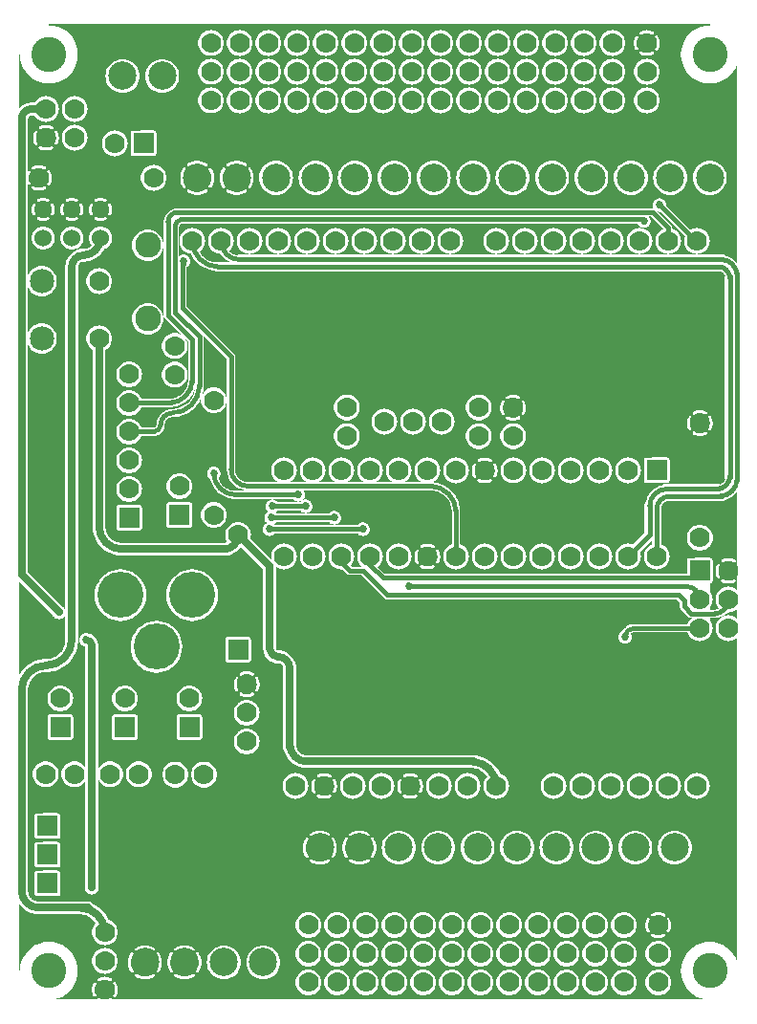
<source format=gbr>
G04 start of page 2 for group 0 idx 0 *
G04 Title: (unknown), component *
G04 Creator: pcb 20110918 *
G04 CreationDate: Mon Jul 30 19:20:07 2012 UTC *
G04 For: frankenteddy *
G04 Format: Gerber/RS-274X *
G04 PCB-Dimensions: 259500 348500 *
G04 PCB-Coordinate-Origin: lower left *
%MOIN*%
%FSLAX25Y25*%
%LNTOP*%
%ADD27C,0.0450*%
%ADD26C,0.0512*%
%ADD25C,0.0510*%
%ADD24C,0.0350*%
%ADD23C,0.0130*%
%ADD22C,0.1100*%
%ADD21C,0.0270*%
%ADD20C,0.1221*%
%ADD19C,0.1600*%
%ADD18C,0.0600*%
%ADD17C,0.0850*%
%ADD16C,0.0984*%
%ADD15C,0.0900*%
%ADD14C,0.0700*%
%ADD13C,0.0250*%
%ADD12C,0.0150*%
%ADD11C,0.0001*%
G54D11*G36*
X220493Y274197D02*X220614Y274093D01*
X220930Y273900D01*
X221272Y273758D01*
X221631Y273672D01*
X222000Y273643D01*
X222369Y273672D01*
X222728Y273758D01*
X223070Y273900D01*
X223386Y274093D01*
X223667Y274333D01*
X223907Y274614D01*
X224100Y274930D01*
X224242Y275272D01*
X224328Y275631D01*
X224350Y276000D01*
X224328Y276369D01*
X224242Y276728D01*
X224100Y277070D01*
X223907Y277386D01*
X223767Y277550D01*
X224399D01*
X228788Y273162D01*
X228451Y273022D01*
X227847Y272652D01*
X227308Y272192D01*
X226848Y271653D01*
X226478Y271049D01*
X226207Y270395D01*
X226042Y269706D01*
X225986Y269000D01*
X226042Y268294D01*
X226207Y267605D01*
X226478Y266951D01*
X226848Y266347D01*
X227308Y265808D01*
X227847Y265348D01*
X228451Y264978D01*
X229105Y264707D01*
X229794Y264542D01*
X230500Y264486D01*
X231206Y264542D01*
X231895Y264707D01*
X232549Y264978D01*
X233153Y265348D01*
X233692Y265808D01*
X234152Y266347D01*
X234522Y266951D01*
X234793Y267605D01*
X234958Y268294D01*
X235000Y269000D01*
X234958Y269706D01*
X234793Y270395D01*
X234522Y271049D01*
X234152Y271653D01*
X233692Y272192D01*
X233153Y272652D01*
X232549Y273022D01*
X231950Y273270D01*
Y273443D01*
X231954Y273500D01*
X231937Y273728D01*
X231883Y273949D01*
X231796Y274160D01*
X231677Y274355D01*
X231677Y274355D01*
X231528Y274528D01*
X231485Y274565D01*
X226799Y279252D01*
X227131Y279172D01*
X227500Y279143D01*
X227784Y279165D01*
X236309Y270641D01*
X236207Y270395D01*
X236042Y269706D01*
X235986Y269000D01*
X236042Y268294D01*
X236207Y267605D01*
X236478Y266951D01*
X236848Y266347D01*
X237308Y265808D01*
X237847Y265348D01*
X238451Y264978D01*
X239105Y264707D01*
X239794Y264542D01*
X240500Y264486D01*
X241206Y264542D01*
X241895Y264707D01*
X242549Y264978D01*
X243153Y265348D01*
X243692Y265808D01*
X244152Y266347D01*
X244522Y266951D01*
X244793Y267605D01*
X244958Y268294D01*
X245000Y269000D01*
Y264250D01*
X220493D01*
Y264487D01*
X220500Y264486D01*
X221206Y264542D01*
X221895Y264707D01*
X222549Y264978D01*
X223153Y265348D01*
X223692Y265808D01*
X224152Y266347D01*
X224522Y266951D01*
X224793Y267605D01*
X224958Y268294D01*
X225000Y269000D01*
X224958Y269706D01*
X224793Y270395D01*
X224522Y271049D01*
X224152Y271653D01*
X223692Y272192D01*
X223153Y272652D01*
X222549Y273022D01*
X221895Y273293D01*
X221206Y273458D01*
X220500Y273514D01*
X220493Y273513D01*
Y274197D01*
G37*
G36*
X210493Y275050D02*X219850D01*
X219900Y274930D01*
X220093Y274614D01*
X220333Y274333D01*
X220493Y274197D01*
Y273513D01*
X219794Y273458D01*
X219105Y273293D01*
X218451Y273022D01*
X217847Y272652D01*
X217308Y272192D01*
X216848Y271653D01*
X216478Y271049D01*
X216207Y270395D01*
X216042Y269706D01*
X215986Y269000D01*
X216042Y268294D01*
X216207Y267605D01*
X216478Y266951D01*
X216848Y266347D01*
X217308Y265808D01*
X217847Y265348D01*
X218451Y264978D01*
X219105Y264707D01*
X219794Y264542D01*
X220493Y264487D01*
Y264250D01*
X210493D01*
Y264487D01*
X210500Y264486D01*
X211206Y264542D01*
X211895Y264707D01*
X212549Y264978D01*
X213153Y265348D01*
X213692Y265808D01*
X214152Y266347D01*
X214522Y266951D01*
X214793Y267605D01*
X214958Y268294D01*
X215000Y269000D01*
X214958Y269706D01*
X214793Y270395D01*
X214522Y271049D01*
X214152Y271653D01*
X213692Y272192D01*
X213153Y272652D01*
X212549Y273022D01*
X211895Y273293D01*
X211206Y273458D01*
X210500Y273514D01*
X210493Y273513D01*
Y275050D01*
G37*
G36*
X200493D02*X210493D01*
Y273513D01*
X209794Y273458D01*
X209105Y273293D01*
X208451Y273022D01*
X207847Y272652D01*
X207308Y272192D01*
X206848Y271653D01*
X206478Y271049D01*
X206207Y270395D01*
X206042Y269706D01*
X205986Y269000D01*
X206042Y268294D01*
X206207Y267605D01*
X206478Y266951D01*
X206848Y266347D01*
X207308Y265808D01*
X207847Y265348D01*
X208451Y264978D01*
X209105Y264707D01*
X209794Y264542D01*
X210493Y264487D01*
Y264250D01*
X200493D01*
Y264487D01*
X200500Y264486D01*
X201206Y264542D01*
X201895Y264707D01*
X202549Y264978D01*
X203153Y265348D01*
X203692Y265808D01*
X204152Y266347D01*
X204522Y266951D01*
X204793Y267605D01*
X204958Y268294D01*
X205000Y269000D01*
X204958Y269706D01*
X204793Y270395D01*
X204522Y271049D01*
X204152Y271653D01*
X203692Y272192D01*
X203153Y272652D01*
X202549Y273022D01*
X201895Y273293D01*
X201206Y273458D01*
X200500Y273514D01*
X200493Y273513D01*
Y275050D01*
G37*
G36*
X190493D02*X200493D01*
Y273513D01*
X199794Y273458D01*
X199105Y273293D01*
X198451Y273022D01*
X197847Y272652D01*
X197308Y272192D01*
X196848Y271653D01*
X196478Y271049D01*
X196207Y270395D01*
X196042Y269706D01*
X195986Y269000D01*
X196042Y268294D01*
X196207Y267605D01*
X196478Y266951D01*
X196848Y266347D01*
X197308Y265808D01*
X197847Y265348D01*
X198451Y264978D01*
X199105Y264707D01*
X199794Y264542D01*
X200493Y264487D01*
Y264250D01*
X190493D01*
Y264487D01*
X190500Y264486D01*
X191206Y264542D01*
X191895Y264707D01*
X192549Y264978D01*
X193153Y265348D01*
X193692Y265808D01*
X194152Y266347D01*
X194522Y266951D01*
X194793Y267605D01*
X194958Y268294D01*
X195000Y269000D01*
X194958Y269706D01*
X194793Y270395D01*
X194522Y271049D01*
X194152Y271653D01*
X193692Y272192D01*
X193153Y272652D01*
X192549Y273022D01*
X191895Y273293D01*
X191206Y273458D01*
X190500Y273514D01*
X190493Y273513D01*
Y275050D01*
G37*
G36*
X180493D02*X190493D01*
Y273513D01*
X189794Y273458D01*
X189105Y273293D01*
X188451Y273022D01*
X187847Y272652D01*
X187308Y272192D01*
X186848Y271653D01*
X186478Y271049D01*
X186207Y270395D01*
X186042Y269706D01*
X185986Y269000D01*
X186042Y268294D01*
X186207Y267605D01*
X186478Y266951D01*
X186848Y266347D01*
X187308Y265808D01*
X187847Y265348D01*
X188451Y264978D01*
X189105Y264707D01*
X189794Y264542D01*
X190493Y264487D01*
Y264250D01*
X180493D01*
Y264487D01*
X180500Y264486D01*
X181206Y264542D01*
X181895Y264707D01*
X182549Y264978D01*
X183153Y265348D01*
X183692Y265808D01*
X184152Y266347D01*
X184522Y266951D01*
X184793Y267605D01*
X184958Y268294D01*
X185000Y269000D01*
X184958Y269706D01*
X184793Y270395D01*
X184522Y271049D01*
X184152Y271653D01*
X183692Y272192D01*
X183153Y272652D01*
X182549Y273022D01*
X181895Y273293D01*
X181206Y273458D01*
X180500Y273514D01*
X180493Y273513D01*
Y275050D01*
G37*
G36*
X170493D02*X180493D01*
Y273513D01*
X179794Y273458D01*
X179105Y273293D01*
X178451Y273022D01*
X177847Y272652D01*
X177308Y272192D01*
X176848Y271653D01*
X176478Y271049D01*
X176207Y270395D01*
X176042Y269706D01*
X175986Y269000D01*
X176042Y268294D01*
X176207Y267605D01*
X176478Y266951D01*
X176848Y266347D01*
X177308Y265808D01*
X177847Y265348D01*
X178451Y264978D01*
X179105Y264707D01*
X179794Y264542D01*
X180493Y264487D01*
Y264250D01*
X170493D01*
Y264487D01*
X170500Y264486D01*
X171206Y264542D01*
X171895Y264707D01*
X172549Y264978D01*
X173153Y265348D01*
X173692Y265808D01*
X174152Y266347D01*
X174522Y266951D01*
X174793Y267605D01*
X174958Y268294D01*
X175000Y269000D01*
X174958Y269706D01*
X174793Y270395D01*
X174522Y271049D01*
X174152Y271653D01*
X173692Y272192D01*
X173153Y272652D01*
X172549Y273022D01*
X171895Y273293D01*
X171206Y273458D01*
X170500Y273514D01*
X170493Y273513D01*
Y275050D01*
G37*
G36*
X154493D02*X170493D01*
Y273513D01*
X169794Y273458D01*
X169105Y273293D01*
X168451Y273022D01*
X167847Y272652D01*
X167308Y272192D01*
X166848Y271653D01*
X166478Y271049D01*
X166207Y270395D01*
X166042Y269706D01*
X165986Y269000D01*
X166042Y268294D01*
X166207Y267605D01*
X166478Y266951D01*
X166848Y266347D01*
X167308Y265808D01*
X167847Y265348D01*
X168451Y264978D01*
X169105Y264707D01*
X169794Y264542D01*
X170493Y264487D01*
Y264250D01*
X154493D01*
Y264487D01*
X154500Y264486D01*
X155206Y264542D01*
X155895Y264707D01*
X156549Y264978D01*
X157153Y265348D01*
X157692Y265808D01*
X158152Y266347D01*
X158522Y266951D01*
X158793Y267605D01*
X158958Y268294D01*
X159000Y269000D01*
X158958Y269706D01*
X158793Y270395D01*
X158522Y271049D01*
X158152Y271653D01*
X157692Y272192D01*
X157153Y272652D01*
X156549Y273022D01*
X155895Y273293D01*
X155206Y273458D01*
X154500Y273514D01*
X154493Y273513D01*
Y275050D01*
G37*
G36*
X144493D02*X154493D01*
Y273513D01*
X153794Y273458D01*
X153105Y273293D01*
X152451Y273022D01*
X151847Y272652D01*
X151308Y272192D01*
X150848Y271653D01*
X150478Y271049D01*
X150207Y270395D01*
X150042Y269706D01*
X149986Y269000D01*
X150042Y268294D01*
X150207Y267605D01*
X150478Y266951D01*
X150848Y266347D01*
X151308Y265808D01*
X151847Y265348D01*
X152451Y264978D01*
X153105Y264707D01*
X153794Y264542D01*
X154493Y264487D01*
Y264250D01*
X144493D01*
Y264487D01*
X144500Y264486D01*
X145206Y264542D01*
X145895Y264707D01*
X146549Y264978D01*
X147153Y265348D01*
X147692Y265808D01*
X148152Y266347D01*
X148522Y266951D01*
X148793Y267605D01*
X148958Y268294D01*
X149000Y269000D01*
X148958Y269706D01*
X148793Y270395D01*
X148522Y271049D01*
X148152Y271653D01*
X147692Y272192D01*
X147153Y272652D01*
X146549Y273022D01*
X145895Y273293D01*
X145206Y273458D01*
X144500Y273514D01*
X144493Y273513D01*
Y275050D01*
G37*
G36*
X134493D02*X144493D01*
Y273513D01*
X143794Y273458D01*
X143105Y273293D01*
X142451Y273022D01*
X141847Y272652D01*
X141308Y272192D01*
X140848Y271653D01*
X140478Y271049D01*
X140207Y270395D01*
X140042Y269706D01*
X139986Y269000D01*
X140042Y268294D01*
X140207Y267605D01*
X140478Y266951D01*
X140848Y266347D01*
X141308Y265808D01*
X141847Y265348D01*
X142451Y264978D01*
X143105Y264707D01*
X143794Y264542D01*
X144493Y264487D01*
Y264250D01*
X134493D01*
Y264487D01*
X134500Y264486D01*
X135206Y264542D01*
X135895Y264707D01*
X136549Y264978D01*
X137153Y265348D01*
X137692Y265808D01*
X138152Y266347D01*
X138522Y266951D01*
X138793Y267605D01*
X138958Y268294D01*
X139000Y269000D01*
X138958Y269706D01*
X138793Y270395D01*
X138522Y271049D01*
X138152Y271653D01*
X137692Y272192D01*
X137153Y272652D01*
X136549Y273022D01*
X135895Y273293D01*
X135206Y273458D01*
X134500Y273514D01*
X134493Y273513D01*
Y275050D01*
G37*
G36*
X124493D02*X134493D01*
Y273513D01*
X133794Y273458D01*
X133105Y273293D01*
X132451Y273022D01*
X131847Y272652D01*
X131308Y272192D01*
X130848Y271653D01*
X130478Y271049D01*
X130207Y270395D01*
X130042Y269706D01*
X129986Y269000D01*
X130042Y268294D01*
X130207Y267605D01*
X130478Y266951D01*
X130848Y266347D01*
X131308Y265808D01*
X131847Y265348D01*
X132451Y264978D01*
X133105Y264707D01*
X133794Y264542D01*
X134493Y264487D01*
Y264250D01*
X124493D01*
Y264487D01*
X124500Y264486D01*
X125206Y264542D01*
X125895Y264707D01*
X126549Y264978D01*
X127153Y265348D01*
X127692Y265808D01*
X128152Y266347D01*
X128522Y266951D01*
X128793Y267605D01*
X128958Y268294D01*
X129000Y269000D01*
X128958Y269706D01*
X128793Y270395D01*
X128522Y271049D01*
X128152Y271653D01*
X127692Y272192D01*
X127153Y272652D01*
X126549Y273022D01*
X125895Y273293D01*
X125206Y273458D01*
X124500Y273514D01*
X124493Y273513D01*
Y275050D01*
G37*
G36*
X114493D02*X124493D01*
Y273513D01*
X123794Y273458D01*
X123105Y273293D01*
X122451Y273022D01*
X121847Y272652D01*
X121308Y272192D01*
X120848Y271653D01*
X120478Y271049D01*
X120207Y270395D01*
X120042Y269706D01*
X119986Y269000D01*
X120042Y268294D01*
X120207Y267605D01*
X120478Y266951D01*
X120848Y266347D01*
X121308Y265808D01*
X121847Y265348D01*
X122451Y264978D01*
X123105Y264707D01*
X123794Y264542D01*
X124493Y264487D01*
Y264250D01*
X114493D01*
Y264487D01*
X114500Y264486D01*
X115206Y264542D01*
X115895Y264707D01*
X116549Y264978D01*
X117153Y265348D01*
X117692Y265808D01*
X118152Y266347D01*
X118522Y266951D01*
X118793Y267605D01*
X118958Y268294D01*
X119000Y269000D01*
X118958Y269706D01*
X118793Y270395D01*
X118522Y271049D01*
X118152Y271653D01*
X117692Y272192D01*
X117153Y272652D01*
X116549Y273022D01*
X115895Y273293D01*
X115206Y273458D01*
X114500Y273514D01*
X114493Y273513D01*
Y275050D01*
G37*
G36*
X107746D02*X114493D01*
Y273513D01*
X113794Y273458D01*
X113105Y273293D01*
X112451Y273022D01*
X111847Y272652D01*
X111308Y272192D01*
X110848Y271653D01*
X110478Y271049D01*
X110207Y270395D01*
X110042Y269706D01*
X109986Y269000D01*
X110042Y268294D01*
X110207Y267605D01*
X110478Y266951D01*
X110848Y266347D01*
X111308Y265808D01*
X111847Y265348D01*
X112451Y264978D01*
X113105Y264707D01*
X113794Y264542D01*
X114493Y264487D01*
Y264250D01*
X107746D01*
Y265872D01*
X108152Y266347D01*
X108522Y266951D01*
X108793Y267605D01*
X108958Y268294D01*
X109000Y269000D01*
X108958Y269706D01*
X108793Y270395D01*
X108522Y271049D01*
X108152Y271653D01*
X107746Y272128D01*
Y275050D01*
G37*
G36*
X230493Y30655D02*X230500Y30500D01*
X230493Y30345D01*
Y30655D01*
G37*
G36*
Y132550D02*X237230D01*
X237478Y131951D01*
X237848Y131347D01*
X238308Y130808D01*
X238847Y130348D01*
X239451Y129978D01*
X240105Y129707D01*
X240794Y129542D01*
X241500Y129486D01*
X242206Y129542D01*
X242895Y129707D01*
X243549Y129978D01*
X244153Y130348D01*
X244692Y130808D01*
X245000Y131169D01*
Y79000D01*
X244958Y79706D01*
X244793Y80395D01*
X244522Y81049D01*
X244152Y81653D01*
X243692Y82192D01*
X243153Y82652D01*
X242549Y83022D01*
X241895Y83293D01*
X241206Y83458D01*
X240500Y83514D01*
X239794Y83458D01*
X239105Y83293D01*
X238451Y83022D01*
X237847Y82652D01*
X237308Y82192D01*
X236848Y81653D01*
X236478Y81049D01*
X236207Y80395D01*
X236042Y79706D01*
X235986Y79000D01*
X236042Y78294D01*
X236207Y77605D01*
X236478Y76951D01*
X236848Y76347D01*
X237308Y75808D01*
X237847Y75348D01*
X238451Y74978D01*
X239105Y74707D01*
X239794Y74542D01*
X240500Y74486D01*
X241206Y74542D01*
X241895Y74707D01*
X242549Y74978D01*
X243153Y75348D01*
X243692Y75808D01*
X244152Y76347D01*
X244522Y76951D01*
X244793Y77605D01*
X244958Y78294D01*
X245000Y79000D01*
Y24637D01*
X243414Y24512D01*
X241868Y24141D01*
X240398Y23532D01*
X239042Y22701D01*
X237832Y21668D01*
X236799Y20458D01*
X235968Y19102D01*
X235359Y17632D01*
X234988Y16086D01*
X234863Y14500D01*
X230493D01*
Y17661D01*
X230652Y17847D01*
X231022Y18451D01*
X231293Y19105D01*
X231458Y19794D01*
X231500Y20500D01*
X231458Y21206D01*
X231293Y21895D01*
X231022Y22549D01*
X230652Y23153D01*
X230493Y23339D01*
Y27961D01*
X230564Y27973D01*
X230639Y27999D01*
X230708Y28035D01*
X230771Y28083D01*
X230826Y28139D01*
X230870Y28204D01*
X231064Y28556D01*
X231221Y28926D01*
X231344Y29309D01*
X231433Y29700D01*
X231487Y30099D01*
X231504Y30500D01*
X231487Y30901D01*
X231433Y31300D01*
X231344Y31691D01*
X231221Y32074D01*
X231064Y32444D01*
X230874Y32798D01*
X230829Y32863D01*
X230774Y32920D01*
X230710Y32968D01*
X230640Y33004D01*
X230565Y33030D01*
X230493Y33043D01*
Y52038D01*
X230945Y51851D01*
X231851Y51633D01*
X232780Y51560D01*
X233709Y51633D01*
X234615Y51851D01*
X235477Y52208D01*
X236271Y52695D01*
X236980Y53300D01*
X237585Y54009D01*
X238072Y54803D01*
X238429Y55665D01*
X238647Y56571D01*
X238702Y57500D01*
X238647Y58429D01*
X238429Y59335D01*
X238072Y60197D01*
X237585Y60991D01*
X236980Y61700D01*
X236271Y62305D01*
X235477Y62792D01*
X234615Y63149D01*
X233709Y63367D01*
X232780Y63440D01*
X231851Y63367D01*
X230945Y63149D01*
X230493Y62962D01*
Y74487D01*
X230500Y74486D01*
X231206Y74542D01*
X231895Y74707D01*
X232549Y74978D01*
X233153Y75348D01*
X233692Y75808D01*
X234152Y76347D01*
X234522Y76951D01*
X234793Y77605D01*
X234958Y78294D01*
X235000Y79000D01*
X234958Y79706D01*
X234793Y80395D01*
X234522Y81049D01*
X234152Y81653D01*
X233692Y82192D01*
X233153Y82652D01*
X232549Y83022D01*
X231895Y83293D01*
X231206Y83458D01*
X230500Y83514D01*
X230493Y83513D01*
Y132550D01*
G37*
G36*
Y144050D02*X233399D01*
X234550Y142899D01*
Y141557D01*
X234546Y141500D01*
X234563Y141272D01*
X234617Y141051D01*
X234704Y140840D01*
X234823Y140645D01*
X234823Y140645D01*
X234972Y140472D01*
X235015Y140435D01*
X237435Y138015D01*
X237472Y137972D01*
X237645Y137823D01*
X237645Y137823D01*
X237840Y137704D01*
X238051Y137617D01*
X238272Y137563D01*
X238500Y137546D01*
X238557Y137550D01*
X238728D01*
X238308Y137192D01*
X237848Y136653D01*
X237478Y136049D01*
X237230Y135450D01*
X230493D01*
Y144050D01*
G37*
G36*
X227002Y15986D02*X227706Y16042D01*
X228395Y16207D01*
X229049Y16478D01*
X229653Y16848D01*
X230192Y17308D01*
X230493Y17661D01*
Y14500D01*
X229085D01*
X229049Y14522D01*
X228395Y14793D01*
X227706Y14958D01*
X227002Y15014D01*
Y15986D01*
G37*
G36*
Y56203D02*X227131Y55665D01*
X227488Y54803D01*
X227975Y54009D01*
X228580Y53300D01*
X229289Y52695D01*
X230083Y52208D01*
X230493Y52038D01*
Y33043D01*
X230487Y33044D01*
X230408Y33045D01*
X230329Y33033D01*
X230254Y33010D01*
X230183Y32975D01*
X230118Y32929D01*
X230061Y32874D01*
X230013Y32811D01*
X229976Y32741D01*
X229951Y32666D01*
X229937Y32588D01*
X229936Y32508D01*
X229948Y32430D01*
X229971Y32354D01*
X230007Y32284D01*
X230157Y32010D01*
X230279Y31723D01*
X230375Y31426D01*
X230444Y31121D01*
X230486Y30812D01*
X230493Y30655D01*
Y30345D01*
X230486Y30188D01*
X230444Y29879D01*
X230375Y29574D01*
X230279Y29277D01*
X230157Y28990D01*
X230010Y28714D01*
X229974Y28645D01*
X229951Y28569D01*
X229940Y28491D01*
X229941Y28413D01*
X229954Y28335D01*
X229980Y28261D01*
X230016Y28191D01*
X230064Y28128D01*
X230120Y28073D01*
X230184Y28028D01*
X230255Y27993D01*
X230330Y27970D01*
X230408Y27959D01*
X230487Y27960D01*
X230493Y27961D01*
Y23339D01*
X230192Y23692D01*
X229653Y24152D01*
X229049Y24522D01*
X228395Y24793D01*
X227706Y24958D01*
X227002Y25014D01*
Y25996D01*
X227401Y26013D01*
X227800Y26067D01*
X228191Y26156D01*
X228574Y26279D01*
X228944Y26436D01*
X229298Y26626D01*
X229363Y26671D01*
X229420Y26726D01*
X229468Y26790D01*
X229504Y26860D01*
X229530Y26935D01*
X229544Y27013D01*
X229545Y27092D01*
X229533Y27171D01*
X229510Y27246D01*
X229475Y27317D01*
X229429Y27382D01*
X229374Y27439D01*
X229311Y27487D01*
X229241Y27524D01*
X229166Y27549D01*
X229088Y27563D01*
X229008Y27564D01*
X228930Y27552D01*
X228854Y27529D01*
X228784Y27493D01*
X228510Y27343D01*
X228223Y27221D01*
X227926Y27125D01*
X227621Y27056D01*
X227312Y27014D01*
X227002Y27000D01*
Y34000D01*
X227312Y33986D01*
X227621Y33944D01*
X227926Y33875D01*
X228223Y33779D01*
X228510Y33657D01*
X228786Y33510D01*
X228855Y33474D01*
X228931Y33451D01*
X229009Y33440D01*
X229087Y33441D01*
X229165Y33454D01*
X229239Y33480D01*
X229309Y33516D01*
X229372Y33564D01*
X229427Y33620D01*
X229472Y33684D01*
X229507Y33755D01*
X229530Y33830D01*
X229541Y33908D01*
X229540Y33987D01*
X229527Y34064D01*
X229501Y34139D01*
X229465Y34208D01*
X229417Y34271D01*
X229361Y34326D01*
X229296Y34370D01*
X228944Y34564D01*
X228574Y34721D01*
X228191Y34844D01*
X227800Y34933D01*
X227401Y34987D01*
X227002Y35004D01*
Y56203D01*
G37*
G36*
Y76167D02*X227308Y75808D01*
X227847Y75348D01*
X228451Y74978D01*
X229105Y74707D01*
X229794Y74542D01*
X230493Y74487D01*
Y62962D01*
X230083Y62792D01*
X229289Y62305D01*
X228580Y61700D01*
X227975Y60991D01*
X227488Y60197D01*
X227131Y59335D01*
X227002Y58797D01*
Y76167D01*
G37*
G36*
Y132550D02*X230493D01*
Y83513D01*
X229794Y83458D01*
X229105Y83293D01*
X228451Y83022D01*
X227847Y82652D01*
X227308Y82192D01*
X227002Y81833D01*
Y132550D01*
G37*
G36*
Y144050D02*X230493D01*
Y135450D01*
X227002D01*
Y144050D01*
G37*
G36*
X223280Y17959D02*X223348Y17847D01*
X223808Y17308D01*
X224347Y16848D01*
X224951Y16478D01*
X225605Y16207D01*
X226294Y16042D01*
X227000Y15986D01*
X227002Y15986D01*
Y15014D01*
X227000Y15014D01*
X226294Y14958D01*
X225605Y14793D01*
X224951Y14522D01*
X224915Y14500D01*
X223280D01*
Y17959D01*
G37*
G36*
Y132550D02*X227002D01*
Y81833D01*
X226848Y81653D01*
X226478Y81049D01*
X226207Y80395D01*
X226042Y79706D01*
X225986Y79000D01*
X226042Y78294D01*
X226207Y77605D01*
X226478Y76951D01*
X226848Y76347D01*
X227002Y76167D01*
Y58797D01*
X226913Y58429D01*
X226840Y57500D01*
X226913Y56571D01*
X227002Y56203D01*
Y35004D01*
X227000Y35004D01*
X226599Y34987D01*
X226200Y34933D01*
X225809Y34844D01*
X225426Y34721D01*
X225056Y34564D01*
X224702Y34374D01*
X224637Y34329D01*
X224580Y34274D01*
X224532Y34210D01*
X224496Y34140D01*
X224470Y34065D01*
X224456Y33987D01*
X224455Y33908D01*
X224467Y33829D01*
X224490Y33754D01*
X224525Y33683D01*
X224571Y33618D01*
X224626Y33561D01*
X224689Y33513D01*
X224759Y33476D01*
X224834Y33451D01*
X224912Y33437D01*
X224992Y33436D01*
X225070Y33448D01*
X225146Y33471D01*
X225216Y33507D01*
X225490Y33657D01*
X225777Y33779D01*
X226074Y33875D01*
X226379Y33944D01*
X226688Y33986D01*
X227000Y34000D01*
X227002Y34000D01*
Y27000D01*
X227000Y27000D01*
X226688Y27014D01*
X226379Y27056D01*
X226074Y27125D01*
X225777Y27221D01*
X225490Y27343D01*
X225214Y27490D01*
X225145Y27526D01*
X225069Y27549D01*
X224991Y27560D01*
X224913Y27559D01*
X224835Y27546D01*
X224761Y27520D01*
X224691Y27484D01*
X224628Y27436D01*
X224573Y27380D01*
X224528Y27316D01*
X224493Y27245D01*
X224470Y27170D01*
X224459Y27092D01*
X224460Y27013D01*
X224473Y26936D01*
X224499Y26861D01*
X224535Y26792D01*
X224583Y26729D01*
X224639Y26674D01*
X224704Y26630D01*
X225056Y26436D01*
X225426Y26279D01*
X225809Y26156D01*
X226200Y26067D01*
X226599Y26013D01*
X227000Y25996D01*
X227002Y25996D01*
Y25014D01*
X227000Y25014D01*
X226294Y24958D01*
X225605Y24793D01*
X224951Y24522D01*
X224347Y24152D01*
X223808Y23692D01*
X223348Y23153D01*
X223280Y23041D01*
Y28040D01*
X223290Y28032D01*
X223360Y27996D01*
X223435Y27970D01*
X223513Y27956D01*
X223592Y27955D01*
X223671Y27967D01*
X223746Y27990D01*
X223817Y28025D01*
X223882Y28071D01*
X223939Y28126D01*
X223987Y28189D01*
X224024Y28259D01*
X224049Y28334D01*
X224063Y28412D01*
X224064Y28492D01*
X224052Y28570D01*
X224029Y28646D01*
X223993Y28716D01*
X223843Y28990D01*
X223721Y29277D01*
X223625Y29574D01*
X223556Y29879D01*
X223514Y30188D01*
X223500Y30500D01*
X223514Y30812D01*
X223556Y31121D01*
X223625Y31426D01*
X223721Y31723D01*
X223843Y32010D01*
X223990Y32286D01*
X224026Y32355D01*
X224049Y32431D01*
X224060Y32509D01*
X224059Y32587D01*
X224046Y32665D01*
X224020Y32739D01*
X223984Y32809D01*
X223936Y32872D01*
X223880Y32927D01*
X223816Y32972D01*
X223745Y33007D01*
X223670Y33030D01*
X223592Y33041D01*
X223513Y33040D01*
X223436Y33027D01*
X223361Y33001D01*
X223292Y32965D01*
X223280Y32956D01*
Y53393D01*
X223805Y54009D01*
X224292Y54803D01*
X224649Y55665D01*
X224867Y56571D01*
X224922Y57500D01*
X224867Y58429D01*
X224649Y59335D01*
X224292Y60197D01*
X223805Y60991D01*
X223280Y61607D01*
Y75456D01*
X223692Y75808D01*
X224152Y76347D01*
X224522Y76951D01*
X224793Y77605D01*
X224958Y78294D01*
X225000Y79000D01*
X224958Y79706D01*
X224793Y80395D01*
X224522Y81049D01*
X224152Y81653D01*
X223692Y82192D01*
X223280Y82544D01*
Y132550D01*
G37*
G36*
Y144050D02*X227002D01*
Y135450D01*
X223280D01*
Y144050D01*
G37*
G36*
X210493D02*X223280D01*
Y135450D01*
X218500D01*
X218500Y135450D01*
X218112Y135437D01*
X217727Y135387D01*
X217347Y135302D01*
X216977Y135186D01*
X216618Y135037D01*
X216273Y134857D01*
X215945Y134649D01*
X215637Y134412D01*
X215350Y134150D01*
X215088Y133863D01*
X214851Y133555D01*
X214643Y133227D01*
X214617Y133178D01*
X214430Y133100D01*
X214114Y132907D01*
X213833Y132667D01*
X213593Y132386D01*
X213400Y132070D01*
X213258Y131728D01*
X213172Y131369D01*
X213143Y131000D01*
X213172Y130631D01*
X213258Y130272D01*
X213400Y129930D01*
X213593Y129614D01*
X213833Y129333D01*
X214114Y129093D01*
X214430Y128900D01*
X214772Y128758D01*
X215131Y128672D01*
X215500Y128643D01*
X215869Y128672D01*
X216228Y128758D01*
X216570Y128900D01*
X216886Y129093D01*
X217167Y129333D01*
X217407Y129614D01*
X217600Y129930D01*
X217742Y130272D01*
X217828Y130631D01*
X217850Y131000D01*
X217828Y131369D01*
X217742Y131728D01*
X217600Y132070D01*
X217521Y132200D01*
X217611Y132270D01*
X217725Y132342D01*
X217845Y132405D01*
X217970Y132457D01*
X218099Y132497D01*
X218231Y132526D01*
X218365Y132544D01*
X218500Y132550D01*
X223280D01*
Y82544D01*
X223153Y82652D01*
X222549Y83022D01*
X221895Y83293D01*
X221206Y83458D01*
X220500Y83514D01*
X219794Y83458D01*
X219105Y83293D01*
X218451Y83022D01*
X217847Y82652D01*
X217308Y82192D01*
X216848Y81653D01*
X216478Y81049D01*
X216207Y80395D01*
X216042Y79706D01*
X215986Y79000D01*
X216042Y78294D01*
X216207Y77605D01*
X216478Y76951D01*
X216848Y76347D01*
X217308Y75808D01*
X217847Y75348D01*
X218451Y74978D01*
X219105Y74707D01*
X219794Y74542D01*
X220500Y74486D01*
X221206Y74542D01*
X221895Y74707D01*
X222549Y74978D01*
X223153Y75348D01*
X223280Y75456D01*
Y61607D01*
X223200Y61700D01*
X222491Y62305D01*
X221697Y62792D01*
X220835Y63149D01*
X219929Y63367D01*
X219000Y63440D01*
X218071Y63367D01*
X217165Y63149D01*
X216303Y62792D01*
X215509Y62305D01*
X214800Y61700D01*
X214195Y60991D01*
X213708Y60197D01*
X213351Y59335D01*
X213133Y58429D01*
X213060Y57500D01*
X213133Y56571D01*
X213351Y55665D01*
X213708Y54803D01*
X214195Y54009D01*
X214800Y53300D01*
X215509Y52695D01*
X216303Y52208D01*
X217165Y51851D01*
X218071Y51633D01*
X219000Y51560D01*
X219929Y51633D01*
X220835Y51851D01*
X221697Y52208D01*
X222491Y52695D01*
X223200Y53300D01*
X223280Y53393D01*
Y32956D01*
X223229Y32917D01*
X223174Y32861D01*
X223130Y32796D01*
X222936Y32444D01*
X222779Y32074D01*
X222656Y31691D01*
X222567Y31300D01*
X222513Y30901D01*
X222496Y30500D01*
X222513Y30099D01*
X222567Y29700D01*
X222656Y29309D01*
X222779Y28926D01*
X222936Y28556D01*
X223126Y28202D01*
X223171Y28137D01*
X223226Y28080D01*
X223280Y28040D01*
Y23041D01*
X222978Y22549D01*
X222707Y21895D01*
X222542Y21206D01*
X222486Y20500D01*
X222542Y19794D01*
X222707Y19105D01*
X222978Y18451D01*
X223280Y17959D01*
Y14500D01*
X217085D01*
X217049Y14522D01*
X216395Y14793D01*
X215706Y14958D01*
X215000Y15014D01*
X214294Y14958D01*
X213605Y14793D01*
X212951Y14522D01*
X212915Y14500D01*
X210493D01*
Y20412D01*
X210542Y19794D01*
X210707Y19105D01*
X210978Y18451D01*
X211348Y17847D01*
X211808Y17308D01*
X212347Y16848D01*
X212951Y16478D01*
X213605Y16207D01*
X214294Y16042D01*
X215000Y15986D01*
X215706Y16042D01*
X216395Y16207D01*
X217049Y16478D01*
X217653Y16848D01*
X218192Y17308D01*
X218652Y17847D01*
X219022Y18451D01*
X219293Y19105D01*
X219458Y19794D01*
X219500Y20500D01*
X219458Y21206D01*
X219293Y21895D01*
X219022Y22549D01*
X218652Y23153D01*
X218192Y23692D01*
X217653Y24152D01*
X217049Y24522D01*
X216395Y24793D01*
X215706Y24958D01*
X215000Y25014D01*
X214294Y24958D01*
X213605Y24793D01*
X212951Y24522D01*
X212347Y24152D01*
X211808Y23692D01*
X211348Y23153D01*
X210978Y22549D01*
X210707Y21895D01*
X210542Y21206D01*
X210493Y20588D01*
Y30412D01*
X210542Y29794D01*
X210707Y29105D01*
X210978Y28451D01*
X211348Y27847D01*
X211808Y27308D01*
X212347Y26848D01*
X212951Y26478D01*
X213605Y26207D01*
X214294Y26042D01*
X215000Y25986D01*
X215706Y26042D01*
X216395Y26207D01*
X217049Y26478D01*
X217653Y26848D01*
X218192Y27308D01*
X218652Y27847D01*
X219022Y28451D01*
X219293Y29105D01*
X219458Y29794D01*
X219500Y30500D01*
X219458Y31206D01*
X219293Y31895D01*
X219022Y32549D01*
X218652Y33153D01*
X218192Y33692D01*
X217653Y34152D01*
X217049Y34522D01*
X216395Y34793D01*
X215706Y34958D01*
X215000Y35014D01*
X214294Y34958D01*
X213605Y34793D01*
X212951Y34522D01*
X212347Y34152D01*
X211808Y33692D01*
X211348Y33153D01*
X210978Y32549D01*
X210707Y31895D01*
X210542Y31206D01*
X210493Y30588D01*
Y54674D01*
X210572Y54803D01*
X210929Y55665D01*
X211147Y56571D01*
X211202Y57500D01*
X211147Y58429D01*
X210929Y59335D01*
X210572Y60197D01*
X210493Y60326D01*
Y74487D01*
X210500Y74486D01*
X211206Y74542D01*
X211895Y74707D01*
X212549Y74978D01*
X213153Y75348D01*
X213692Y75808D01*
X214152Y76347D01*
X214522Y76951D01*
X214793Y77605D01*
X214958Y78294D01*
X215000Y79000D01*
X214958Y79706D01*
X214793Y80395D01*
X214522Y81049D01*
X214152Y81653D01*
X213692Y82192D01*
X213153Y82652D01*
X212549Y83022D01*
X211895Y83293D01*
X211206Y83458D01*
X210500Y83514D01*
X210493Y83513D01*
Y144050D01*
G37*
G36*
Y14500D02*X207085D01*
X207049Y14522D01*
X206395Y14793D01*
X205706Y14958D01*
X205000Y15014D01*
X204294Y14958D01*
X203605Y14793D01*
X202951Y14522D01*
X202915Y14500D01*
X200493D01*
Y20412D01*
X200542Y19794D01*
X200707Y19105D01*
X200978Y18451D01*
X201348Y17847D01*
X201808Y17308D01*
X202347Y16848D01*
X202951Y16478D01*
X203605Y16207D01*
X204294Y16042D01*
X205000Y15986D01*
X205706Y16042D01*
X206395Y16207D01*
X207049Y16478D01*
X207653Y16848D01*
X208192Y17308D01*
X208652Y17847D01*
X209022Y18451D01*
X209293Y19105D01*
X209458Y19794D01*
X209500Y20500D01*
X209458Y21206D01*
X209293Y21895D01*
X209022Y22549D01*
X208652Y23153D01*
X208192Y23692D01*
X207653Y24152D01*
X207049Y24522D01*
X206395Y24793D01*
X205706Y24958D01*
X205000Y25014D01*
X204294Y24958D01*
X203605Y24793D01*
X202951Y24522D01*
X202347Y24152D01*
X201808Y23692D01*
X201348Y23153D01*
X200978Y22549D01*
X200707Y21895D01*
X200542Y21206D01*
X200493Y20588D01*
Y30412D01*
X200542Y29794D01*
X200707Y29105D01*
X200978Y28451D01*
X201348Y27847D01*
X201808Y27308D01*
X202347Y26848D01*
X202951Y26478D01*
X203605Y26207D01*
X204294Y26042D01*
X205000Y25986D01*
X205706Y26042D01*
X206395Y26207D01*
X207049Y26478D01*
X207653Y26848D01*
X208192Y27308D01*
X208652Y27847D01*
X209022Y28451D01*
X209293Y29105D01*
X209458Y29794D01*
X209500Y30500D01*
X209458Y31206D01*
X209293Y31895D01*
X209022Y32549D01*
X208652Y33153D01*
X208192Y33692D01*
X207653Y34152D01*
X207049Y34522D01*
X206395Y34793D01*
X205706Y34958D01*
X205000Y35014D01*
X204294Y34958D01*
X203605Y34793D01*
X202951Y34522D01*
X202347Y34152D01*
X201808Y33692D01*
X201348Y33153D01*
X200978Y32549D01*
X200707Y31895D01*
X200542Y31206D01*
X200493Y30588D01*
Y53987D01*
X201080Y53300D01*
X201789Y52695D01*
X202583Y52208D01*
X203445Y51851D01*
X204351Y51633D01*
X205280Y51560D01*
X206209Y51633D01*
X207115Y51851D01*
X207977Y52208D01*
X208771Y52695D01*
X209480Y53300D01*
X210085Y54009D01*
X210493Y54674D01*
Y30588D01*
X210486Y30500D01*
X210493Y30412D01*
Y20588D01*
X210486Y20500D01*
X210493Y20412D01*
Y14500D01*
G37*
G36*
X200493Y144050D02*X210493D01*
Y83513D01*
X209794Y83458D01*
X209105Y83293D01*
X208451Y83022D01*
X207847Y82652D01*
X207308Y82192D01*
X206848Y81653D01*
X206478Y81049D01*
X206207Y80395D01*
X206042Y79706D01*
X205986Y79000D01*
X206042Y78294D01*
X206207Y77605D01*
X206478Y76951D01*
X206848Y76347D01*
X207308Y75808D01*
X207847Y75348D01*
X208451Y74978D01*
X209105Y74707D01*
X209794Y74542D01*
X210493Y74487D01*
Y60326D01*
X210085Y60991D01*
X209480Y61700D01*
X208771Y62305D01*
X207977Y62792D01*
X207115Y63149D01*
X206209Y63367D01*
X205280Y63440D01*
X204351Y63367D01*
X203445Y63149D01*
X202583Y62792D01*
X201789Y62305D01*
X201080Y61700D01*
X200493Y61013D01*
Y74487D01*
X200500Y74486D01*
X201206Y74542D01*
X201895Y74707D01*
X202549Y74978D01*
X203153Y75348D01*
X203692Y75808D01*
X204152Y76347D01*
X204522Y76951D01*
X204793Y77605D01*
X204958Y78294D01*
X205000Y79000D01*
X204958Y79706D01*
X204793Y80395D01*
X204522Y81049D01*
X204152Y81653D01*
X203692Y82192D01*
X203153Y82652D01*
X202549Y83022D01*
X201895Y83293D01*
X201206Y83458D01*
X200500Y83514D01*
X200493Y83513D01*
Y144050D01*
G37*
G36*
X190493D02*X200493D01*
Y83513D01*
X199794Y83458D01*
X199105Y83293D01*
X198451Y83022D01*
X197847Y82652D01*
X197308Y82192D01*
X196848Y81653D01*
X196478Y81049D01*
X196207Y80395D01*
X196042Y79706D01*
X195986Y79000D01*
X196042Y78294D01*
X196207Y77605D01*
X196478Y76951D01*
X196848Y76347D01*
X197308Y75808D01*
X197847Y75348D01*
X198451Y74978D01*
X199105Y74707D01*
X199794Y74542D01*
X200493Y74487D01*
Y61013D01*
X200475Y60991D01*
X199988Y60197D01*
X199631Y59335D01*
X199413Y58429D01*
X199340Y57500D01*
X199413Y56571D01*
X199631Y55665D01*
X199988Y54803D01*
X200475Y54009D01*
X200493Y53987D01*
Y30588D01*
X200486Y30500D01*
X200493Y30412D01*
Y20588D01*
X200486Y20500D01*
X200493Y20412D01*
Y14500D01*
X197085D01*
X197049Y14522D01*
X196395Y14793D01*
X195706Y14958D01*
X195000Y15014D01*
X194294Y14958D01*
X193605Y14793D01*
X192951Y14522D01*
X192915Y14500D01*
X190493D01*
Y20412D01*
X190542Y19794D01*
X190707Y19105D01*
X190978Y18451D01*
X191348Y17847D01*
X191808Y17308D01*
X192347Y16848D01*
X192951Y16478D01*
X193605Y16207D01*
X194294Y16042D01*
X195000Y15986D01*
X195706Y16042D01*
X196395Y16207D01*
X197049Y16478D01*
X197653Y16848D01*
X198192Y17308D01*
X198652Y17847D01*
X199022Y18451D01*
X199293Y19105D01*
X199458Y19794D01*
X199500Y20500D01*
X199458Y21206D01*
X199293Y21895D01*
X199022Y22549D01*
X198652Y23153D01*
X198192Y23692D01*
X197653Y24152D01*
X197049Y24522D01*
X196395Y24793D01*
X195706Y24958D01*
X195000Y25014D01*
X194294Y24958D01*
X193605Y24793D01*
X192951Y24522D01*
X192347Y24152D01*
X191808Y23692D01*
X191348Y23153D01*
X190978Y22549D01*
X190707Y21895D01*
X190542Y21206D01*
X190493Y20588D01*
Y30412D01*
X190542Y29794D01*
X190707Y29105D01*
X190978Y28451D01*
X191348Y27847D01*
X191808Y27308D01*
X192347Y26848D01*
X192951Y26478D01*
X193605Y26207D01*
X194294Y26042D01*
X195000Y25986D01*
X195706Y26042D01*
X196395Y26207D01*
X197049Y26478D01*
X197653Y26848D01*
X198192Y27308D01*
X198652Y27847D01*
X199022Y28451D01*
X199293Y29105D01*
X199458Y29794D01*
X199500Y30500D01*
X199458Y31206D01*
X199293Y31895D01*
X199022Y32549D01*
X198652Y33153D01*
X198192Y33692D01*
X197653Y34152D01*
X197049Y34522D01*
X196395Y34793D01*
X195706Y34958D01*
X195000Y35014D01*
X194294Y34958D01*
X193605Y34793D01*
X192951Y34522D01*
X192347Y34152D01*
X191808Y33692D01*
X191348Y33153D01*
X190978Y32549D01*
X190707Y31895D01*
X190542Y31206D01*
X190493Y30588D01*
Y51652D01*
X190571Y51633D01*
X191500Y51560D01*
X192429Y51633D01*
X193335Y51851D01*
X194197Y52208D01*
X194991Y52695D01*
X195700Y53300D01*
X196305Y54009D01*
X196792Y54803D01*
X197149Y55665D01*
X197367Y56571D01*
X197422Y57500D01*
X197367Y58429D01*
X197149Y59335D01*
X196792Y60197D01*
X196305Y60991D01*
X195700Y61700D01*
X194991Y62305D01*
X194197Y62792D01*
X193335Y63149D01*
X192429Y63367D01*
X191500Y63440D01*
X190571Y63367D01*
X190493Y63348D01*
Y74487D01*
X190500Y74486D01*
X191206Y74542D01*
X191895Y74707D01*
X192549Y74978D01*
X193153Y75348D01*
X193692Y75808D01*
X194152Y76347D01*
X194522Y76951D01*
X194793Y77605D01*
X194958Y78294D01*
X195000Y79000D01*
X194958Y79706D01*
X194793Y80395D01*
X194522Y81049D01*
X194152Y81653D01*
X193692Y82192D01*
X193153Y82652D01*
X192549Y83022D01*
X191895Y83293D01*
X191206Y83458D01*
X190500Y83514D01*
X190493Y83513D01*
Y144050D01*
G37*
G36*
X184993D02*X190493D01*
Y83513D01*
X189794Y83458D01*
X189105Y83293D01*
X188451Y83022D01*
X187847Y82652D01*
X187308Y82192D01*
X186848Y81653D01*
X186478Y81049D01*
X186207Y80395D01*
X186042Y79706D01*
X185986Y79000D01*
X186042Y78294D01*
X186207Y77605D01*
X186478Y76951D01*
X186848Y76347D01*
X187308Y75808D01*
X187847Y75348D01*
X188451Y74978D01*
X189105Y74707D01*
X189794Y74542D01*
X190493Y74487D01*
Y63348D01*
X189665Y63149D01*
X188803Y62792D01*
X188009Y62305D01*
X187300Y61700D01*
X186695Y60991D01*
X186208Y60197D01*
X185851Y59335D01*
X185633Y58429D01*
X185560Y57500D01*
X185633Y56571D01*
X185851Y55665D01*
X186208Y54803D01*
X186695Y54009D01*
X187300Y53300D01*
X188009Y52695D01*
X188803Y52208D01*
X189665Y51851D01*
X190493Y51652D01*
Y30588D01*
X190486Y30500D01*
X190493Y30412D01*
Y20588D01*
X190486Y20500D01*
X190493Y20412D01*
Y14500D01*
X187085D01*
X187049Y14522D01*
X186395Y14793D01*
X185706Y14958D01*
X185000Y15014D01*
X184993Y15013D01*
Y15987D01*
X185000Y15986D01*
X185706Y16042D01*
X186395Y16207D01*
X187049Y16478D01*
X187653Y16848D01*
X188192Y17308D01*
X188652Y17847D01*
X189022Y18451D01*
X189293Y19105D01*
X189458Y19794D01*
X189500Y20500D01*
X189458Y21206D01*
X189293Y21895D01*
X189022Y22549D01*
X188652Y23153D01*
X188192Y23692D01*
X187653Y24152D01*
X187049Y24522D01*
X186395Y24793D01*
X185706Y24958D01*
X185000Y25014D01*
X184993Y25013D01*
Y25987D01*
X185000Y25986D01*
X185706Y26042D01*
X186395Y26207D01*
X187049Y26478D01*
X187653Y26848D01*
X188192Y27308D01*
X188652Y27847D01*
X189022Y28451D01*
X189293Y29105D01*
X189458Y29794D01*
X189500Y30500D01*
X189458Y31206D01*
X189293Y31895D01*
X189022Y32549D01*
X188652Y33153D01*
X188192Y33692D01*
X187653Y34152D01*
X187049Y34522D01*
X186395Y34793D01*
X185706Y34958D01*
X185000Y35014D01*
X184993Y35013D01*
Y144050D01*
G37*
G36*
X176390D02*X184993D01*
Y35013D01*
X184294Y34958D01*
X183605Y34793D01*
X182951Y34522D01*
X182347Y34152D01*
X181808Y33692D01*
X181348Y33153D01*
X180978Y32549D01*
X180707Y31895D01*
X180542Y31206D01*
X180486Y30500D01*
X180542Y29794D01*
X180707Y29105D01*
X180978Y28451D01*
X181348Y27847D01*
X181808Y27308D01*
X182347Y26848D01*
X182951Y26478D01*
X183605Y26207D01*
X184294Y26042D01*
X184993Y25987D01*
Y25013D01*
X184294Y24958D01*
X183605Y24793D01*
X182951Y24522D01*
X182347Y24152D01*
X181808Y23692D01*
X181348Y23153D01*
X180978Y22549D01*
X180707Y21895D01*
X180542Y21206D01*
X180486Y20500D01*
X180542Y19794D01*
X180707Y19105D01*
X180978Y18451D01*
X181348Y17847D01*
X181808Y17308D01*
X182347Y16848D01*
X182951Y16478D01*
X183605Y16207D01*
X184294Y16042D01*
X184993Y15987D01*
Y15013D01*
X184294Y14958D01*
X183605Y14793D01*
X182951Y14522D01*
X182915Y14500D01*
X177085D01*
X177049Y14522D01*
X176395Y14793D01*
X176390Y14794D01*
Y16206D01*
X176395Y16207D01*
X177049Y16478D01*
X177653Y16848D01*
X178192Y17308D01*
X178652Y17847D01*
X179022Y18451D01*
X179293Y19105D01*
X179458Y19794D01*
X179500Y20500D01*
X179458Y21206D01*
X179293Y21895D01*
X179022Y22549D01*
X178652Y23153D01*
X178192Y23692D01*
X177653Y24152D01*
X177049Y24522D01*
X176395Y24793D01*
X176390Y24794D01*
Y26206D01*
X176395Y26207D01*
X177049Y26478D01*
X177653Y26848D01*
X178192Y27308D01*
X178652Y27847D01*
X179022Y28451D01*
X179293Y29105D01*
X179458Y29794D01*
X179500Y30500D01*
X179458Y31206D01*
X179293Y31895D01*
X179022Y32549D01*
X178652Y33153D01*
X178192Y33692D01*
X177653Y34152D01*
X177049Y34522D01*
X176395Y34793D01*
X176390Y34794D01*
Y51744D01*
X176851Y51633D01*
X177780Y51560D01*
X178709Y51633D01*
X179615Y51851D01*
X180477Y52208D01*
X181271Y52695D01*
X181980Y53300D01*
X182585Y54009D01*
X183072Y54803D01*
X183429Y55665D01*
X183647Y56571D01*
X183702Y57500D01*
X183647Y58429D01*
X183429Y59335D01*
X183072Y60197D01*
X182585Y60991D01*
X181980Y61700D01*
X181271Y62305D01*
X180477Y62792D01*
X179615Y63149D01*
X178709Y63367D01*
X177780Y63440D01*
X176851Y63367D01*
X176390Y63256D01*
Y144050D01*
G37*
G36*
X241516Y161000D02*X242220Y161056D01*
X242909Y161221D01*
X243563Y161492D01*
X244167Y161862D01*
X244706Y162322D01*
X245000Y162667D01*
Y158500D01*
X241516Y158495D01*
Y161000D01*
G37*
G36*
Y178250D02*X245000D01*
Y168361D01*
X244706Y168706D01*
X244167Y169166D01*
X243563Y169536D01*
X242909Y169807D01*
X242220Y169972D01*
X241516Y170028D01*
Y178250D01*
G37*
G36*
Y258250D02*X245000D01*
Y208058D01*
X244922Y208059D01*
X244843Y208047D01*
X244768Y208024D01*
X244697Y207989D01*
X244632Y207943D01*
X244575Y207888D01*
X244527Y207825D01*
X244490Y207755D01*
X244465Y207680D01*
X244451Y207602D01*
X244450Y207522D01*
X244462Y207444D01*
X244485Y207368D01*
X244521Y207298D01*
X244671Y207024D01*
X244793Y206737D01*
X244889Y206440D01*
X244958Y206135D01*
X245000Y205826D01*
Y205202D01*
X244958Y204893D01*
X244889Y204588D01*
X244793Y204291D01*
X244671Y204004D01*
X244524Y203728D01*
X244488Y203659D01*
X244465Y203583D01*
X244454Y203505D01*
X244455Y203427D01*
X244468Y203349D01*
X244494Y203275D01*
X244530Y203205D01*
X244578Y203142D01*
X244634Y203087D01*
X244698Y203042D01*
X244769Y203007D01*
X244844Y202984D01*
X244922Y202973D01*
X245000Y202974D01*
Y184250D01*
X241516D01*
Y201010D01*
X241915Y201027D01*
X242314Y201081D01*
X242705Y201170D01*
X243088Y201293D01*
X243458Y201450D01*
X243812Y201640D01*
X243877Y201685D01*
X243934Y201740D01*
X243982Y201804D01*
X244018Y201874D01*
X244044Y201949D01*
X244058Y202027D01*
X244059Y202106D01*
X244047Y202185D01*
X244024Y202260D01*
X243989Y202331D01*
X243943Y202396D01*
X243888Y202453D01*
X243825Y202501D01*
X243755Y202538D01*
X243680Y202563D01*
X243602Y202577D01*
X243522Y202578D01*
X243444Y202566D01*
X243368Y202543D01*
X243298Y202507D01*
X243024Y202357D01*
X242737Y202235D01*
X242440Y202139D01*
X242135Y202070D01*
X241826Y202028D01*
X241516Y202014D01*
Y209014D01*
X241826Y209000D01*
X242135Y208958D01*
X242440Y208889D01*
X242737Y208793D01*
X243024Y208671D01*
X243300Y208524D01*
X243369Y208488D01*
X243445Y208465D01*
X243523Y208454D01*
X243601Y208455D01*
X243679Y208468D01*
X243753Y208494D01*
X243823Y208530D01*
X243886Y208578D01*
X243941Y208634D01*
X243986Y208698D01*
X244021Y208769D01*
X244044Y208844D01*
X244055Y208922D01*
X244054Y209001D01*
X244041Y209078D01*
X244015Y209153D01*
X243979Y209222D01*
X243931Y209285D01*
X243875Y209340D01*
X243810Y209384D01*
X243458Y209578D01*
X243088Y209735D01*
X242705Y209858D01*
X242314Y209947D01*
X241915Y210001D01*
X241516Y210018D01*
Y258250D01*
G37*
G36*
X237794Y162973D02*X237862Y162861D01*
X238322Y162322D01*
X238861Y161862D01*
X239465Y161492D01*
X240119Y161221D01*
X240808Y161056D01*
X241514Y161000D01*
X241516Y161000D01*
Y158495D01*
X237843Y158491D01*
X237794Y158479D01*
Y162973D01*
G37*
G36*
Y178250D02*X241516D01*
Y170028D01*
X241514Y170028D01*
X240808Y169972D01*
X240119Y169807D01*
X239465Y169536D01*
X238861Y169166D01*
X238322Y168706D01*
X237862Y168167D01*
X237794Y168055D01*
Y178250D01*
G37*
G36*
Y258250D02*X241516D01*
Y210018D01*
X241514Y210018D01*
X241113Y210001D01*
X240714Y209947D01*
X240323Y209858D01*
X239940Y209735D01*
X239570Y209578D01*
X239216Y209388D01*
X239151Y209343D01*
X239094Y209288D01*
X239046Y209224D01*
X239009Y209154D01*
X238984Y209079D01*
X238970Y209001D01*
X238969Y208922D01*
X238981Y208843D01*
X239004Y208768D01*
X239039Y208697D01*
X239085Y208632D01*
X239140Y208575D01*
X239203Y208527D01*
X239273Y208491D01*
X239348Y208465D01*
X239426Y208451D01*
X239506Y208450D01*
X239584Y208462D01*
X239660Y208485D01*
X239730Y208521D01*
X240004Y208671D01*
X240291Y208793D01*
X240588Y208889D01*
X240893Y208958D01*
X241202Y209000D01*
X241514Y209014D01*
X241516Y209014D01*
Y202014D01*
X241514Y202014D01*
X241202Y202028D01*
X240893Y202070D01*
X240588Y202139D01*
X240291Y202235D01*
X240004Y202357D01*
X239728Y202504D01*
X239659Y202540D01*
X239583Y202563D01*
X239505Y202574D01*
X239427Y202573D01*
X239349Y202560D01*
X239275Y202534D01*
X239205Y202498D01*
X239142Y202450D01*
X239087Y202394D01*
X239042Y202330D01*
X239007Y202259D01*
X238984Y202184D01*
X238973Y202106D01*
X238974Y202027D01*
X238987Y201950D01*
X239013Y201875D01*
X239049Y201806D01*
X239097Y201743D01*
X239153Y201688D01*
X239218Y201644D01*
X239570Y201450D01*
X239940Y201293D01*
X240323Y201170D01*
X240714Y201081D01*
X241113Y201027D01*
X241514Y201010D01*
X241516Y201010D01*
Y184250D01*
X237794D01*
Y203054D01*
X237804Y203046D01*
X237874Y203010D01*
X237949Y202984D01*
X238027Y202970D01*
X238106Y202969D01*
X238185Y202981D01*
X238260Y203004D01*
X238331Y203039D01*
X238396Y203085D01*
X238453Y203140D01*
X238501Y203203D01*
X238538Y203273D01*
X238563Y203348D01*
X238577Y203426D01*
X238578Y203506D01*
X238566Y203584D01*
X238543Y203660D01*
X238507Y203730D01*
X238357Y204004D01*
X238235Y204291D01*
X238139Y204588D01*
X238070Y204893D01*
X238028Y205202D01*
X238014Y205514D01*
X238028Y205826D01*
X238070Y206135D01*
X238139Y206440D01*
X238235Y206737D01*
X238357Y207024D01*
X238504Y207300D01*
X238540Y207369D01*
X238563Y207445D01*
X238574Y207523D01*
X238573Y207601D01*
X238560Y207679D01*
X238534Y207753D01*
X238498Y207823D01*
X238450Y207886D01*
X238394Y207941D01*
X238330Y207986D01*
X238259Y208021D01*
X238184Y208044D01*
X238106Y208055D01*
X238027Y208054D01*
X237950Y208041D01*
X237875Y208015D01*
X237806Y207979D01*
X237794Y207970D01*
Y258250D01*
G37*
G36*
X226500Y154486D02*X227206Y154542D01*
X227895Y154707D01*
X228549Y154978D01*
X229153Y155348D01*
X229692Y155808D01*
X230152Y156347D01*
X230522Y156951D01*
X230793Y157605D01*
X230958Y158294D01*
X231000Y159000D01*
X230958Y159706D01*
X230793Y160395D01*
X230522Y161049D01*
X230152Y161653D01*
X229692Y162192D01*
X229153Y162652D01*
X228549Y163022D01*
X228250Y163146D01*
Y176000D01*
X228234Y176275D01*
X228169Y176542D01*
X228152Y176586D01*
X228236Y176789D01*
X228359Y177025D01*
X228502Y177249D01*
X228664Y177461D01*
X228843Y177657D01*
X229039Y177836D01*
X229251Y177998D01*
X229475Y178141D01*
X229711Y178264D01*
X229914Y178348D01*
X229958Y178331D01*
X230225Y178266D01*
X230500Y178250D01*
X237794D01*
Y168055D01*
X237492Y167563D01*
X237221Y166909D01*
X237056Y166220D01*
X237000Y165514D01*
X237056Y164808D01*
X237221Y164119D01*
X237492Y163465D01*
X237794Y162973D01*
Y158479D01*
X237690Y158454D01*
X237545Y158394D01*
X237410Y158312D01*
X237291Y158209D01*
X237188Y158090D01*
X237106Y157955D01*
X237046Y157810D01*
X237009Y157657D01*
X237000Y157500D01*
X237006Y152950D01*
X226500D01*
Y154486D01*
G37*
G36*
Y258250D02*X237794D01*
Y207970D01*
X237743Y207931D01*
X237688Y207875D01*
X237644Y207810D01*
X237450Y207458D01*
X237293Y207088D01*
X237170Y206705D01*
X237081Y206314D01*
X237027Y205915D01*
X237010Y205514D01*
X237027Y205113D01*
X237081Y204714D01*
X237170Y204323D01*
X237293Y203940D01*
X237450Y203570D01*
X237640Y203216D01*
X237685Y203151D01*
X237740Y203094D01*
X237794Y203054D01*
Y184250D01*
X229500D01*
X229225Y184234D01*
X228958Y184169D01*
X228703Y184064D01*
X228468Y183920D01*
X228264Y183746D01*
X228070Y183703D01*
X227450Y183507D01*
X226848Y183258D01*
X226500Y183077D01*
Y184505D01*
X230157Y184509D01*
X230310Y184546D01*
X230455Y184606D01*
X230590Y184688D01*
X230709Y184791D01*
X230812Y184910D01*
X230894Y185045D01*
X230954Y185190D01*
X230991Y185343D01*
X231000Y185500D01*
X230991Y192657D01*
X230954Y192810D01*
X230894Y192955D01*
X230812Y193090D01*
X230709Y193209D01*
X230590Y193312D01*
X230455Y193394D01*
X230310Y193454D01*
X230157Y193491D01*
X230000Y193500D01*
X226500Y193495D01*
Y258250D01*
G37*
G36*
X216493Y154487D02*X216500Y154486D01*
X217206Y154542D01*
X217895Y154707D01*
X218549Y154978D01*
X219153Y155348D01*
X219692Y155808D01*
X220152Y156347D01*
X220522Y156951D01*
X220793Y157605D01*
X220958Y158294D01*
X221000Y159000D01*
X220958Y159706D01*
X220793Y160395D01*
X220669Y160694D01*
X224750Y164775D01*
Y163146D01*
X224451Y163022D01*
X223847Y162652D01*
X223308Y162192D01*
X222848Y161653D01*
X222478Y161049D01*
X222207Y160395D01*
X222042Y159706D01*
X221986Y159000D01*
X222042Y158294D01*
X222207Y157605D01*
X222478Y156951D01*
X222848Y156347D01*
X223308Y155808D01*
X223847Y155348D01*
X224451Y154978D01*
X225105Y154707D01*
X225794Y154542D01*
X226500Y154486D01*
Y152950D01*
X216493D01*
Y154487D01*
G37*
G36*
Y258250D02*X226500D01*
Y193495D01*
X222843Y193491D01*
X222690Y193454D01*
X222545Y193394D01*
X222410Y193312D01*
X222291Y193209D01*
X222188Y193090D01*
X222106Y192955D01*
X222046Y192810D01*
X222009Y192657D01*
X222000Y192500D01*
X222009Y185343D01*
X222046Y185190D01*
X222106Y185045D01*
X222188Y184910D01*
X222291Y184791D01*
X222410Y184688D01*
X222545Y184606D01*
X222690Y184546D01*
X222843Y184509D01*
X223000Y184500D01*
X226500Y184505D01*
Y183077D01*
X226271Y182958D01*
X225723Y182608D01*
X225207Y182212D01*
X224727Y181773D01*
X224288Y181293D01*
X223892Y180777D01*
X223542Y180229D01*
X223242Y179652D01*
X222993Y179050D01*
X222797Y178430D01*
X222754Y178236D01*
X222580Y178032D01*
X222436Y177797D01*
X222331Y177542D01*
X222266Y177275D01*
X222250Y177000D01*
Y167225D01*
X218194Y163169D01*
X217895Y163293D01*
X217206Y163458D01*
X216500Y163514D01*
X216493Y163513D01*
Y184487D01*
X216500Y184486D01*
X217206Y184542D01*
X217895Y184707D01*
X218549Y184978D01*
X219153Y185348D01*
X219692Y185808D01*
X220152Y186347D01*
X220522Y186951D01*
X220793Y187605D01*
X220958Y188294D01*
X221000Y189000D01*
X220958Y189706D01*
X220793Y190395D01*
X220522Y191049D01*
X220152Y191653D01*
X219692Y192192D01*
X219153Y192652D01*
X218549Y193022D01*
X217895Y193293D01*
X217206Y193458D01*
X216500Y193514D01*
X216493Y193513D01*
Y258250D01*
G37*
G36*
X206493D02*X216493D01*
Y193513D01*
X215794Y193458D01*
X215105Y193293D01*
X214451Y193022D01*
X213847Y192652D01*
X213308Y192192D01*
X212848Y191653D01*
X212478Y191049D01*
X212207Y190395D01*
X212042Y189706D01*
X211986Y189000D01*
X212042Y188294D01*
X212207Y187605D01*
X212478Y186951D01*
X212848Y186347D01*
X213308Y185808D01*
X213847Y185348D01*
X214451Y184978D01*
X215105Y184707D01*
X215794Y184542D01*
X216493Y184487D01*
Y163513D01*
X215794Y163458D01*
X215105Y163293D01*
X214451Y163022D01*
X213847Y162652D01*
X213308Y162192D01*
X212848Y161653D01*
X212478Y161049D01*
X212207Y160395D01*
X212042Y159706D01*
X211986Y159000D01*
X212042Y158294D01*
X212207Y157605D01*
X212478Y156951D01*
X212848Y156347D01*
X213308Y155808D01*
X213847Y155348D01*
X214451Y154978D01*
X215105Y154707D01*
X215794Y154542D01*
X216493Y154487D01*
Y152950D01*
X206493D01*
Y154487D01*
X206500Y154486D01*
X207206Y154542D01*
X207895Y154707D01*
X208549Y154978D01*
X209153Y155348D01*
X209692Y155808D01*
X210152Y156347D01*
X210522Y156951D01*
X210793Y157605D01*
X210958Y158294D01*
X211000Y159000D01*
X210958Y159706D01*
X210793Y160395D01*
X210522Y161049D01*
X210152Y161653D01*
X209692Y162192D01*
X209153Y162652D01*
X208549Y163022D01*
X207895Y163293D01*
X207206Y163458D01*
X206500Y163514D01*
X206493Y163513D01*
Y184487D01*
X206500Y184486D01*
X207206Y184542D01*
X207895Y184707D01*
X208549Y184978D01*
X209153Y185348D01*
X209692Y185808D01*
X210152Y186347D01*
X210522Y186951D01*
X210793Y187605D01*
X210958Y188294D01*
X211000Y189000D01*
X210958Y189706D01*
X210793Y190395D01*
X210522Y191049D01*
X210152Y191653D01*
X209692Y192192D01*
X209153Y192652D01*
X208549Y193022D01*
X207895Y193293D01*
X207206Y193458D01*
X206500Y193514D01*
X206493Y193513D01*
Y258250D01*
G37*
G36*
X196493D02*X206493D01*
Y193513D01*
X205794Y193458D01*
X205105Y193293D01*
X204451Y193022D01*
X203847Y192652D01*
X203308Y192192D01*
X202848Y191653D01*
X202478Y191049D01*
X202207Y190395D01*
X202042Y189706D01*
X201986Y189000D01*
X202042Y188294D01*
X202207Y187605D01*
X202478Y186951D01*
X202848Y186347D01*
X203308Y185808D01*
X203847Y185348D01*
X204451Y184978D01*
X205105Y184707D01*
X205794Y184542D01*
X206493Y184487D01*
Y163513D01*
X205794Y163458D01*
X205105Y163293D01*
X204451Y163022D01*
X203847Y162652D01*
X203308Y162192D01*
X202848Y161653D01*
X202478Y161049D01*
X202207Y160395D01*
X202042Y159706D01*
X201986Y159000D01*
X202042Y158294D01*
X202207Y157605D01*
X202478Y156951D01*
X202848Y156347D01*
X203308Y155808D01*
X203847Y155348D01*
X204451Y154978D01*
X205105Y154707D01*
X205794Y154542D01*
X206493Y154487D01*
Y152950D01*
X196493D01*
Y154487D01*
X196500Y154486D01*
X197206Y154542D01*
X197895Y154707D01*
X198549Y154978D01*
X199153Y155348D01*
X199692Y155808D01*
X200152Y156347D01*
X200522Y156951D01*
X200793Y157605D01*
X200958Y158294D01*
X201000Y159000D01*
X200958Y159706D01*
X200793Y160395D01*
X200522Y161049D01*
X200152Y161653D01*
X199692Y162192D01*
X199153Y162652D01*
X198549Y163022D01*
X197895Y163293D01*
X197206Y163458D01*
X196500Y163514D01*
X196493Y163513D01*
Y184487D01*
X196500Y184486D01*
X197206Y184542D01*
X197895Y184707D01*
X198549Y184978D01*
X199153Y185348D01*
X199692Y185808D01*
X200152Y186347D01*
X200522Y186951D01*
X200793Y187605D01*
X200958Y188294D01*
X201000Y189000D01*
X200958Y189706D01*
X200793Y190395D01*
X200522Y191049D01*
X200152Y191653D01*
X199692Y192192D01*
X199153Y192652D01*
X198549Y193022D01*
X197895Y193293D01*
X197206Y193458D01*
X196500Y193514D01*
X196493Y193513D01*
Y258250D01*
G37*
G36*
X186493D02*X196493D01*
Y193513D01*
X195794Y193458D01*
X195105Y193293D01*
X194451Y193022D01*
X193847Y192652D01*
X193308Y192192D01*
X192848Y191653D01*
X192478Y191049D01*
X192207Y190395D01*
X192042Y189706D01*
X191986Y189000D01*
X192042Y188294D01*
X192207Y187605D01*
X192478Y186951D01*
X192848Y186347D01*
X193308Y185808D01*
X193847Y185348D01*
X194451Y184978D01*
X195105Y184707D01*
X195794Y184542D01*
X196493Y184487D01*
Y163513D01*
X195794Y163458D01*
X195105Y163293D01*
X194451Y163022D01*
X193847Y162652D01*
X193308Y162192D01*
X192848Y161653D01*
X192478Y161049D01*
X192207Y160395D01*
X192042Y159706D01*
X191986Y159000D01*
X192042Y158294D01*
X192207Y157605D01*
X192478Y156951D01*
X192848Y156347D01*
X193308Y155808D01*
X193847Y155348D01*
X194451Y154978D01*
X195105Y154707D01*
X195794Y154542D01*
X196493Y154487D01*
Y152950D01*
X186493D01*
Y154487D01*
X186500Y154486D01*
X187206Y154542D01*
X187895Y154707D01*
X188549Y154978D01*
X189153Y155348D01*
X189692Y155808D01*
X190152Y156347D01*
X190522Y156951D01*
X190793Y157605D01*
X190958Y158294D01*
X191000Y159000D01*
X190958Y159706D01*
X190793Y160395D01*
X190522Y161049D01*
X190152Y161653D01*
X189692Y162192D01*
X189153Y162652D01*
X188549Y163022D01*
X187895Y163293D01*
X187206Y163458D01*
X186500Y163514D01*
X186493Y163513D01*
Y184487D01*
X186500Y184486D01*
X187206Y184542D01*
X187895Y184707D01*
X188549Y184978D01*
X189153Y185348D01*
X189692Y185808D01*
X190152Y186347D01*
X190522Y186951D01*
X190793Y187605D01*
X190958Y188294D01*
X191000Y189000D01*
X190958Y189706D01*
X190793Y190395D01*
X190522Y191049D01*
X190152Y191653D01*
X189692Y192192D01*
X189153Y192652D01*
X188549Y193022D01*
X187895Y193293D01*
X187206Y193458D01*
X186500Y193514D01*
X186493Y193513D01*
Y258250D01*
G37*
G36*
X180108D02*X186493D01*
Y193513D01*
X185794Y193458D01*
X185105Y193293D01*
X184451Y193022D01*
X183847Y192652D01*
X183308Y192192D01*
X182848Y191653D01*
X182478Y191049D01*
X182207Y190395D01*
X182042Y189706D01*
X181986Y189000D01*
X182042Y188294D01*
X182207Y187605D01*
X182478Y186951D01*
X182848Y186347D01*
X183308Y185808D01*
X183847Y185348D01*
X184451Y184978D01*
X185105Y184707D01*
X185794Y184542D01*
X186493Y184487D01*
Y163513D01*
X185794Y163458D01*
X185105Y163293D01*
X184451Y163022D01*
X183847Y162652D01*
X183308Y162192D01*
X182848Y161653D01*
X182478Y161049D01*
X182207Y160395D01*
X182042Y159706D01*
X181986Y159000D01*
X182042Y158294D01*
X182207Y157605D01*
X182478Y156951D01*
X182848Y156347D01*
X183308Y155808D01*
X183847Y155348D01*
X184451Y154978D01*
X185105Y154707D01*
X185794Y154542D01*
X186493Y154487D01*
Y152950D01*
X180108D01*
Y156296D01*
X180152Y156347D01*
X180522Y156951D01*
X180793Y157605D01*
X180958Y158294D01*
X181000Y159000D01*
X180958Y159706D01*
X180793Y160395D01*
X180522Y161049D01*
X180152Y161653D01*
X180108Y161704D01*
Y186296D01*
X180152Y186347D01*
X180522Y186951D01*
X180793Y187605D01*
X180958Y188294D01*
X181000Y189000D01*
X180958Y189706D01*
X180793Y190395D01*
X180522Y191049D01*
X180152Y191653D01*
X180108Y191704D01*
Y198347D01*
X180410Y198839D01*
X180681Y199493D01*
X180846Y200182D01*
X180888Y200888D01*
X180846Y201594D01*
X180681Y202283D01*
X180410Y202937D01*
X180108Y203429D01*
Y208432D01*
X180159Y208471D01*
X180214Y208527D01*
X180258Y208592D01*
X180452Y208944D01*
X180609Y209314D01*
X180732Y209697D01*
X180821Y210088D01*
X180875Y210487D01*
X180892Y210888D01*
X180875Y211289D01*
X180821Y211688D01*
X180732Y212079D01*
X180609Y212462D01*
X180452Y212832D01*
X180262Y213186D01*
X180217Y213251D01*
X180162Y213308D01*
X180108Y213348D01*
Y258250D01*
G37*
G36*
Y191704D02*X179692Y192192D01*
X179153Y192652D01*
X178549Y193022D01*
X177895Y193293D01*
X177206Y193458D01*
X176500Y193514D01*
X176390Y193505D01*
Y196374D01*
X177094Y196430D01*
X177783Y196595D01*
X178437Y196866D01*
X179041Y197236D01*
X179580Y197696D01*
X180040Y198235D01*
X180108Y198347D01*
Y191704D01*
G37*
G36*
Y161704D02*X179692Y162192D01*
X179153Y162652D01*
X178549Y163022D01*
X177895Y163293D01*
X177206Y163458D01*
X176500Y163514D01*
X176390Y163505D01*
Y184495D01*
X176500Y184486D01*
X177206Y184542D01*
X177895Y184707D01*
X178549Y184978D01*
X179153Y185348D01*
X179692Y185808D01*
X180108Y186296D01*
Y161704D01*
G37*
G36*
Y152950D02*X176390D01*
Y154495D01*
X176500Y154486D01*
X177206Y154542D01*
X177895Y154707D01*
X178549Y154978D01*
X179153Y155348D01*
X179692Y155808D01*
X180108Y156296D01*
Y152950D01*
G37*
G36*
X176390Y258250D02*X180108D01*
Y213348D01*
X180098Y213356D01*
X180028Y213393D01*
X179953Y213418D01*
X179875Y213432D01*
X179796Y213433D01*
X179717Y213421D01*
X179642Y213398D01*
X179571Y213363D01*
X179506Y213317D01*
X179449Y213262D01*
X179401Y213199D01*
X179364Y213129D01*
X179339Y213054D01*
X179325Y212976D01*
X179324Y212896D01*
X179336Y212818D01*
X179359Y212742D01*
X179395Y212672D01*
X179545Y212398D01*
X179667Y212111D01*
X179763Y211814D01*
X179832Y211509D01*
X179874Y211200D01*
X179888Y210888D01*
X179874Y210576D01*
X179832Y210267D01*
X179763Y209962D01*
X179667Y209665D01*
X179545Y209378D01*
X179398Y209102D01*
X179362Y209033D01*
X179339Y208957D01*
X179328Y208879D01*
X179329Y208801D01*
X179342Y208723D01*
X179368Y208649D01*
X179404Y208579D01*
X179452Y208516D01*
X179508Y208461D01*
X179572Y208416D01*
X179643Y208381D01*
X179718Y208358D01*
X179796Y208347D01*
X179875Y208348D01*
X179952Y208361D01*
X180027Y208387D01*
X180096Y208423D01*
X180108Y208432D01*
Y203429D01*
X180040Y203541D01*
X179580Y204080D01*
X179041Y204540D01*
X178437Y204910D01*
X177783Y205181D01*
X177094Y205346D01*
X176390Y205402D01*
Y206384D01*
X176789Y206401D01*
X177188Y206455D01*
X177579Y206544D01*
X177962Y206667D01*
X178332Y206824D01*
X178686Y207014D01*
X178751Y207059D01*
X178808Y207114D01*
X178856Y207178D01*
X178892Y207248D01*
X178918Y207323D01*
X178932Y207401D01*
X178933Y207480D01*
X178921Y207559D01*
X178898Y207634D01*
X178863Y207705D01*
X178817Y207770D01*
X178762Y207827D01*
X178699Y207875D01*
X178629Y207912D01*
X178554Y207937D01*
X178476Y207951D01*
X178396Y207952D01*
X178318Y207940D01*
X178242Y207917D01*
X178172Y207881D01*
X177898Y207731D01*
X177611Y207609D01*
X177314Y207513D01*
X177009Y207444D01*
X176700Y207402D01*
X176390Y207388D01*
Y214388D01*
X176700Y214374D01*
X177009Y214332D01*
X177314Y214263D01*
X177611Y214167D01*
X177898Y214045D01*
X178174Y213898D01*
X178243Y213862D01*
X178319Y213839D01*
X178397Y213828D01*
X178475Y213829D01*
X178553Y213842D01*
X178627Y213868D01*
X178697Y213904D01*
X178760Y213952D01*
X178815Y214008D01*
X178860Y214072D01*
X178895Y214143D01*
X178918Y214218D01*
X178929Y214296D01*
X178928Y214375D01*
X178915Y214452D01*
X178889Y214527D01*
X178853Y214596D01*
X178805Y214659D01*
X178749Y214714D01*
X178684Y214758D01*
X178332Y214952D01*
X177962Y215109D01*
X177579Y215232D01*
X177188Y215321D01*
X176789Y215375D01*
X176390Y215392D01*
Y258250D01*
G37*
G36*
X172668Y16652D02*X172951Y16478D01*
X173605Y16207D01*
X174294Y16042D01*
X175000Y15986D01*
X175706Y16042D01*
X176390Y16206D01*
Y14794D01*
X175706Y14958D01*
X175000Y15014D01*
X174294Y14958D01*
X173605Y14793D01*
X172951Y14522D01*
X172915Y14500D01*
X172668D01*
Y16652D01*
G37*
G36*
Y26652D02*X172951Y26478D01*
X173605Y26207D01*
X174294Y26042D01*
X175000Y25986D01*
X175706Y26042D01*
X176390Y26206D01*
Y24794D01*
X175706Y24958D01*
X175000Y25014D01*
X174294Y24958D01*
X173605Y24793D01*
X172951Y24522D01*
X172668Y24348D01*
Y26652D01*
G37*
G36*
Y54510D02*X172975Y54009D01*
X173580Y53300D01*
X174289Y52695D01*
X175083Y52208D01*
X175945Y51851D01*
X176390Y51744D01*
Y34794D01*
X175706Y34958D01*
X175000Y35014D01*
X174294Y34958D01*
X173605Y34793D01*
X172951Y34522D01*
X172668Y34348D01*
Y54510D01*
G37*
G36*
Y144050D02*X176390D01*
Y63256D01*
X175945Y63149D01*
X175083Y62792D01*
X174289Y62305D01*
X173580Y61700D01*
X172975Y60991D01*
X172668Y60490D01*
Y75051D01*
X173153Y75348D01*
X173692Y75808D01*
X174152Y76347D01*
X174522Y76951D01*
X174793Y77605D01*
X174958Y78294D01*
X175000Y79000D01*
X174958Y79706D01*
X174793Y80395D01*
X174522Y81049D01*
X174152Y81653D01*
X173692Y82192D01*
X173153Y82652D01*
X172668Y82949D01*
Y144050D01*
G37*
G36*
Y156641D02*X172848Y156347D01*
X173308Y155808D01*
X173847Y155348D01*
X174451Y154978D01*
X175105Y154707D01*
X175794Y154542D01*
X176390Y154495D01*
Y152950D01*
X172668D01*
Y156641D01*
G37*
G36*
Y186641D02*X172848Y186347D01*
X173308Y185808D01*
X173847Y185348D01*
X174451Y184978D01*
X175105Y184707D01*
X175794Y184542D01*
X176390Y184495D01*
Y163505D01*
X175794Y163458D01*
X175105Y163293D01*
X174451Y163022D01*
X173847Y162652D01*
X173308Y162192D01*
X172848Y161653D01*
X172668Y161359D01*
Y186641D01*
G37*
G36*
Y198347D02*X172736Y198235D01*
X173196Y197696D01*
X173735Y197236D01*
X174339Y196866D01*
X174993Y196595D01*
X175682Y196430D01*
X176388Y196374D01*
X176390Y196374D01*
Y193505D01*
X175794Y193458D01*
X175105Y193293D01*
X174451Y193022D01*
X173847Y192652D01*
X173308Y192192D01*
X172848Y191653D01*
X172668Y191359D01*
Y198347D01*
G37*
G36*
Y258250D02*X176390D01*
Y215392D01*
X176388Y215392D01*
X175987Y215375D01*
X175588Y215321D01*
X175197Y215232D01*
X174814Y215109D01*
X174444Y214952D01*
X174090Y214762D01*
X174025Y214717D01*
X173968Y214662D01*
X173920Y214598D01*
X173884Y214528D01*
X173858Y214453D01*
X173844Y214375D01*
X173843Y214296D01*
X173855Y214217D01*
X173878Y214142D01*
X173913Y214071D01*
X173959Y214006D01*
X174014Y213949D01*
X174077Y213901D01*
X174147Y213864D01*
X174222Y213839D01*
X174300Y213825D01*
X174380Y213824D01*
X174458Y213836D01*
X174534Y213859D01*
X174604Y213895D01*
X174878Y214045D01*
X175165Y214167D01*
X175462Y214263D01*
X175767Y214332D01*
X176076Y214374D01*
X176388Y214388D01*
X176390Y214388D01*
Y207388D01*
X176388Y207388D01*
X176076Y207402D01*
X175767Y207444D01*
X175462Y207513D01*
X175165Y207609D01*
X174878Y207731D01*
X174602Y207878D01*
X174533Y207914D01*
X174457Y207937D01*
X174379Y207948D01*
X174301Y207947D01*
X174223Y207934D01*
X174149Y207908D01*
X174079Y207872D01*
X174016Y207824D01*
X173961Y207768D01*
X173916Y207704D01*
X173881Y207633D01*
X173858Y207558D01*
X173847Y207480D01*
X173848Y207401D01*
X173861Y207324D01*
X173887Y207249D01*
X173923Y207180D01*
X173971Y207117D01*
X174027Y207062D01*
X174092Y207018D01*
X174444Y206824D01*
X174814Y206667D01*
X175197Y206544D01*
X175588Y206455D01*
X175987Y206401D01*
X176388Y206384D01*
X176390Y206384D01*
Y205402D01*
X176388Y205402D01*
X175682Y205346D01*
X174993Y205181D01*
X174339Y204910D01*
X173735Y204540D01*
X173196Y204080D01*
X172736Y203541D01*
X172668Y203429D01*
Y208428D01*
X172678Y208420D01*
X172748Y208384D01*
X172823Y208358D01*
X172901Y208344D01*
X172980Y208343D01*
X173059Y208355D01*
X173134Y208378D01*
X173205Y208413D01*
X173270Y208459D01*
X173327Y208514D01*
X173375Y208577D01*
X173412Y208647D01*
X173437Y208722D01*
X173451Y208800D01*
X173452Y208880D01*
X173440Y208958D01*
X173417Y209034D01*
X173381Y209104D01*
X173231Y209378D01*
X173109Y209665D01*
X173013Y209962D01*
X172944Y210267D01*
X172902Y210576D01*
X172888Y210888D01*
X172902Y211200D01*
X172944Y211509D01*
X173013Y211814D01*
X173109Y212111D01*
X173231Y212398D01*
X173378Y212674D01*
X173414Y212743D01*
X173437Y212819D01*
X173448Y212897D01*
X173447Y212975D01*
X173434Y213053D01*
X173408Y213127D01*
X173372Y213197D01*
X173324Y213260D01*
X173268Y213315D01*
X173204Y213360D01*
X173133Y213395D01*
X173058Y213418D01*
X172980Y213429D01*
X172901Y213428D01*
X172824Y213415D01*
X172749Y213389D01*
X172680Y213353D01*
X172668Y213344D01*
Y258250D01*
G37*
G36*
Y60490D02*X172488Y60197D01*
X172131Y59335D01*
X171913Y58429D01*
X171840Y57500D01*
X171913Y56571D01*
X172131Y55665D01*
X172488Y54803D01*
X172668Y54510D01*
Y34348D01*
X172347Y34152D01*
X171808Y33692D01*
X171348Y33153D01*
X170978Y32549D01*
X170707Y31895D01*
X170542Y31206D01*
X170486Y30500D01*
X170542Y29794D01*
X170707Y29105D01*
X170978Y28451D01*
X171348Y27847D01*
X171808Y27308D01*
X172347Y26848D01*
X172668Y26652D01*
Y24348D01*
X172347Y24152D01*
X171808Y23692D01*
X171348Y23153D01*
X170978Y22549D01*
X170707Y21895D01*
X170542Y21206D01*
X170486Y20500D01*
X170542Y19794D01*
X170707Y19105D01*
X170978Y18451D01*
X171348Y17847D01*
X171808Y17308D01*
X172347Y16848D01*
X172668Y16652D01*
Y14500D01*
X167085D01*
X167049Y14522D01*
X166395Y14793D01*
X165706Y14958D01*
X165000Y15014D01*
X164294Y14958D01*
X163605Y14793D01*
X162951Y14522D01*
X162915Y14500D01*
X160493D01*
Y20412D01*
X160542Y19794D01*
X160707Y19105D01*
X160978Y18451D01*
X161348Y17847D01*
X161808Y17308D01*
X162347Y16848D01*
X162951Y16478D01*
X163605Y16207D01*
X164294Y16042D01*
X165000Y15986D01*
X165706Y16042D01*
X166395Y16207D01*
X167049Y16478D01*
X167653Y16848D01*
X168192Y17308D01*
X168652Y17847D01*
X169022Y18451D01*
X169293Y19105D01*
X169458Y19794D01*
X169500Y20500D01*
X169458Y21206D01*
X169293Y21895D01*
X169022Y22549D01*
X168652Y23153D01*
X168192Y23692D01*
X167653Y24152D01*
X167049Y24522D01*
X166395Y24793D01*
X165706Y24958D01*
X165000Y25014D01*
X164294Y24958D01*
X163605Y24793D01*
X162951Y24522D01*
X162347Y24152D01*
X161808Y23692D01*
X161348Y23153D01*
X160978Y22549D01*
X160707Y21895D01*
X160542Y21206D01*
X160493Y20588D01*
Y30412D01*
X160542Y29794D01*
X160707Y29105D01*
X160978Y28451D01*
X161348Y27847D01*
X161808Y27308D01*
X162347Y26848D01*
X162951Y26478D01*
X163605Y26207D01*
X164294Y26042D01*
X165000Y25986D01*
X165706Y26042D01*
X166395Y26207D01*
X167049Y26478D01*
X167653Y26848D01*
X168192Y27308D01*
X168652Y27847D01*
X169022Y28451D01*
X169293Y29105D01*
X169458Y29794D01*
X169500Y30500D01*
X169458Y31206D01*
X169293Y31895D01*
X169022Y32549D01*
X168652Y33153D01*
X168192Y33692D01*
X167653Y34152D01*
X167049Y34522D01*
X166395Y34793D01*
X165706Y34958D01*
X165000Y35014D01*
X164294Y34958D01*
X163605Y34793D01*
X162951Y34522D01*
X162347Y34152D01*
X161808Y33692D01*
X161348Y33153D01*
X160978Y32549D01*
X160707Y31895D01*
X160542Y31206D01*
X160493Y30588D01*
Y52708D01*
X160509Y52695D01*
X161303Y52208D01*
X162165Y51851D01*
X163071Y51633D01*
X164000Y51560D01*
X164929Y51633D01*
X165835Y51851D01*
X166697Y52208D01*
X167491Y52695D01*
X168200Y53300D01*
X168805Y54009D01*
X169292Y54803D01*
X169649Y55665D01*
X169867Y56571D01*
X169922Y57500D01*
X169867Y58429D01*
X169649Y59335D01*
X169292Y60197D01*
X168805Y60991D01*
X168200Y61700D01*
X167491Y62305D01*
X166697Y62792D01*
X165835Y63149D01*
X164929Y63367D01*
X164000Y63440D01*
X163071Y63367D01*
X162165Y63149D01*
X161303Y62792D01*
X160509Y62305D01*
X160493Y62292D01*
Y74487D01*
X160500Y74486D01*
X161206Y74542D01*
X161895Y74707D01*
X162549Y74978D01*
X163153Y75348D01*
X163692Y75808D01*
X164152Y76347D01*
X164522Y76951D01*
X164793Y77605D01*
X164958Y78294D01*
X165000Y79000D01*
X164958Y79706D01*
X164793Y80395D01*
X164522Y81049D01*
X164152Y81653D01*
X163692Y82192D01*
X163153Y82652D01*
X162549Y83022D01*
X161895Y83293D01*
X161206Y83458D01*
X160500Y83514D01*
X160493Y83513D01*
Y85250D01*
X161899D01*
X162000Y85244D01*
X162545Y85226D01*
X163085Y85155D01*
X163618Y85037D01*
X164138Y84873D01*
X164641Y84664D01*
X165125Y84413D01*
X165585Y84120D01*
X166017Y83788D01*
X166419Y83419D01*
X166788Y83017D01*
X167120Y82585D01*
X167348Y82226D01*
X167308Y82192D01*
X166848Y81653D01*
X166478Y81049D01*
X166207Y80395D01*
X166042Y79706D01*
X165986Y79000D01*
X166042Y78294D01*
X166207Y77605D01*
X166478Y76951D01*
X166848Y76347D01*
X167308Y75808D01*
X167847Y75348D01*
X168451Y74978D01*
X169105Y74707D01*
X169794Y74542D01*
X170500Y74486D01*
X171206Y74542D01*
X171895Y74707D01*
X172549Y74978D01*
X172668Y75051D01*
Y60490D01*
G37*
G36*
X160493Y14500D02*X157085D01*
X157049Y14522D01*
X156395Y14793D01*
X155706Y14958D01*
X155000Y15014D01*
X154294Y14958D01*
X153605Y14793D01*
X152951Y14522D01*
X152915Y14500D01*
X150493D01*
Y20412D01*
X150542Y19794D01*
X150707Y19105D01*
X150978Y18451D01*
X151348Y17847D01*
X151808Y17308D01*
X152347Y16848D01*
X152951Y16478D01*
X153605Y16207D01*
X154294Y16042D01*
X155000Y15986D01*
X155706Y16042D01*
X156395Y16207D01*
X157049Y16478D01*
X157653Y16848D01*
X158192Y17308D01*
X158652Y17847D01*
X159022Y18451D01*
X159293Y19105D01*
X159458Y19794D01*
X159500Y20500D01*
X159458Y21206D01*
X159293Y21895D01*
X159022Y22549D01*
X158652Y23153D01*
X158192Y23692D01*
X157653Y24152D01*
X157049Y24522D01*
X156395Y24793D01*
X155706Y24958D01*
X155000Y25014D01*
X154294Y24958D01*
X153605Y24793D01*
X152951Y24522D01*
X152347Y24152D01*
X151808Y23692D01*
X151348Y23153D01*
X150978Y22549D01*
X150707Y21895D01*
X150542Y21206D01*
X150493Y20588D01*
Y30412D01*
X150542Y29794D01*
X150707Y29105D01*
X150978Y28451D01*
X151348Y27847D01*
X151808Y27308D01*
X152347Y26848D01*
X152951Y26478D01*
X153605Y26207D01*
X154294Y26042D01*
X155000Y25986D01*
X155706Y26042D01*
X156395Y26207D01*
X157049Y26478D01*
X157653Y26848D01*
X158192Y27308D01*
X158652Y27847D01*
X159022Y28451D01*
X159293Y29105D01*
X159458Y29794D01*
X159500Y30500D01*
X159458Y31206D01*
X159293Y31895D01*
X159022Y32549D01*
X158652Y33153D01*
X158192Y33692D01*
X157653Y34152D01*
X157049Y34522D01*
X156395Y34793D01*
X155706Y34958D01*
X155000Y35014D01*
X154294Y34958D01*
X153605Y34793D01*
X152951Y34522D01*
X152347Y34152D01*
X151808Y33692D01*
X151348Y33153D01*
X150978Y32549D01*
X150707Y31895D01*
X150542Y31206D01*
X150493Y30588D01*
Y51577D01*
X151209Y51633D01*
X152115Y51851D01*
X152977Y52208D01*
X153771Y52695D01*
X154480Y53300D01*
X155085Y54009D01*
X155572Y54803D01*
X155929Y55665D01*
X156147Y56571D01*
X156202Y57500D01*
X156147Y58429D01*
X155929Y59335D01*
X155572Y60197D01*
X155085Y60991D01*
X154480Y61700D01*
X153771Y62305D01*
X152977Y62792D01*
X152115Y63149D01*
X151209Y63367D01*
X150493Y63423D01*
Y74487D01*
X150500Y74486D01*
X151206Y74542D01*
X151895Y74707D01*
X152549Y74978D01*
X153153Y75348D01*
X153692Y75808D01*
X154152Y76347D01*
X154522Y76951D01*
X154793Y77605D01*
X154958Y78294D01*
X155000Y79000D01*
X154958Y79706D01*
X154793Y80395D01*
X154522Y81049D01*
X154152Y81653D01*
X153692Y82192D01*
X153153Y82652D01*
X152549Y83022D01*
X151895Y83293D01*
X151206Y83458D01*
X150500Y83514D01*
X150493Y83513D01*
Y85250D01*
X160493D01*
Y83513D01*
X159794Y83458D01*
X159105Y83293D01*
X158451Y83022D01*
X157847Y82652D01*
X157308Y82192D01*
X156848Y81653D01*
X156478Y81049D01*
X156207Y80395D01*
X156042Y79706D01*
X155986Y79000D01*
X156042Y78294D01*
X156207Y77605D01*
X156478Y76951D01*
X156848Y76347D01*
X157308Y75808D01*
X157847Y75348D01*
X158451Y74978D01*
X159105Y74707D01*
X159794Y74542D01*
X160493Y74487D01*
Y62292D01*
X159800Y61700D01*
X159195Y60991D01*
X158708Y60197D01*
X158351Y59335D01*
X158133Y58429D01*
X158060Y57500D01*
X158133Y56571D01*
X158351Y55665D01*
X158708Y54803D01*
X159195Y54009D01*
X159800Y53300D01*
X160493Y52708D01*
Y30588D01*
X160486Y30500D01*
X160493Y30412D01*
Y20588D01*
X160486Y20500D01*
X160493Y20412D01*
Y14500D01*
G37*
G36*
X150493D02*X147085D01*
X147049Y14522D01*
X146395Y14793D01*
X145706Y14958D01*
X145000Y15014D01*
X144294Y14958D01*
X144220Y14941D01*
Y16059D01*
X144294Y16042D01*
X145000Y15986D01*
X145706Y16042D01*
X146395Y16207D01*
X147049Y16478D01*
X147653Y16848D01*
X148192Y17308D01*
X148652Y17847D01*
X149022Y18451D01*
X149293Y19105D01*
X149458Y19794D01*
X149500Y20500D01*
X149458Y21206D01*
X149293Y21895D01*
X149022Y22549D01*
X148652Y23153D01*
X148192Y23692D01*
X147653Y24152D01*
X147049Y24522D01*
X146395Y24793D01*
X145706Y24958D01*
X145000Y25014D01*
X144294Y24958D01*
X144220Y24941D01*
Y26059D01*
X144294Y26042D01*
X145000Y25986D01*
X145706Y26042D01*
X146395Y26207D01*
X147049Y26478D01*
X147653Y26848D01*
X148192Y27308D01*
X148652Y27847D01*
X149022Y28451D01*
X149293Y29105D01*
X149458Y29794D01*
X149500Y30500D01*
X149458Y31206D01*
X149293Y31895D01*
X149022Y32549D01*
X148652Y33153D01*
X148192Y33692D01*
X147653Y34152D01*
X147049Y34522D01*
X146395Y34793D01*
X145706Y34958D01*
X145000Y35014D01*
X144294Y34958D01*
X144220Y34941D01*
Y76544D01*
X144271Y76583D01*
X144326Y76639D01*
X144370Y76704D01*
X144564Y77056D01*
X144721Y77426D01*
X144844Y77809D01*
X144933Y78200D01*
X144987Y78599D01*
X145004Y79000D01*
X144987Y79401D01*
X144933Y79800D01*
X144844Y80191D01*
X144721Y80574D01*
X144564Y80944D01*
X144374Y81298D01*
X144329Y81363D01*
X144274Y81420D01*
X144220Y81460D01*
Y85250D01*
X150493D01*
Y83513D01*
X149794Y83458D01*
X149105Y83293D01*
X148451Y83022D01*
X147847Y82652D01*
X147308Y82192D01*
X146848Y81653D01*
X146478Y81049D01*
X146207Y80395D01*
X146042Y79706D01*
X145986Y79000D01*
X146042Y78294D01*
X146207Y77605D01*
X146478Y76951D01*
X146848Y76347D01*
X147308Y75808D01*
X147847Y75348D01*
X148451Y74978D01*
X149105Y74707D01*
X149794Y74542D01*
X150493Y74487D01*
Y63423D01*
X150280Y63440D01*
X149351Y63367D01*
X148445Y63149D01*
X147583Y62792D01*
X146789Y62305D01*
X146080Y61700D01*
X145475Y60991D01*
X144988Y60197D01*
X144631Y59335D01*
X144413Y58429D01*
X144340Y57500D01*
X144413Y56571D01*
X144631Y55665D01*
X144988Y54803D01*
X145475Y54009D01*
X146080Y53300D01*
X146789Y52695D01*
X147583Y52208D01*
X148445Y51851D01*
X149351Y51633D01*
X150280Y51560D01*
X150493Y51577D01*
Y30588D01*
X150486Y30500D01*
X150493Y30412D01*
Y20588D01*
X150486Y20500D01*
X150493Y20412D01*
Y14500D01*
G37*
G36*
X144220Y34941D02*X143605Y34793D01*
X142951Y34522D01*
X142347Y34152D01*
X141808Y33692D01*
X141348Y33153D01*
X140978Y32549D01*
X140707Y31895D01*
X140542Y31206D01*
X140502Y30699D01*
Y53131D01*
X140700Y53300D01*
X141305Y54009D01*
X141792Y54803D01*
X142149Y55665D01*
X142367Y56571D01*
X142422Y57500D01*
X142367Y58429D01*
X142149Y59335D01*
X141792Y60197D01*
X141305Y60991D01*
X140700Y61700D01*
X140502Y61869D01*
Y74496D01*
X140901Y74513D01*
X141300Y74567D01*
X141691Y74656D01*
X142074Y74779D01*
X142444Y74936D01*
X142798Y75126D01*
X142863Y75171D01*
X142920Y75226D01*
X142968Y75290D01*
X143004Y75360D01*
X143030Y75435D01*
X143044Y75513D01*
X143045Y75592D01*
X143033Y75671D01*
X143010Y75746D01*
X142975Y75817D01*
X142929Y75882D01*
X142874Y75939D01*
X142811Y75987D01*
X142741Y76024D01*
X142666Y76049D01*
X142588Y76063D01*
X142508Y76064D01*
X142430Y76052D01*
X142354Y76029D01*
X142284Y75993D01*
X142010Y75843D01*
X141723Y75721D01*
X141426Y75625D01*
X141121Y75556D01*
X140812Y75514D01*
X140502Y75500D01*
Y82500D01*
X140812Y82486D01*
X141121Y82444D01*
X141426Y82375D01*
X141723Y82279D01*
X142010Y82157D01*
X142286Y82010D01*
X142355Y81974D01*
X142431Y81951D01*
X142509Y81940D01*
X142587Y81941D01*
X142665Y81954D01*
X142739Y81980D01*
X142809Y82016D01*
X142872Y82064D01*
X142927Y82120D01*
X142972Y82184D01*
X143007Y82255D01*
X143030Y82330D01*
X143041Y82408D01*
X143040Y82487D01*
X143027Y82564D01*
X143001Y82639D01*
X142965Y82708D01*
X142917Y82771D01*
X142861Y82826D01*
X142796Y82870D01*
X142444Y83064D01*
X142074Y83221D01*
X141691Y83344D01*
X141300Y83433D01*
X140901Y83487D01*
X140502Y83504D01*
Y85250D01*
X144220D01*
Y81460D01*
X144210Y81468D01*
X144140Y81504D01*
X144065Y81530D01*
X143987Y81544D01*
X143908Y81545D01*
X143829Y81533D01*
X143754Y81510D01*
X143683Y81475D01*
X143618Y81429D01*
X143561Y81374D01*
X143513Y81311D01*
X143476Y81241D01*
X143451Y81166D01*
X143437Y81088D01*
X143436Y81008D01*
X143448Y80930D01*
X143471Y80854D01*
X143507Y80784D01*
X143657Y80510D01*
X143779Y80223D01*
X143875Y79926D01*
X143944Y79621D01*
X143986Y79312D01*
X144000Y79000D01*
X143986Y78688D01*
X143944Y78379D01*
X143875Y78074D01*
X143779Y77777D01*
X143657Y77490D01*
X143510Y77214D01*
X143474Y77145D01*
X143451Y77069D01*
X143440Y76991D01*
X143441Y76913D01*
X143454Y76835D01*
X143480Y76761D01*
X143516Y76691D01*
X143564Y76628D01*
X143620Y76573D01*
X143684Y76528D01*
X143755Y76493D01*
X143830Y76470D01*
X143908Y76459D01*
X143987Y76460D01*
X144064Y76473D01*
X144139Y76499D01*
X144208Y76535D01*
X144220Y76544D01*
Y34941D01*
G37*
G36*
Y24941D02*X143605Y24793D01*
X142951Y24522D01*
X142347Y24152D01*
X141808Y23692D01*
X141348Y23153D01*
X140978Y22549D01*
X140707Y21895D01*
X140542Y21206D01*
X140502Y20699D01*
Y30301D01*
X140542Y29794D01*
X140707Y29105D01*
X140978Y28451D01*
X141348Y27847D01*
X141808Y27308D01*
X142347Y26848D01*
X142951Y26478D01*
X143605Y26207D01*
X144220Y26059D01*
Y24941D01*
G37*
G36*
Y14941D02*X143605Y14793D01*
X142951Y14522D01*
X142915Y14500D01*
X140502D01*
Y20301D01*
X140542Y19794D01*
X140707Y19105D01*
X140978Y18451D01*
X141348Y17847D01*
X141808Y17308D01*
X142347Y16848D01*
X142951Y16478D01*
X143605Y16207D01*
X144220Y16059D01*
Y14941D01*
G37*
G36*
X136780Y85250D02*X140502D01*
Y83504D01*
X140500Y83504D01*
X140099Y83487D01*
X139700Y83433D01*
X139309Y83344D01*
X138926Y83221D01*
X138556Y83064D01*
X138202Y82874D01*
X138137Y82829D01*
X138080Y82774D01*
X138032Y82710D01*
X137996Y82640D01*
X137970Y82565D01*
X137956Y82487D01*
X137955Y82408D01*
X137967Y82329D01*
X137990Y82254D01*
X138025Y82183D01*
X138071Y82118D01*
X138126Y82061D01*
X138189Y82013D01*
X138259Y81976D01*
X138334Y81951D01*
X138412Y81937D01*
X138492Y81936D01*
X138570Y81948D01*
X138646Y81971D01*
X138716Y82007D01*
X138990Y82157D01*
X139277Y82279D01*
X139574Y82375D01*
X139879Y82444D01*
X140188Y82486D01*
X140500Y82500D01*
X140502Y82500D01*
Y75500D01*
X140500Y75500D01*
X140188Y75514D01*
X139879Y75556D01*
X139574Y75625D01*
X139277Y75721D01*
X138990Y75843D01*
X138714Y75990D01*
X138645Y76026D01*
X138569Y76049D01*
X138491Y76060D01*
X138413Y76059D01*
X138335Y76046D01*
X138261Y76020D01*
X138191Y75984D01*
X138128Y75936D01*
X138073Y75880D01*
X138028Y75816D01*
X137993Y75745D01*
X137970Y75670D01*
X137959Y75592D01*
X137960Y75513D01*
X137973Y75436D01*
X137999Y75361D01*
X138035Y75292D01*
X138083Y75229D01*
X138139Y75174D01*
X138204Y75130D01*
X138556Y74936D01*
X138926Y74779D01*
X139309Y74656D01*
X139700Y74567D01*
X140099Y74513D01*
X140500Y74496D01*
X140502Y74496D01*
Y61869D01*
X139991Y62305D01*
X139197Y62792D01*
X138335Y63149D01*
X137429Y63367D01*
X136780Y63418D01*
Y76540D01*
X136790Y76532D01*
X136860Y76496D01*
X136935Y76470D01*
X137013Y76456D01*
X137092Y76455D01*
X137171Y76467D01*
X137246Y76490D01*
X137317Y76525D01*
X137382Y76571D01*
X137439Y76626D01*
X137487Y76689D01*
X137524Y76759D01*
X137549Y76834D01*
X137563Y76912D01*
X137564Y76992D01*
X137552Y77070D01*
X137529Y77146D01*
X137493Y77216D01*
X137343Y77490D01*
X137221Y77777D01*
X137125Y78074D01*
X137056Y78379D01*
X137014Y78688D01*
X137000Y79000D01*
X137014Y79312D01*
X137056Y79621D01*
X137125Y79926D01*
X137221Y80223D01*
X137343Y80510D01*
X137490Y80786D01*
X137526Y80855D01*
X137549Y80931D01*
X137560Y81009D01*
X137559Y81087D01*
X137546Y81165D01*
X137520Y81239D01*
X137484Y81309D01*
X137436Y81372D01*
X137380Y81427D01*
X137316Y81472D01*
X137245Y81507D01*
X137170Y81530D01*
X137092Y81541D01*
X137013Y81540D01*
X136936Y81527D01*
X136861Y81501D01*
X136792Y81465D01*
X136780Y81456D01*
Y85250D01*
G37*
G36*
X140502Y14500D02*X137085D01*
X137049Y14522D01*
X136780Y14634D01*
Y16366D01*
X137049Y16478D01*
X137653Y16848D01*
X138192Y17308D01*
X138652Y17847D01*
X139022Y18451D01*
X139293Y19105D01*
X139458Y19794D01*
X139500Y20500D01*
X139458Y21206D01*
X139293Y21895D01*
X139022Y22549D01*
X138652Y23153D01*
X138192Y23692D01*
X137653Y24152D01*
X137049Y24522D01*
X136780Y24634D01*
Y26366D01*
X137049Y26478D01*
X137653Y26848D01*
X138192Y27308D01*
X138652Y27847D01*
X139022Y28451D01*
X139293Y29105D01*
X139458Y29794D01*
X139500Y30500D01*
X139458Y31206D01*
X139293Y31895D01*
X139022Y32549D01*
X138652Y33153D01*
X138192Y33692D01*
X137653Y34152D01*
X137049Y34522D01*
X136780Y34634D01*
Y51582D01*
X137429Y51633D01*
X138335Y51851D01*
X139197Y52208D01*
X139991Y52695D01*
X140502Y53131D01*
Y30699D01*
X140486Y30500D01*
X140502Y30301D01*
Y20699D01*
X140486Y20500D01*
X140502Y20301D01*
Y14500D01*
G37*
G36*
X130493Y30412D02*X130542Y29794D01*
X130707Y29105D01*
X130978Y28451D01*
X131348Y27847D01*
X131808Y27308D01*
X132347Y26848D01*
X132951Y26478D01*
X133605Y26207D01*
X134294Y26042D01*
X135000Y25986D01*
X135706Y26042D01*
X136395Y26207D01*
X136780Y26366D01*
Y24634D01*
X136395Y24793D01*
X135706Y24958D01*
X135000Y25014D01*
X134294Y24958D01*
X133605Y24793D01*
X132951Y24522D01*
X132347Y24152D01*
X131808Y23692D01*
X131348Y23153D01*
X130978Y22549D01*
X130707Y21895D01*
X130542Y21206D01*
X130493Y20588D01*
Y30412D01*
G37*
G36*
Y85250D02*X136780D01*
Y81456D01*
X136729Y81417D01*
X136674Y81361D01*
X136630Y81296D01*
X136436Y80944D01*
X136279Y80574D01*
X136156Y80191D01*
X136067Y79800D01*
X136013Y79401D01*
X135996Y79000D01*
X136013Y78599D01*
X136067Y78200D01*
X136156Y77809D01*
X136279Y77426D01*
X136436Y77056D01*
X136626Y76702D01*
X136671Y76637D01*
X136726Y76580D01*
X136780Y76540D01*
Y63418D01*
X136500Y63440D01*
X135571Y63367D01*
X134665Y63149D01*
X133803Y62792D01*
X133009Y62305D01*
X132300Y61700D01*
X131695Y60991D01*
X131208Y60197D01*
X130851Y59335D01*
X130633Y58429D01*
X130560Y57500D01*
X130633Y56571D01*
X130851Y55665D01*
X131208Y54803D01*
X131695Y54009D01*
X132300Y53300D01*
X133009Y52695D01*
X133803Y52208D01*
X134665Y51851D01*
X135571Y51633D01*
X136500Y51560D01*
X136780Y51582D01*
Y34634D01*
X136395Y34793D01*
X135706Y34958D01*
X135000Y35014D01*
X134294Y34958D01*
X133605Y34793D01*
X132951Y34522D01*
X132347Y34152D01*
X131808Y33692D01*
X131348Y33153D01*
X130978Y32549D01*
X130707Y31895D01*
X130542Y31206D01*
X130493Y30588D01*
Y74487D01*
X130500Y74486D01*
X131206Y74542D01*
X131895Y74707D01*
X132549Y74978D01*
X133153Y75348D01*
X133692Y75808D01*
X134152Y76347D01*
X134522Y76951D01*
X134793Y77605D01*
X134958Y78294D01*
X135000Y79000D01*
X134958Y79706D01*
X134793Y80395D01*
X134522Y81049D01*
X134152Y81653D01*
X133692Y82192D01*
X133153Y82652D01*
X132549Y83022D01*
X131895Y83293D01*
X131206Y83458D01*
X130500Y83514D01*
X130493Y83513D01*
Y85250D01*
G37*
G36*
X136780Y14634D02*X136395Y14793D01*
X135706Y14958D01*
X135000Y15014D01*
X134294Y14958D01*
X133605Y14793D01*
X132951Y14522D01*
X132915Y14500D01*
X130493D01*
Y20412D01*
X130542Y19794D01*
X130707Y19105D01*
X130978Y18451D01*
X131348Y17847D01*
X131808Y17308D01*
X132347Y16848D01*
X132951Y16478D01*
X133605Y16207D01*
X134294Y16042D01*
X135000Y15986D01*
X135706Y16042D01*
X136395Y16207D01*
X136780Y16366D01*
Y14634D01*
G37*
G36*
X127723Y85250D02*X130493D01*
Y83513D01*
X129794Y83458D01*
X129105Y83293D01*
X128451Y83022D01*
X127847Y82652D01*
X127723Y82546D01*
Y85250D01*
G37*
G36*
X130493Y14500D02*X127723D01*
Y16908D01*
X128192Y17308D01*
X128652Y17847D01*
X129022Y18451D01*
X129293Y19105D01*
X129458Y19794D01*
X129500Y20500D01*
X129458Y21206D01*
X129293Y21895D01*
X129022Y22549D01*
X128652Y23153D01*
X128192Y23692D01*
X127723Y24092D01*
Y26908D01*
X128192Y27308D01*
X128652Y27847D01*
X129022Y28451D01*
X129293Y29105D01*
X129458Y29794D01*
X129500Y30500D01*
X129458Y31206D01*
X129293Y31895D01*
X129022Y32549D01*
X128652Y33153D01*
X128192Y33692D01*
X127723Y34092D01*
Y54245D01*
X127958Y54614D01*
X128202Y55104D01*
X128400Y55615D01*
X128550Y56142D01*
X128651Y56681D01*
X128701Y57226D01*
Y57774D01*
X128651Y58319D01*
X128550Y58858D01*
X128400Y59385D01*
X128202Y59896D01*
X127958Y60386D01*
X127723Y60765D01*
Y75454D01*
X127847Y75348D01*
X128451Y74978D01*
X129105Y74707D01*
X129794Y74542D01*
X130493Y74487D01*
Y30588D01*
X130486Y30500D01*
X130493Y30412D01*
Y20588D01*
X130486Y20500D01*
X130493Y20412D01*
Y14500D01*
G37*
G36*
X127723Y34092D02*X127653Y34152D01*
X127049Y34522D01*
X126395Y34793D01*
X125706Y34958D01*
X125000Y35014D01*
X124294Y34958D01*
X123605Y34793D01*
X122951Y34522D01*
X122347Y34152D01*
X121808Y33692D01*
X121348Y33153D01*
X120978Y32549D01*
X120707Y31895D01*
X120542Y31206D01*
X120493Y30588D01*
Y52036D01*
X120895Y51880D01*
X121422Y51730D01*
X121961Y51629D01*
X122506Y51579D01*
X123054D01*
X123599Y51629D01*
X124138Y51730D01*
X124665Y51880D01*
X125176Y52078D01*
X125666Y52322D01*
X126132Y52611D01*
X126194Y52660D01*
X126247Y52719D01*
X126291Y52786D01*
X126323Y52859D01*
X126344Y52935D01*
X126352Y53014D01*
X126348Y53094D01*
X126332Y53172D01*
X126303Y53246D01*
X126263Y53315D01*
X126213Y53377D01*
X126154Y53430D01*
X126088Y53473D01*
X126015Y53506D01*
X125938Y53527D01*
X125859Y53535D01*
X125780Y53531D01*
X125702Y53514D01*
X125628Y53486D01*
X125560Y53445D01*
X125176Y53201D01*
X124769Y52998D01*
X124345Y52834D01*
X123907Y52709D01*
X123460Y52626D01*
X123007Y52584D01*
X122553D01*
X122100Y52626D01*
X121653Y52709D01*
X121215Y52834D01*
X120791Y52998D01*
X120493Y53147D01*
Y61853D01*
X120791Y62002D01*
X121215Y62166D01*
X121653Y62291D01*
X122100Y62374D01*
X122553Y62416D01*
X123007D01*
X123460Y62374D01*
X123907Y62291D01*
X124345Y62166D01*
X124769Y62002D01*
X125176Y61799D01*
X125563Y61559D01*
X125630Y61519D01*
X125704Y61491D01*
X125781Y61474D01*
X125859Y61470D01*
X125937Y61479D01*
X126013Y61499D01*
X126085Y61531D01*
X126151Y61574D01*
X126210Y61627D01*
X126259Y61688D01*
X126298Y61756D01*
X126326Y61830D01*
X126343Y61907D01*
X126347Y61985D01*
X126338Y62064D01*
X126318Y62140D01*
X126286Y62211D01*
X126243Y62277D01*
X126190Y62336D01*
X126128Y62384D01*
X125666Y62678D01*
X125176Y62922D01*
X124665Y63120D01*
X124138Y63270D01*
X123599Y63371D01*
X123054Y63421D01*
X122506D01*
X121961Y63371D01*
X121422Y63270D01*
X120895Y63120D01*
X120493Y62964D01*
Y74487D01*
X120500Y74486D01*
X121206Y74542D01*
X121895Y74707D01*
X122549Y74978D01*
X123153Y75348D01*
X123692Y75808D01*
X124152Y76347D01*
X124522Y76951D01*
X124793Y77605D01*
X124958Y78294D01*
X125000Y79000D01*
X124958Y79706D01*
X124793Y80395D01*
X124522Y81049D01*
X124152Y81653D01*
X123692Y82192D01*
X123153Y82652D01*
X122549Y83022D01*
X121895Y83293D01*
X121206Y83458D01*
X120500Y83514D01*
X120493Y83513D01*
Y85250D01*
X127723D01*
Y82546D01*
X127308Y82192D01*
X126848Y81653D01*
X126478Y81049D01*
X126207Y80395D01*
X126042Y79706D01*
X125986Y79000D01*
X126042Y78294D01*
X126207Y77605D01*
X126478Y76951D01*
X126848Y76347D01*
X127308Y75808D01*
X127723Y75454D01*
Y60765D01*
X127669Y60852D01*
X127620Y60914D01*
X127561Y60967D01*
X127494Y61011D01*
X127421Y61043D01*
X127345Y61064D01*
X127266Y61072D01*
X127186Y61068D01*
X127108Y61052D01*
X127034Y61023D01*
X126965Y60983D01*
X126903Y60933D01*
X126850Y60874D01*
X126807Y60808D01*
X126774Y60735D01*
X126753Y60658D01*
X126745Y60579D01*
X126749Y60500D01*
X126766Y60422D01*
X126794Y60348D01*
X126835Y60280D01*
X127079Y59896D01*
X127282Y59489D01*
X127446Y59065D01*
X127571Y58627D01*
X127654Y58180D01*
X127696Y57727D01*
Y57273D01*
X127654Y56820D01*
X127571Y56373D01*
X127446Y55935D01*
X127282Y55511D01*
X127079Y55104D01*
X126839Y54717D01*
X126799Y54650D01*
X126771Y54576D01*
X126754Y54499D01*
X126750Y54421D01*
X126759Y54343D01*
X126779Y54267D01*
X126811Y54195D01*
X126854Y54129D01*
X126907Y54070D01*
X126968Y54021D01*
X127036Y53982D01*
X127110Y53954D01*
X127187Y53937D01*
X127265Y53933D01*
X127344Y53942D01*
X127420Y53962D01*
X127491Y53994D01*
X127557Y54037D01*
X127616Y54090D01*
X127664Y54152D01*
X127723Y54245D01*
Y34092D01*
G37*
G36*
Y24092D02*X127653Y24152D01*
X127049Y24522D01*
X126395Y24793D01*
X125706Y24958D01*
X125000Y25014D01*
X124294Y24958D01*
X123605Y24793D01*
X122951Y24522D01*
X122347Y24152D01*
X121808Y23692D01*
X121348Y23153D01*
X120978Y22549D01*
X120707Y21895D01*
X120542Y21206D01*
X120493Y20588D01*
Y30412D01*
X120542Y29794D01*
X120707Y29105D01*
X120978Y28451D01*
X121348Y27847D01*
X121808Y27308D01*
X122347Y26848D01*
X122951Y26478D01*
X123605Y26207D01*
X124294Y26042D01*
X125000Y25986D01*
X125706Y26042D01*
X126395Y26207D01*
X127049Y26478D01*
X127653Y26848D01*
X127723Y26908D01*
Y24092D01*
G37*
G36*
Y14500D02*X127085D01*
X127049Y14522D01*
X126395Y14793D01*
X125706Y14958D01*
X125000Y15014D01*
X124294Y14958D01*
X123605Y14793D01*
X122951Y14522D01*
X122915Y14500D01*
X120493D01*
Y20412D01*
X120542Y19794D01*
X120707Y19105D01*
X120978Y18451D01*
X121348Y17847D01*
X121808Y17308D01*
X122347Y16848D01*
X122951Y16478D01*
X123605Y16207D01*
X124294Y16042D01*
X125000Y15986D01*
X125706Y16042D01*
X126395Y16207D01*
X127049Y16478D01*
X127653Y16848D01*
X127723Y16908D01*
Y14500D01*
G37*
G36*
X117837Y85250D02*X120493D01*
Y83513D01*
X119794Y83458D01*
X119105Y83293D01*
X118451Y83022D01*
X117847Y82652D01*
X117837Y82643D01*
Y85250D01*
G37*
G36*
X120493Y14500D02*X117837D01*
Y17005D01*
X118192Y17308D01*
X118652Y17847D01*
X119022Y18451D01*
X119293Y19105D01*
X119458Y19794D01*
X119500Y20500D01*
X119458Y21206D01*
X119293Y21895D01*
X119022Y22549D01*
X118652Y23153D01*
X118192Y23692D01*
X117837Y23995D01*
Y27005D01*
X118192Y27308D01*
X118652Y27847D01*
X119022Y28451D01*
X119293Y29105D01*
X119458Y29794D01*
X119500Y30500D01*
X119458Y31206D01*
X119293Y31895D01*
X119022Y32549D01*
X118652Y33153D01*
X118192Y33692D01*
X117837Y33995D01*
Y54235D01*
X117891Y54148D01*
X117940Y54086D01*
X117999Y54033D01*
X118066Y53989D01*
X118139Y53957D01*
X118215Y53936D01*
X118294Y53928D01*
X118374Y53932D01*
X118452Y53948D01*
X118526Y53977D01*
X118595Y54017D01*
X118657Y54067D01*
X118710Y54126D01*
X118753Y54192D01*
X118786Y54265D01*
X118807Y54342D01*
X118815Y54421D01*
X118811Y54500D01*
X118794Y54578D01*
X118766Y54652D01*
X118725Y54720D01*
X118481Y55104D01*
X118278Y55511D01*
X118114Y55935D01*
X117989Y56373D01*
X117906Y56820D01*
X117864Y57273D01*
Y57727D01*
X117906Y58180D01*
X117989Y58627D01*
X118114Y59065D01*
X118278Y59489D01*
X118481Y59896D01*
X118721Y60283D01*
X118761Y60350D01*
X118789Y60424D01*
X118806Y60501D01*
X118810Y60579D01*
X118801Y60657D01*
X118781Y60733D01*
X118749Y60805D01*
X118706Y60871D01*
X118653Y60930D01*
X118592Y60979D01*
X118524Y61018D01*
X118450Y61046D01*
X118373Y61063D01*
X118295Y61067D01*
X118216Y61058D01*
X118140Y61038D01*
X118069Y61006D01*
X118003Y60963D01*
X117944Y60910D01*
X117896Y60848D01*
X117837Y60755D01*
Y75357D01*
X117847Y75348D01*
X118451Y74978D01*
X119105Y74707D01*
X119794Y74542D01*
X120493Y74487D01*
Y62964D01*
X120384Y62922D01*
X119894Y62678D01*
X119428Y62389D01*
X119366Y62340D01*
X119313Y62281D01*
X119269Y62214D01*
X119237Y62141D01*
X119216Y62065D01*
X119208Y61986D01*
X119212Y61906D01*
X119228Y61828D01*
X119257Y61754D01*
X119297Y61685D01*
X119347Y61623D01*
X119406Y61570D01*
X119472Y61527D01*
X119545Y61494D01*
X119622Y61473D01*
X119701Y61465D01*
X119780Y61469D01*
X119858Y61486D01*
X119932Y61514D01*
X120000Y61555D01*
X120384Y61799D01*
X120493Y61853D01*
Y53147D01*
X120384Y53201D01*
X119997Y53441D01*
X119930Y53481D01*
X119856Y53509D01*
X119779Y53526D01*
X119701Y53530D01*
X119623Y53521D01*
X119547Y53501D01*
X119475Y53469D01*
X119409Y53426D01*
X119350Y53373D01*
X119301Y53312D01*
X119262Y53244D01*
X119234Y53170D01*
X119217Y53093D01*
X119213Y53015D01*
X119222Y52936D01*
X119242Y52860D01*
X119274Y52789D01*
X119317Y52723D01*
X119370Y52664D01*
X119432Y52616D01*
X119894Y52322D01*
X120384Y52078D01*
X120493Y52036D01*
Y30588D01*
X120486Y30500D01*
X120493Y30412D01*
Y20588D01*
X120486Y20500D01*
X120493Y20412D01*
Y14500D01*
G37*
G36*
X117837Y33995D02*X117653Y34152D01*
X117049Y34522D01*
X116395Y34793D01*
X115706Y34958D01*
X115000Y35014D01*
X114294Y34958D01*
X114220Y34941D01*
Y54699D01*
X114422Y55104D01*
X114620Y55615D01*
X114770Y56142D01*
X114871Y56681D01*
X114921Y57226D01*
Y57774D01*
X114871Y58319D01*
X114770Y58858D01*
X114620Y59385D01*
X114422Y59896D01*
X114220Y60301D01*
Y76544D01*
X114271Y76583D01*
X114326Y76639D01*
X114370Y76704D01*
X114564Y77056D01*
X114721Y77426D01*
X114844Y77809D01*
X114933Y78200D01*
X114987Y78599D01*
X115004Y79000D01*
X114987Y79401D01*
X114933Y79800D01*
X114844Y80191D01*
X114721Y80574D01*
X114564Y80944D01*
X114374Y81298D01*
X114329Y81363D01*
X114274Y81420D01*
X114220Y81460D01*
Y85250D01*
X117837D01*
Y82643D01*
X117308Y82192D01*
X116848Y81653D01*
X116478Y81049D01*
X116207Y80395D01*
X116042Y79706D01*
X115986Y79000D01*
X116042Y78294D01*
X116207Y77605D01*
X116478Y76951D01*
X116848Y76347D01*
X117308Y75808D01*
X117837Y75357D01*
Y60755D01*
X117602Y60386D01*
X117358Y59896D01*
X117160Y59385D01*
X117010Y58858D01*
X116909Y58319D01*
X116859Y57774D01*
Y57226D01*
X116909Y56681D01*
X117010Y56142D01*
X117160Y55615D01*
X117358Y55104D01*
X117602Y54614D01*
X117837Y54235D01*
Y33995D01*
G37*
G36*
Y23995D02*X117653Y24152D01*
X117049Y24522D01*
X116395Y24793D01*
X115706Y24958D01*
X115000Y25014D01*
X114294Y24958D01*
X114220Y24941D01*
Y26059D01*
X114294Y26042D01*
X115000Y25986D01*
X115706Y26042D01*
X116395Y26207D01*
X117049Y26478D01*
X117653Y26848D01*
X117837Y27005D01*
Y23995D01*
G37*
G36*
Y14500D02*X117085D01*
X117049Y14522D01*
X116395Y14793D01*
X115706Y14958D01*
X115000Y15014D01*
X114294Y14958D01*
X114220Y14941D01*
Y16059D01*
X114294Y16042D01*
X115000Y15986D01*
X115706Y16042D01*
X116395Y16207D01*
X117049Y16478D01*
X117653Y16848D01*
X117837Y17005D01*
Y14500D01*
G37*
G36*
X114220Y34941D02*X113605Y34793D01*
X112951Y34522D01*
X112347Y34152D01*
X111808Y33692D01*
X111348Y33153D01*
X110978Y32549D01*
X110707Y31895D01*
X110542Y31206D01*
X110502Y30699D01*
Y51771D01*
X110885Y51880D01*
X111396Y52078D01*
X111886Y52322D01*
X112352Y52611D01*
X112414Y52660D01*
X112467Y52719D01*
X112511Y52786D01*
X112543Y52859D01*
X112564Y52935D01*
X112572Y53014D01*
X112568Y53094D01*
X112552Y53172D01*
X112523Y53246D01*
X112483Y53315D01*
X112433Y53377D01*
X112374Y53430D01*
X112308Y53473D01*
X112235Y53506D01*
X112158Y53527D01*
X112079Y53535D01*
X112000Y53531D01*
X111922Y53514D01*
X111848Y53486D01*
X111780Y53445D01*
X111396Y53201D01*
X110989Y52998D01*
X110565Y52834D01*
X110502Y52816D01*
Y62184D01*
X110565Y62166D01*
X110989Y62002D01*
X111396Y61799D01*
X111783Y61559D01*
X111850Y61519D01*
X111924Y61491D01*
X112001Y61474D01*
X112079Y61470D01*
X112157Y61479D01*
X112233Y61499D01*
X112305Y61531D01*
X112371Y61574D01*
X112430Y61627D01*
X112479Y61688D01*
X112518Y61756D01*
X112546Y61830D01*
X112563Y61907D01*
X112567Y61985D01*
X112558Y62064D01*
X112538Y62140D01*
X112506Y62211D01*
X112463Y62277D01*
X112410Y62336D01*
X112348Y62384D01*
X111886Y62678D01*
X111396Y62922D01*
X110885Y63120D01*
X110502Y63229D01*
Y74496D01*
X110901Y74513D01*
X111300Y74567D01*
X111691Y74656D01*
X112074Y74779D01*
X112444Y74936D01*
X112798Y75126D01*
X112863Y75171D01*
X112920Y75226D01*
X112968Y75290D01*
X113004Y75360D01*
X113030Y75435D01*
X113044Y75513D01*
X113045Y75592D01*
X113033Y75671D01*
X113010Y75746D01*
X112975Y75817D01*
X112929Y75882D01*
X112874Y75939D01*
X112811Y75987D01*
X112741Y76024D01*
X112666Y76049D01*
X112588Y76063D01*
X112508Y76064D01*
X112430Y76052D01*
X112354Y76029D01*
X112284Y75993D01*
X112010Y75843D01*
X111723Y75721D01*
X111426Y75625D01*
X111121Y75556D01*
X110812Y75514D01*
X110502Y75500D01*
Y82500D01*
X110812Y82486D01*
X111121Y82444D01*
X111426Y82375D01*
X111723Y82279D01*
X112010Y82157D01*
X112286Y82010D01*
X112355Y81974D01*
X112431Y81951D01*
X112509Y81940D01*
X112587Y81941D01*
X112665Y81954D01*
X112739Y81980D01*
X112809Y82016D01*
X112872Y82064D01*
X112927Y82120D01*
X112972Y82184D01*
X113007Y82255D01*
X113030Y82330D01*
X113041Y82408D01*
X113040Y82487D01*
X113027Y82564D01*
X113001Y82639D01*
X112965Y82708D01*
X112917Y82771D01*
X112861Y82826D01*
X112796Y82870D01*
X112444Y83064D01*
X112074Y83221D01*
X111691Y83344D01*
X111300Y83433D01*
X110901Y83487D01*
X110502Y83504D01*
Y85250D01*
X114220D01*
Y81460D01*
X114210Y81468D01*
X114140Y81504D01*
X114065Y81530D01*
X113987Y81544D01*
X113908Y81545D01*
X113829Y81533D01*
X113754Y81510D01*
X113683Y81475D01*
X113618Y81429D01*
X113561Y81374D01*
X113513Y81311D01*
X113476Y81241D01*
X113451Y81166D01*
X113437Y81088D01*
X113436Y81008D01*
X113448Y80930D01*
X113471Y80854D01*
X113507Y80784D01*
X113657Y80510D01*
X113779Y80223D01*
X113875Y79926D01*
X113944Y79621D01*
X113986Y79312D01*
X114000Y79000D01*
X113986Y78688D01*
X113944Y78379D01*
X113875Y78074D01*
X113779Y77777D01*
X113657Y77490D01*
X113510Y77214D01*
X113474Y77145D01*
X113451Y77069D01*
X113440Y76991D01*
X113441Y76913D01*
X113454Y76835D01*
X113480Y76761D01*
X113516Y76691D01*
X113564Y76628D01*
X113620Y76573D01*
X113684Y76528D01*
X113755Y76493D01*
X113830Y76470D01*
X113908Y76459D01*
X113987Y76460D01*
X114064Y76473D01*
X114139Y76499D01*
X114208Y76535D01*
X114220Y76544D01*
Y60301D01*
X114178Y60386D01*
X113889Y60852D01*
X113840Y60914D01*
X113781Y60967D01*
X113714Y61011D01*
X113641Y61043D01*
X113565Y61064D01*
X113486Y61072D01*
X113406Y61068D01*
X113328Y61052D01*
X113254Y61023D01*
X113185Y60983D01*
X113123Y60933D01*
X113070Y60874D01*
X113027Y60808D01*
X112994Y60735D01*
X112973Y60658D01*
X112965Y60579D01*
X112969Y60500D01*
X112986Y60422D01*
X113014Y60348D01*
X113055Y60280D01*
X113299Y59896D01*
X113502Y59489D01*
X113666Y59065D01*
X113791Y58627D01*
X113874Y58180D01*
X113916Y57727D01*
Y57273D01*
X113874Y56820D01*
X113791Y56373D01*
X113666Y55935D01*
X113502Y55511D01*
X113299Y55104D01*
X113059Y54717D01*
X113019Y54650D01*
X112991Y54576D01*
X112974Y54499D01*
X112970Y54421D01*
X112979Y54343D01*
X112999Y54267D01*
X113031Y54195D01*
X113074Y54129D01*
X113127Y54070D01*
X113188Y54021D01*
X113256Y53982D01*
X113330Y53954D01*
X113407Y53937D01*
X113485Y53933D01*
X113564Y53942D01*
X113640Y53962D01*
X113711Y53994D01*
X113777Y54037D01*
X113836Y54090D01*
X113884Y54152D01*
X114178Y54614D01*
X114220Y54699D01*
Y34941D01*
G37*
G36*
Y24941D02*X113605Y24793D01*
X112951Y24522D01*
X112347Y24152D01*
X111808Y23692D01*
X111348Y23153D01*
X110978Y22549D01*
X110707Y21895D01*
X110542Y21206D01*
X110502Y20699D01*
Y30301D01*
X110542Y29794D01*
X110707Y29105D01*
X110978Y28451D01*
X111348Y27847D01*
X111808Y27308D01*
X112347Y26848D01*
X112951Y26478D01*
X113605Y26207D01*
X114220Y26059D01*
Y24941D01*
G37*
G36*
Y14941D02*X113605Y14793D01*
X112951Y14522D01*
X112915Y14500D01*
X110502D01*
Y20301D01*
X110542Y19794D01*
X110707Y19105D01*
X110978Y18451D01*
X111348Y17847D01*
X111808Y17308D01*
X112347Y16848D01*
X112951Y16478D01*
X113605Y16207D01*
X114220Y16059D01*
Y14941D01*
G37*
G36*
X110502Y63229D02*X110358Y63270D01*
X109819Y63371D01*
X109274Y63421D01*
X108726D01*
X108181Y63371D01*
X107746Y63290D01*
Y85250D01*
X110502D01*
Y83504D01*
X110500Y83504D01*
X110099Y83487D01*
X109700Y83433D01*
X109309Y83344D01*
X108926Y83221D01*
X108556Y83064D01*
X108202Y82874D01*
X108137Y82829D01*
X108080Y82774D01*
X108032Y82710D01*
X107996Y82640D01*
X107970Y82565D01*
X107956Y82487D01*
X107955Y82408D01*
X107967Y82329D01*
X107990Y82254D01*
X108025Y82183D01*
X108071Y82118D01*
X108126Y82061D01*
X108189Y82013D01*
X108259Y81976D01*
X108334Y81951D01*
X108412Y81937D01*
X108492Y81936D01*
X108570Y81948D01*
X108646Y81971D01*
X108716Y82007D01*
X108990Y82157D01*
X109277Y82279D01*
X109574Y82375D01*
X109879Y82444D01*
X110188Y82486D01*
X110500Y82500D01*
X110502Y82500D01*
Y75500D01*
X110500Y75500D01*
X110188Y75514D01*
X109879Y75556D01*
X109574Y75625D01*
X109277Y75721D01*
X108990Y75843D01*
X108714Y75990D01*
X108645Y76026D01*
X108569Y76049D01*
X108491Y76060D01*
X108413Y76059D01*
X108335Y76046D01*
X108261Y76020D01*
X108191Y75984D01*
X108128Y75936D01*
X108073Y75880D01*
X108028Y75816D01*
X107993Y75745D01*
X107970Y75670D01*
X107959Y75592D01*
X107960Y75513D01*
X107973Y75436D01*
X107999Y75361D01*
X108035Y75292D01*
X108083Y75229D01*
X108139Y75174D01*
X108204Y75130D01*
X108556Y74936D01*
X108926Y74779D01*
X109309Y74656D01*
X109700Y74567D01*
X110099Y74513D01*
X110500Y74496D01*
X110502Y74496D01*
Y63229D01*
G37*
G36*
Y52816D02*X110127Y52709D01*
X109680Y52626D01*
X109227Y52584D01*
X108773D01*
X108320Y52626D01*
X107873Y52709D01*
X107746Y52745D01*
Y62255D01*
X107873Y62291D01*
X108320Y62374D01*
X108773Y62416D01*
X109227D01*
X109680Y62374D01*
X110127Y62291D01*
X110502Y62184D01*
Y52816D01*
G37*
G36*
Y14500D02*X107746D01*
Y16928D01*
X108192Y17308D01*
X108652Y17847D01*
X109022Y18451D01*
X109293Y19105D01*
X109458Y19794D01*
X109500Y20500D01*
X109458Y21206D01*
X109293Y21895D01*
X109022Y22549D01*
X108652Y23153D01*
X108192Y23692D01*
X107746Y24072D01*
Y26928D01*
X108192Y27308D01*
X108652Y27847D01*
X109022Y28451D01*
X109293Y29105D01*
X109458Y29794D01*
X109500Y30500D01*
X109458Y31206D01*
X109293Y31895D01*
X109022Y32549D01*
X108652Y33153D01*
X108192Y33692D01*
X107746Y34072D01*
Y51710D01*
X108181Y51629D01*
X108726Y51579D01*
X109274D01*
X109819Y51629D01*
X110358Y51730D01*
X110502Y51771D01*
Y30699D01*
X110486Y30500D01*
X110502Y30301D01*
Y20699D01*
X110486Y20500D01*
X110502Y20301D01*
Y14500D01*
G37*
G36*
X164381Y144050D02*X172668D01*
Y82949D01*
X172549Y83022D01*
X171895Y83293D01*
X171853Y83303D01*
X171752Y83547D01*
X171319Y84380D01*
X170814Y85172D01*
X170243Y85917D01*
X169609Y86609D01*
X168917Y87243D01*
X168172Y87814D01*
X167380Y88319D01*
X166547Y88752D01*
X165680Y89111D01*
X164785Y89394D01*
X164381Y89483D01*
Y144050D01*
G37*
G36*
X170220Y258250D02*X172668D01*
Y213344D01*
X172617Y213305D01*
X172562Y213249D01*
X172518Y213184D01*
X172324Y212832D01*
X172167Y212462D01*
X172044Y212079D01*
X171955Y211688D01*
X171901Y211289D01*
X171884Y210888D01*
X171901Y210487D01*
X171955Y210088D01*
X172044Y209697D01*
X172167Y209314D01*
X172324Y208944D01*
X172514Y208590D01*
X172559Y208525D01*
X172614Y208468D01*
X172668Y208428D01*
Y203429D01*
X172366Y202937D01*
X172095Y202283D01*
X171930Y201594D01*
X171874Y200888D01*
X171930Y200182D01*
X172095Y199493D01*
X172366Y198839D01*
X172668Y198347D01*
Y191359D01*
X172478Y191049D01*
X172207Y190395D01*
X172042Y189706D01*
X171986Y189000D01*
X172042Y188294D01*
X172207Y187605D01*
X172478Y186951D01*
X172668Y186641D01*
Y161359D01*
X172478Y161049D01*
X172207Y160395D01*
X172042Y159706D01*
X171986Y159000D01*
X172042Y158294D01*
X172207Y157605D01*
X172478Y156951D01*
X172668Y156641D01*
Y152950D01*
X170220D01*
Y156459D01*
X170522Y156951D01*
X170793Y157605D01*
X170958Y158294D01*
X171000Y159000D01*
X170958Y159706D01*
X170793Y160395D01*
X170522Y161049D01*
X170220Y161541D01*
Y186544D01*
X170271Y186583D01*
X170326Y186639D01*
X170370Y186704D01*
X170564Y187056D01*
X170721Y187426D01*
X170844Y187809D01*
X170933Y188200D01*
X170987Y188599D01*
X171004Y189000D01*
X170987Y189401D01*
X170933Y189800D01*
X170844Y190191D01*
X170721Y190574D01*
X170564Y190944D01*
X170374Y191298D01*
X170329Y191363D01*
X170274Y191420D01*
X170220Y191460D01*
Y258250D01*
G37*
G36*
Y152950D02*X164381D01*
Y155021D01*
X164451Y154978D01*
X165105Y154707D01*
X165794Y154542D01*
X166500Y154486D01*
X167206Y154542D01*
X167895Y154707D01*
X168549Y154978D01*
X169153Y155348D01*
X169692Y155808D01*
X170152Y156347D01*
X170220Y156459D01*
Y152950D01*
G37*
G36*
X164381Y258250D02*X170220D01*
Y191460D01*
X170210Y191468D01*
X170140Y191504D01*
X170065Y191530D01*
X169987Y191544D01*
X169908Y191545D01*
X169829Y191533D01*
X169754Y191510D01*
X169683Y191475D01*
X169618Y191429D01*
X169561Y191374D01*
X169513Y191311D01*
X169476Y191241D01*
X169451Y191166D01*
X169437Y191088D01*
X169436Y191008D01*
X169448Y190930D01*
X169471Y190854D01*
X169507Y190784D01*
X169657Y190510D01*
X169779Y190223D01*
X169875Y189926D01*
X169944Y189621D01*
X169986Y189312D01*
X170000Y189000D01*
X169986Y188688D01*
X169944Y188379D01*
X169875Y188074D01*
X169779Y187777D01*
X169657Y187490D01*
X169510Y187214D01*
X169474Y187145D01*
X169451Y187069D01*
X169440Y186991D01*
X169441Y186913D01*
X169454Y186835D01*
X169480Y186761D01*
X169516Y186691D01*
X169564Y186628D01*
X169620Y186573D01*
X169684Y186528D01*
X169755Y186493D01*
X169830Y186470D01*
X169908Y186459D01*
X169987Y186460D01*
X170064Y186473D01*
X170139Y186499D01*
X170208Y186535D01*
X170220Y186544D01*
Y161541D01*
X170152Y161653D01*
X169692Y162192D01*
X169153Y162652D01*
X168549Y163022D01*
X167895Y163293D01*
X167206Y163458D01*
X166500Y163514D01*
X165794Y163458D01*
X165105Y163293D01*
X164451Y163022D01*
X164381Y162979D01*
Y185033D01*
X164556Y184936D01*
X164926Y184779D01*
X165309Y184656D01*
X165700Y184567D01*
X166099Y184513D01*
X166500Y184496D01*
X166901Y184513D01*
X167300Y184567D01*
X167691Y184656D01*
X168074Y184779D01*
X168444Y184936D01*
X168798Y185126D01*
X168863Y185171D01*
X168920Y185226D01*
X168968Y185290D01*
X169004Y185360D01*
X169030Y185435D01*
X169044Y185513D01*
X169045Y185592D01*
X169033Y185671D01*
X169010Y185746D01*
X168975Y185817D01*
X168929Y185882D01*
X168874Y185939D01*
X168811Y185987D01*
X168741Y186024D01*
X168666Y186049D01*
X168588Y186063D01*
X168508Y186064D01*
X168430Y186052D01*
X168354Y186029D01*
X168284Y185993D01*
X168010Y185843D01*
X167723Y185721D01*
X167426Y185625D01*
X167121Y185556D01*
X166812Y185514D01*
X166500Y185500D01*
X166188Y185514D01*
X165879Y185556D01*
X165574Y185625D01*
X165277Y185721D01*
X164990Y185843D01*
X164714Y185990D01*
X164645Y186026D01*
X164569Y186049D01*
X164491Y186060D01*
X164413Y186059D01*
X164381Y186054D01*
Y191943D01*
X164412Y191937D01*
X164492Y191936D01*
X164570Y191948D01*
X164646Y191971D01*
X164716Y192007D01*
X164990Y192157D01*
X165277Y192279D01*
X165574Y192375D01*
X165879Y192444D01*
X166188Y192486D01*
X166500Y192500D01*
X166812Y192486D01*
X167121Y192444D01*
X167426Y192375D01*
X167723Y192279D01*
X168010Y192157D01*
X168286Y192010D01*
X168355Y191974D01*
X168431Y191951D01*
X168509Y191940D01*
X168587Y191941D01*
X168665Y191954D01*
X168739Y191980D01*
X168809Y192016D01*
X168872Y192064D01*
X168927Y192120D01*
X168972Y192184D01*
X169007Y192255D01*
X169030Y192330D01*
X169041Y192408D01*
X169040Y192487D01*
X169027Y192564D01*
X169001Y192639D01*
X168965Y192708D01*
X168917Y192771D01*
X168861Y192826D01*
X168796Y192870D01*
X168444Y193064D01*
X168074Y193221D01*
X167691Y193344D01*
X167300Y193433D01*
X166901Y193487D01*
X166500Y193504D01*
X166099Y193487D01*
X165700Y193433D01*
X165309Y193344D01*
X164926Y193221D01*
X164556Y193064D01*
X164381Y192970D01*
Y196375D01*
X164388Y196374D01*
X165094Y196430D01*
X165783Y196595D01*
X166437Y196866D01*
X167041Y197236D01*
X167580Y197696D01*
X168040Y198235D01*
X168410Y198839D01*
X168681Y199493D01*
X168846Y200182D01*
X168888Y200888D01*
X168846Y201594D01*
X168681Y202283D01*
X168410Y202937D01*
X168040Y203541D01*
X167580Y204080D01*
X167041Y204540D01*
X166437Y204910D01*
X165783Y205181D01*
X165094Y205346D01*
X164388Y205402D01*
X164381Y205401D01*
Y206375D01*
X164388Y206374D01*
X165094Y206430D01*
X165783Y206595D01*
X166437Y206866D01*
X167041Y207236D01*
X167580Y207696D01*
X168040Y208235D01*
X168410Y208839D01*
X168681Y209493D01*
X168846Y210182D01*
X168888Y210888D01*
X168846Y211594D01*
X168681Y212283D01*
X168410Y212937D01*
X168040Y213541D01*
X167580Y214080D01*
X167041Y214540D01*
X166437Y214910D01*
X165783Y215181D01*
X165094Y215346D01*
X164388Y215402D01*
X164381Y215401D01*
Y258250D01*
G37*
G36*
X118381Y153068D02*X118435Y153015D01*
X118472Y152972D01*
X118645Y152823D01*
X118645Y152823D01*
X118840Y152704D01*
X119051Y152617D01*
X119272Y152563D01*
X119500Y152546D01*
X119557Y152550D01*
X123399D01*
X131435Y144515D01*
X131472Y144472D01*
X131645Y144323D01*
X131840Y144204D01*
X132051Y144117D01*
X132219Y144076D01*
X132272Y144063D01*
X132272D01*
X132500Y144046D01*
X132557Y144050D01*
X164381D01*
Y89483D01*
X163868Y89597D01*
X162938Y89719D01*
X162884Y89722D01*
X162853Y89729D01*
X162500Y89750D01*
X162234D01*
X162000Y89760D01*
X161856Y89750D01*
X118381D01*
Y153068D01*
G37*
G36*
X162780Y156459D02*X162848Y156347D01*
X163308Y155808D01*
X163847Y155348D01*
X164381Y155021D01*
Y152950D01*
X162780D01*
Y156459D01*
G37*
G36*
Y196683D02*X162993Y196595D01*
X163682Y196430D01*
X164381Y196375D01*
Y192970D01*
X164202Y192874D01*
X164137Y192829D01*
X164080Y192774D01*
X164032Y192710D01*
X163996Y192640D01*
X163970Y192565D01*
X163956Y192487D01*
X163955Y192408D01*
X163967Y192329D01*
X163990Y192254D01*
X164025Y192183D01*
X164071Y192118D01*
X164126Y192061D01*
X164189Y192013D01*
X164259Y191976D01*
X164334Y191951D01*
X164381Y191943D01*
Y186054D01*
X164335Y186046D01*
X164261Y186020D01*
X164191Y185984D01*
X164128Y185936D01*
X164073Y185880D01*
X164028Y185816D01*
X163993Y185745D01*
X163970Y185670D01*
X163959Y185592D01*
X163960Y185513D01*
X163973Y185436D01*
X163999Y185361D01*
X164035Y185292D01*
X164083Y185229D01*
X164139Y185174D01*
X164204Y185130D01*
X164381Y185033D01*
Y162979D01*
X163847Y162652D01*
X163308Y162192D01*
X162848Y161653D01*
X162780Y161541D01*
Y186540D01*
X162790Y186532D01*
X162860Y186496D01*
X162935Y186470D01*
X163013Y186456D01*
X163092Y186455D01*
X163171Y186467D01*
X163246Y186490D01*
X163317Y186525D01*
X163382Y186571D01*
X163439Y186626D01*
X163487Y186689D01*
X163524Y186759D01*
X163549Y186834D01*
X163563Y186912D01*
X163564Y186992D01*
X163552Y187070D01*
X163529Y187146D01*
X163493Y187216D01*
X163343Y187490D01*
X163221Y187777D01*
X163125Y188074D01*
X163056Y188379D01*
X163014Y188688D01*
X163000Y189000D01*
X163014Y189312D01*
X163056Y189621D01*
X163125Y189926D01*
X163221Y190223D01*
X163343Y190510D01*
X163490Y190786D01*
X163526Y190855D01*
X163549Y190931D01*
X163560Y191009D01*
X163559Y191087D01*
X163546Y191165D01*
X163520Y191239D01*
X163484Y191309D01*
X163436Y191372D01*
X163380Y191427D01*
X163316Y191472D01*
X163245Y191507D01*
X163170Y191530D01*
X163092Y191541D01*
X163013Y191540D01*
X162936Y191527D01*
X162861Y191501D01*
X162792Y191465D01*
X162780Y191456D01*
Y196683D01*
G37*
G36*
Y206683D02*X162993Y206595D01*
X163682Y206430D01*
X164381Y206375D01*
Y205401D01*
X163682Y205346D01*
X162993Y205181D01*
X162780Y205093D01*
Y206683D01*
G37*
G36*
Y258250D02*X164381D01*
Y215401D01*
X163682Y215346D01*
X162993Y215181D01*
X162780Y215093D01*
Y258250D01*
G37*
G36*
X156493Y154487D02*X156500Y154486D01*
X157206Y154542D01*
X157895Y154707D01*
X158549Y154978D01*
X159153Y155348D01*
X159692Y155808D01*
X160152Y156347D01*
X160522Y156951D01*
X160793Y157605D01*
X160958Y158294D01*
X161000Y159000D01*
X160958Y159706D01*
X160793Y160395D01*
X160522Y161049D01*
X160152Y161653D01*
X159692Y162192D01*
X159153Y162652D01*
X158549Y163022D01*
X157950Y163270D01*
Y175000D01*
X157937Y175228D01*
X157925Y175278D01*
X157920Y175412D01*
X157801Y176316D01*
X157604Y177207D01*
X157329Y178078D01*
X156980Y178921D01*
X156559Y179730D01*
X156493Y179833D01*
Y184487D01*
X156500Y184486D01*
X157206Y184542D01*
X157895Y184707D01*
X158549Y184978D01*
X159153Y185348D01*
X159692Y185808D01*
X160152Y186347D01*
X160522Y186951D01*
X160793Y187605D01*
X160958Y188294D01*
X161000Y189000D01*
X160958Y189706D01*
X160793Y190395D01*
X160522Y191049D01*
X160152Y191653D01*
X159692Y192192D01*
X159153Y192652D01*
X158549Y193022D01*
X157895Y193293D01*
X157206Y193458D01*
X156500Y193514D01*
X156493Y193513D01*
Y258250D01*
X162780D01*
Y215093D01*
X162339Y214910D01*
X161735Y214540D01*
X161196Y214080D01*
X160736Y213541D01*
X160366Y212937D01*
X160095Y212283D01*
X159930Y211594D01*
X159874Y210888D01*
X159930Y210182D01*
X160095Y209493D01*
X160366Y208839D01*
X160736Y208235D01*
X161196Y207696D01*
X161735Y207236D01*
X162339Y206866D01*
X162780Y206683D01*
Y205093D01*
X162339Y204910D01*
X161735Y204540D01*
X161196Y204080D01*
X160736Y203541D01*
X160366Y202937D01*
X160095Y202283D01*
X159930Y201594D01*
X159874Y200888D01*
X159930Y200182D01*
X160095Y199493D01*
X160366Y198839D01*
X160736Y198235D01*
X161196Y197696D01*
X161735Y197236D01*
X162339Y196866D01*
X162780Y196683D01*
Y191456D01*
X162729Y191417D01*
X162674Y191361D01*
X162630Y191296D01*
X162436Y190944D01*
X162279Y190574D01*
X162156Y190191D01*
X162067Y189800D01*
X162013Y189401D01*
X161996Y189000D01*
X162013Y188599D01*
X162067Y188200D01*
X162156Y187809D01*
X162279Y187426D01*
X162436Y187056D01*
X162626Y186702D01*
X162671Y186637D01*
X162726Y186580D01*
X162780Y186540D01*
Y161541D01*
X162478Y161049D01*
X162207Y160395D01*
X162042Y159706D01*
X161986Y159000D01*
X162042Y158294D01*
X162207Y157605D01*
X162478Y156951D01*
X162780Y156459D01*
Y152950D01*
X156493D01*
Y154487D01*
G37*
G36*
Y179833D02*X156068Y180500D01*
X155513Y181224D01*
X154896Y181896D01*
X154224Y182513D01*
X153500Y183068D01*
X152730Y183559D01*
X151921Y183980D01*
X151493Y184157D01*
Y201487D01*
X151500Y201486D01*
X152206Y201542D01*
X152895Y201707D01*
X153549Y201978D01*
X154153Y202348D01*
X154692Y202808D01*
X155152Y203347D01*
X155522Y203951D01*
X155793Y204605D01*
X155958Y205294D01*
X156000Y206000D01*
X155958Y206706D01*
X155793Y207395D01*
X155522Y208049D01*
X155152Y208653D01*
X154692Y209192D01*
X154153Y209652D01*
X153549Y210022D01*
X152895Y210293D01*
X152206Y210458D01*
X151500Y210514D01*
X151493Y210513D01*
Y258250D01*
X156493D01*
Y193513D01*
X155794Y193458D01*
X155105Y193293D01*
X154451Y193022D01*
X153847Y192652D01*
X153308Y192192D01*
X152848Y191653D01*
X152478Y191049D01*
X152207Y190395D01*
X152042Y189706D01*
X151986Y189000D01*
X152042Y188294D01*
X152207Y187605D01*
X152478Y186951D01*
X152848Y186347D01*
X153308Y185808D01*
X153847Y185348D01*
X154451Y184978D01*
X155105Y184707D01*
X155794Y184542D01*
X156493Y184487D01*
Y179833D01*
G37*
G36*
X151493Y180900D02*X151830Y180685D01*
X152353Y180284D01*
X152839Y179839D01*
X153284Y179353D01*
X153685Y178831D01*
X154038Y178275D01*
X154343Y177691D01*
X154595Y177082D01*
X154793Y176454D01*
X154935Y175811D01*
X155021Y175158D01*
X155050Y174500D01*
Y163270D01*
X154451Y163022D01*
X153847Y162652D01*
X153308Y162192D01*
X152848Y161653D01*
X152478Y161049D01*
X152207Y160395D01*
X152042Y159706D01*
X151986Y159000D01*
X152042Y158294D01*
X152207Y157605D01*
X152478Y156951D01*
X152848Y156347D01*
X153308Y155808D01*
X153847Y155348D01*
X154451Y154978D01*
X155105Y154707D01*
X155794Y154542D01*
X156493Y154487D01*
Y152950D01*
X151493D01*
Y180900D01*
G37*
G36*
Y184157D02*X151078Y184329D01*
X150207Y184604D01*
X149316Y184801D01*
X148412Y184920D01*
X148410Y184920D01*
X148549Y184978D01*
X149153Y185348D01*
X149692Y185808D01*
X150152Y186347D01*
X150522Y186951D01*
X150793Y187605D01*
X150958Y188294D01*
X151000Y189000D01*
X150958Y189706D01*
X150793Y190395D01*
X150522Y191049D01*
X150152Y191653D01*
X149692Y192192D01*
X149153Y192652D01*
X148549Y193022D01*
X147895Y193293D01*
X147206Y193458D01*
X146500Y193514D01*
X145794Y193458D01*
X145105Y193293D01*
X144451Y193022D01*
X143847Y192652D01*
X143308Y192192D01*
X142848Y191653D01*
X142478Y191049D01*
X142207Y190395D01*
X142042Y189706D01*
X141986Y189000D01*
X142042Y188294D01*
X142207Y187605D01*
X142478Y186951D01*
X142848Y186347D01*
X143308Y185808D01*
X143847Y185348D01*
X144451Y184978D01*
X144519Y184950D01*
X141493D01*
Y201487D01*
X141500Y201486D01*
X142206Y201542D01*
X142895Y201707D01*
X143549Y201978D01*
X144153Y202348D01*
X144692Y202808D01*
X145152Y203347D01*
X145522Y203951D01*
X145793Y204605D01*
X145958Y205294D01*
X146000Y206000D01*
X145958Y206706D01*
X145793Y207395D01*
X145522Y208049D01*
X145152Y208653D01*
X144692Y209192D01*
X144153Y209652D01*
X143549Y210022D01*
X142895Y210293D01*
X142206Y210458D01*
X141500Y210514D01*
X141493Y210513D01*
Y258250D01*
X151493D01*
Y210513D01*
X150794Y210458D01*
X150105Y210293D01*
X149451Y210022D01*
X148847Y209652D01*
X148308Y209192D01*
X147848Y208653D01*
X147478Y208049D01*
X147207Y207395D01*
X147042Y206706D01*
X146986Y206000D01*
X147042Y205294D01*
X147207Y204605D01*
X147478Y203951D01*
X147848Y203347D01*
X148308Y202808D01*
X148847Y202348D01*
X149451Y201978D01*
X150105Y201707D01*
X150794Y201542D01*
X151493Y201487D01*
Y184157D01*
G37*
G36*
X141493Y184950D02*X138481D01*
X138549Y184978D01*
X139153Y185348D01*
X139692Y185808D01*
X140152Y186347D01*
X140522Y186951D01*
X140793Y187605D01*
X140958Y188294D01*
X141000Y189000D01*
X140958Y189706D01*
X140793Y190395D01*
X140522Y191049D01*
X140152Y191653D01*
X139692Y192192D01*
X139153Y192652D01*
X138549Y193022D01*
X137895Y193293D01*
X137206Y193458D01*
X136500Y193514D01*
X135794Y193458D01*
X135105Y193293D01*
X134451Y193022D01*
X133847Y192652D01*
X133308Y192192D01*
X132848Y191653D01*
X132478Y191049D01*
X132207Y190395D01*
X132042Y189706D01*
X131986Y189000D01*
X132042Y188294D01*
X132207Y187605D01*
X132478Y186951D01*
X132848Y186347D01*
X133308Y185808D01*
X133847Y185348D01*
X134451Y184978D01*
X134519Y184950D01*
X131493D01*
Y201487D01*
X131500Y201486D01*
X132206Y201542D01*
X132895Y201707D01*
X133549Y201978D01*
X134153Y202348D01*
X134692Y202808D01*
X135152Y203347D01*
X135522Y203951D01*
X135793Y204605D01*
X135958Y205294D01*
X136000Y206000D01*
X135958Y206706D01*
X135793Y207395D01*
X135522Y208049D01*
X135152Y208653D01*
X134692Y209192D01*
X134153Y209652D01*
X133549Y210022D01*
X132895Y210293D01*
X132206Y210458D01*
X131500Y210514D01*
X131493Y210513D01*
Y258250D01*
X141493D01*
Y210513D01*
X140794Y210458D01*
X140105Y210293D01*
X139451Y210022D01*
X138847Y209652D01*
X138308Y209192D01*
X137848Y208653D01*
X137478Y208049D01*
X137207Y207395D01*
X137042Y206706D01*
X136986Y206000D01*
X137042Y205294D01*
X137207Y204605D01*
X137478Y203951D01*
X137848Y203347D01*
X138308Y202808D01*
X138847Y202348D01*
X139451Y201978D01*
X140105Y201707D01*
X140794Y201542D01*
X141493Y201487D01*
Y184950D01*
G37*
G36*
X131493D02*X128481D01*
X128549Y184978D01*
X129153Y185348D01*
X129692Y185808D01*
X130152Y186347D01*
X130522Y186951D01*
X130793Y187605D01*
X130958Y188294D01*
X131000Y189000D01*
X130958Y189706D01*
X130793Y190395D01*
X130522Y191049D01*
X130152Y191653D01*
X129692Y192192D01*
X129153Y192652D01*
X128549Y193022D01*
X127895Y193293D01*
X127206Y193458D01*
X126500Y193514D01*
X125794Y193458D01*
X125105Y193293D01*
X124451Y193022D01*
X123847Y192652D01*
X123308Y192192D01*
X122848Y191653D01*
X122478Y191049D01*
X122207Y190395D01*
X122042Y189706D01*
X121986Y189000D01*
X122042Y188294D01*
X122207Y187605D01*
X122478Y186951D01*
X122848Y186347D01*
X123308Y185808D01*
X123847Y185348D01*
X124451Y184978D01*
X124519Y184950D01*
X118481D01*
X118549Y184978D01*
X119153Y185348D01*
X119692Y185808D01*
X120152Y186347D01*
X120522Y186951D01*
X120793Y187605D01*
X120958Y188294D01*
X121000Y189000D01*
X120958Y189706D01*
X120793Y190395D01*
X120522Y191049D01*
X120152Y191653D01*
X119692Y192192D01*
X119153Y192652D01*
X118549Y193022D01*
X118381Y193092D01*
Y196375D01*
X118388Y196374D01*
X119094Y196430D01*
X119783Y196595D01*
X120437Y196866D01*
X121041Y197236D01*
X121580Y197696D01*
X122040Y198235D01*
X122410Y198839D01*
X122681Y199493D01*
X122846Y200182D01*
X122888Y200888D01*
X122846Y201594D01*
X122681Y202283D01*
X122410Y202937D01*
X122040Y203541D01*
X121580Y204080D01*
X121041Y204540D01*
X120437Y204910D01*
X119783Y205181D01*
X119094Y205346D01*
X118388Y205402D01*
X118381Y205401D01*
Y206375D01*
X118388Y206374D01*
X119094Y206430D01*
X119783Y206595D01*
X120437Y206866D01*
X121041Y207236D01*
X121580Y207696D01*
X122040Y208235D01*
X122410Y208839D01*
X122681Y209493D01*
X122846Y210182D01*
X122888Y210888D01*
X122846Y211594D01*
X122681Y212283D01*
X122410Y212937D01*
X122040Y213541D01*
X121580Y214080D01*
X121041Y214540D01*
X120437Y214910D01*
X119783Y215181D01*
X119094Y215346D01*
X118388Y215402D01*
X118381Y215401D01*
Y258250D01*
X131493D01*
Y210513D01*
X130794Y210458D01*
X130105Y210293D01*
X129451Y210022D01*
X128847Y209652D01*
X128308Y209192D01*
X127848Y208653D01*
X127478Y208049D01*
X127207Y207395D01*
X127042Y206706D01*
X126986Y206000D01*
X127042Y205294D01*
X127207Y204605D01*
X127478Y203951D01*
X127848Y203347D01*
X128308Y202808D01*
X128847Y202348D01*
X129451Y201978D01*
X130105Y201707D01*
X130794Y201542D01*
X131493Y201487D01*
Y184950D01*
G37*
G36*
X150220Y181537D02*X150691Y181343D01*
X151275Y181038D01*
X151493Y180900D01*
Y152950D01*
X150220D01*
Y156544D01*
X150271Y156583D01*
X150326Y156639D01*
X150370Y156704D01*
X150564Y157056D01*
X150721Y157426D01*
X150844Y157809D01*
X150933Y158200D01*
X150987Y158599D01*
X151004Y159000D01*
X150987Y159401D01*
X150933Y159800D01*
X150844Y160191D01*
X150721Y160574D01*
X150564Y160944D01*
X150374Y161298D01*
X150329Y161363D01*
X150274Y161420D01*
X150220Y161460D01*
Y181537D01*
G37*
G36*
X146502Y182050D02*X147378D01*
X147500Y182043D01*
X148158Y182021D01*
X148811Y181935D01*
X149454Y181793D01*
X150082Y181595D01*
X150220Y181537D01*
Y161460D01*
X150210Y161468D01*
X150140Y161504D01*
X150065Y161530D01*
X149987Y161544D01*
X149908Y161545D01*
X149829Y161533D01*
X149754Y161510D01*
X149683Y161475D01*
X149618Y161429D01*
X149561Y161374D01*
X149513Y161311D01*
X149476Y161241D01*
X149451Y161166D01*
X149437Y161088D01*
X149436Y161008D01*
X149448Y160930D01*
X149471Y160854D01*
X149507Y160784D01*
X149657Y160510D01*
X149779Y160223D01*
X149875Y159926D01*
X149944Y159621D01*
X149986Y159312D01*
X150000Y159000D01*
X149986Y158688D01*
X149944Y158379D01*
X149875Y158074D01*
X149779Y157777D01*
X149657Y157490D01*
X149510Y157214D01*
X149474Y157145D01*
X149451Y157069D01*
X149440Y156991D01*
X149441Y156913D01*
X149454Y156835D01*
X149480Y156761D01*
X149516Y156691D01*
X149564Y156628D01*
X149620Y156573D01*
X149684Y156528D01*
X149755Y156493D01*
X149830Y156470D01*
X149908Y156459D01*
X149987Y156460D01*
X150064Y156473D01*
X150139Y156499D01*
X150208Y156535D01*
X150220Y156544D01*
Y152950D01*
X146502D01*
Y154496D01*
X146901Y154513D01*
X147300Y154567D01*
X147691Y154656D01*
X148074Y154779D01*
X148444Y154936D01*
X148798Y155126D01*
X148863Y155171D01*
X148920Y155226D01*
X148968Y155290D01*
X149004Y155360D01*
X149030Y155435D01*
X149044Y155513D01*
X149045Y155592D01*
X149033Y155671D01*
X149010Y155746D01*
X148975Y155817D01*
X148929Y155882D01*
X148874Y155939D01*
X148811Y155987D01*
X148741Y156024D01*
X148666Y156049D01*
X148588Y156063D01*
X148508Y156064D01*
X148430Y156052D01*
X148354Y156029D01*
X148284Y155993D01*
X148010Y155843D01*
X147723Y155721D01*
X147426Y155625D01*
X147121Y155556D01*
X146812Y155514D01*
X146502Y155500D01*
Y162500D01*
X146812Y162486D01*
X147121Y162444D01*
X147426Y162375D01*
X147723Y162279D01*
X148010Y162157D01*
X148286Y162010D01*
X148355Y161974D01*
X148431Y161951D01*
X148509Y161940D01*
X148587Y161941D01*
X148665Y161954D01*
X148739Y161980D01*
X148809Y162016D01*
X148872Y162064D01*
X148927Y162120D01*
X148972Y162184D01*
X149007Y162255D01*
X149030Y162330D01*
X149041Y162408D01*
X149040Y162487D01*
X149027Y162564D01*
X149001Y162639D01*
X148965Y162708D01*
X148917Y162771D01*
X148861Y162826D01*
X148796Y162870D01*
X148444Y163064D01*
X148074Y163221D01*
X147691Y163344D01*
X147300Y163433D01*
X146901Y163487D01*
X146502Y163504D01*
Y182050D01*
G37*
G36*
X142780D02*X146502D01*
Y163504D01*
X146500Y163504D01*
X146099Y163487D01*
X145700Y163433D01*
X145309Y163344D01*
X144926Y163221D01*
X144556Y163064D01*
X144202Y162874D01*
X144137Y162829D01*
X144080Y162774D01*
X144032Y162710D01*
X143996Y162640D01*
X143970Y162565D01*
X143956Y162487D01*
X143955Y162408D01*
X143967Y162329D01*
X143990Y162254D01*
X144025Y162183D01*
X144071Y162118D01*
X144126Y162061D01*
X144189Y162013D01*
X144259Y161976D01*
X144334Y161951D01*
X144412Y161937D01*
X144492Y161936D01*
X144570Y161948D01*
X144646Y161971D01*
X144716Y162007D01*
X144990Y162157D01*
X145277Y162279D01*
X145574Y162375D01*
X145879Y162444D01*
X146188Y162486D01*
X146500Y162500D01*
X146502Y162500D01*
Y155500D01*
X146500Y155500D01*
X146188Y155514D01*
X145879Y155556D01*
X145574Y155625D01*
X145277Y155721D01*
X144990Y155843D01*
X144714Y155990D01*
X144645Y156026D01*
X144569Y156049D01*
X144491Y156060D01*
X144413Y156059D01*
X144335Y156046D01*
X144261Y156020D01*
X144191Y155984D01*
X144128Y155936D01*
X144073Y155880D01*
X144028Y155816D01*
X143993Y155745D01*
X143970Y155670D01*
X143959Y155592D01*
X143960Y155513D01*
X143973Y155436D01*
X143999Y155361D01*
X144035Y155292D01*
X144083Y155229D01*
X144139Y155174D01*
X144204Y155130D01*
X144556Y154936D01*
X144926Y154779D01*
X145309Y154656D01*
X145700Y154567D01*
X146099Y154513D01*
X146500Y154496D01*
X146502Y154496D01*
Y152950D01*
X142780D01*
Y156540D01*
X142790Y156532D01*
X142860Y156496D01*
X142935Y156470D01*
X143013Y156456D01*
X143092Y156455D01*
X143171Y156467D01*
X143246Y156490D01*
X143317Y156525D01*
X143382Y156571D01*
X143439Y156626D01*
X143487Y156689D01*
X143524Y156759D01*
X143549Y156834D01*
X143563Y156912D01*
X143564Y156992D01*
X143552Y157070D01*
X143529Y157146D01*
X143493Y157216D01*
X143343Y157490D01*
X143221Y157777D01*
X143125Y158074D01*
X143056Y158379D01*
X143014Y158688D01*
X143000Y159000D01*
X143014Y159312D01*
X143056Y159621D01*
X143125Y159926D01*
X143221Y160223D01*
X143343Y160510D01*
X143490Y160786D01*
X143526Y160855D01*
X143549Y160931D01*
X143560Y161009D01*
X143559Y161087D01*
X143546Y161165D01*
X143520Y161239D01*
X143484Y161309D01*
X143436Y161372D01*
X143380Y161427D01*
X143316Y161472D01*
X143245Y161507D01*
X143170Y161530D01*
X143092Y161541D01*
X143013Y161540D01*
X142936Y161527D01*
X142861Y161501D01*
X142792Y161465D01*
X142780Y161456D01*
Y182050D01*
G37*
G36*
X136493D02*X142780D01*
Y161456D01*
X142729Y161417D01*
X142674Y161361D01*
X142630Y161296D01*
X142436Y160944D01*
X142279Y160574D01*
X142156Y160191D01*
X142067Y159800D01*
X142013Y159401D01*
X141996Y159000D01*
X142013Y158599D01*
X142067Y158200D01*
X142156Y157809D01*
X142279Y157426D01*
X142436Y157056D01*
X142626Y156702D01*
X142671Y156637D01*
X142726Y156580D01*
X142780Y156540D01*
Y152950D01*
X136493D01*
Y154487D01*
X136500Y154486D01*
X137206Y154542D01*
X137895Y154707D01*
X138549Y154978D01*
X139153Y155348D01*
X139692Y155808D01*
X140152Y156347D01*
X140522Y156951D01*
X140793Y157605D01*
X140958Y158294D01*
X141000Y159000D01*
X140958Y159706D01*
X140793Y160395D01*
X140522Y161049D01*
X140152Y161653D01*
X139692Y162192D01*
X139153Y162652D01*
X138549Y163022D01*
X137895Y163293D01*
X137206Y163458D01*
X136500Y163514D01*
X136493Y163513D01*
Y182050D01*
G37*
G36*
X118381D02*X136493D01*
Y163513D01*
X135794Y163458D01*
X135105Y163293D01*
X134451Y163022D01*
X133847Y162652D01*
X133308Y162192D01*
X132848Y161653D01*
X132478Y161049D01*
X132207Y160395D01*
X132042Y159706D01*
X131986Y159000D01*
X132042Y158294D01*
X132207Y157605D01*
X132478Y156951D01*
X132848Y156347D01*
X133308Y155808D01*
X133847Y155348D01*
X134451Y154978D01*
X135105Y154707D01*
X135794Y154542D01*
X136493Y154487D01*
Y152950D01*
X131601D01*
X129180Y155371D01*
X129692Y155808D01*
X130152Y156347D01*
X130522Y156951D01*
X130793Y157605D01*
X130958Y158294D01*
X131000Y159000D01*
X130958Y159706D01*
X130793Y160395D01*
X130522Y161049D01*
X130152Y161653D01*
X129692Y162192D01*
X129153Y162652D01*
X128549Y163022D01*
X127895Y163293D01*
X127206Y163458D01*
X126500Y163514D01*
X125794Y163458D01*
X125105Y163293D01*
X124451Y163022D01*
X123847Y162652D01*
X123308Y162192D01*
X122848Y161653D01*
X122478Y161049D01*
X122207Y160395D01*
X122042Y159706D01*
X121986Y159000D01*
X122042Y158294D01*
X122207Y157605D01*
X122478Y156951D01*
X122848Y156347D01*
X123308Y155808D01*
X123728Y155450D01*
X120101D01*
X119715Y155836D01*
X120152Y156347D01*
X120522Y156951D01*
X120793Y157605D01*
X120958Y158294D01*
X121000Y159000D01*
X120958Y159706D01*
X120793Y160395D01*
X120522Y161049D01*
X120152Y161653D01*
X119692Y162192D01*
X119153Y162652D01*
X118549Y163022D01*
X118381Y163092D01*
Y167050D01*
X122148D01*
X122333Y166833D01*
X122614Y166593D01*
X122930Y166400D01*
X123272Y166258D01*
X123631Y166172D01*
X124000Y166143D01*
X124369Y166172D01*
X124728Y166258D01*
X125070Y166400D01*
X125386Y166593D01*
X125667Y166833D01*
X125907Y167114D01*
X126100Y167430D01*
X126242Y167772D01*
X126328Y168131D01*
X126350Y168500D01*
X126328Y168869D01*
X126242Y169228D01*
X126100Y169570D01*
X125907Y169886D01*
X125667Y170167D01*
X125386Y170407D01*
X125070Y170600D01*
X124728Y170742D01*
X124369Y170828D01*
X124000Y170857D01*
X123631Y170828D01*
X123272Y170742D01*
X122930Y170600D01*
X122614Y170407D01*
X122333Y170167D01*
X122148Y169950D01*
X118381D01*
Y182050D01*
G37*
G36*
Y163092D02*X117895Y163293D01*
X117206Y163458D01*
X116500Y163514D01*
X115794Y163458D01*
X115105Y163293D01*
X114451Y163022D01*
X113847Y162652D01*
X113308Y162192D01*
X112848Y161653D01*
X112478Y161049D01*
X112207Y160395D01*
X112042Y159706D01*
X111986Y159000D01*
X112042Y158294D01*
X112207Y157605D01*
X112478Y156951D01*
X112848Y156347D01*
X113308Y155808D01*
X113847Y155348D01*
X114451Y154978D01*
X115105Y154707D01*
X115794Y154542D01*
X116500Y154486D01*
X116929Y154520D01*
X118381Y153068D01*
Y89750D01*
X107746D01*
Y154671D01*
X107895Y154707D01*
X108549Y154978D01*
X109153Y155348D01*
X109692Y155808D01*
X110152Y156347D01*
X110522Y156951D01*
X110793Y157605D01*
X110958Y158294D01*
X111000Y159000D01*
X110958Y159706D01*
X110793Y160395D01*
X110522Y161049D01*
X110152Y161653D01*
X109692Y162192D01*
X109153Y162652D01*
X108549Y163022D01*
X107895Y163293D01*
X107746Y163329D01*
Y167050D01*
X118381D01*
Y163092D01*
G37*
G36*
Y193092D02*X117895Y193293D01*
X117206Y193458D01*
X116500Y193514D01*
X115794Y193458D01*
X115105Y193293D01*
X114451Y193022D01*
X113847Y192652D01*
X113308Y192192D01*
X112848Y191653D01*
X112478Y191049D01*
X112207Y190395D01*
X112042Y189706D01*
X111986Y189000D01*
X112042Y188294D01*
X112207Y187605D01*
X112478Y186951D01*
X112848Y186347D01*
X113308Y185808D01*
X113847Y185348D01*
X114451Y184978D01*
X114519Y184950D01*
X108481D01*
X108549Y184978D01*
X109153Y185348D01*
X109692Y185808D01*
X110152Y186347D01*
X110522Y186951D01*
X110793Y187605D01*
X110958Y188294D01*
X111000Y189000D01*
X110958Y189706D01*
X110793Y190395D01*
X110522Y191049D01*
X110152Y191653D01*
X109692Y192192D01*
X109153Y192652D01*
X108549Y193022D01*
X107895Y193293D01*
X107746Y193329D01*
Y258250D01*
X118381D01*
Y215401D01*
X117682Y215346D01*
X116993Y215181D01*
X116339Y214910D01*
X115735Y214540D01*
X115196Y214080D01*
X114736Y213541D01*
X114366Y212937D01*
X114095Y212283D01*
X113930Y211594D01*
X113874Y210888D01*
X113930Y210182D01*
X114095Y209493D01*
X114366Y208839D01*
X114736Y208235D01*
X115196Y207696D01*
X115735Y207236D01*
X116339Y206866D01*
X116993Y206595D01*
X117682Y206430D01*
X118381Y206375D01*
Y205401D01*
X117682Y205346D01*
X116993Y205181D01*
X116339Y204910D01*
X115735Y204540D01*
X115196Y204080D01*
X114736Y203541D01*
X114366Y202937D01*
X114095Y202283D01*
X113930Y201594D01*
X113874Y200888D01*
X113930Y200182D01*
X114095Y199493D01*
X114366Y198839D01*
X114736Y198235D01*
X115196Y197696D01*
X115735Y197236D01*
X116339Y196866D01*
X116993Y196595D01*
X117682Y196430D01*
X118381Y196375D01*
Y193092D01*
G37*
G36*
X107746Y182050D02*X118381D01*
Y169950D01*
X107746D01*
Y171050D01*
X112148D01*
X112333Y170833D01*
X112614Y170593D01*
X112930Y170400D01*
X113272Y170258D01*
X113631Y170172D01*
X114000Y170143D01*
X114369Y170172D01*
X114728Y170258D01*
X115070Y170400D01*
X115386Y170593D01*
X115667Y170833D01*
X115907Y171114D01*
X116100Y171430D01*
X116242Y171772D01*
X116328Y172131D01*
X116350Y172500D01*
X116328Y172869D01*
X116242Y173228D01*
X116100Y173570D01*
X115907Y173886D01*
X115667Y174167D01*
X115386Y174407D01*
X115070Y174600D01*
X114728Y174742D01*
X114369Y174828D01*
X114000Y174857D01*
X113631Y174828D01*
X113272Y174742D01*
X112930Y174600D01*
X112614Y174407D01*
X112333Y174167D01*
X112148Y173950D01*
X107746D01*
Y182050D01*
G37*
G36*
X238189Y272862D02*X231191Y279860D01*
Y285061D01*
X231200Y285060D01*
X232129Y285133D01*
X233035Y285351D01*
X233897Y285708D01*
X234691Y286195D01*
X235400Y286800D01*
X236005Y287509D01*
X236492Y288303D01*
X236849Y289165D01*
X237067Y290071D01*
X237122Y291000D01*
X237067Y291929D01*
X236849Y292835D01*
X236492Y293697D01*
X236005Y294491D01*
X235400Y295200D01*
X234691Y295805D01*
X233897Y296292D01*
X233035Y296649D01*
X232129Y296867D01*
X231200Y296940D01*
X231191Y296939D01*
Y334000D01*
X234863D01*
X234988Y332414D01*
X235359Y330868D01*
X235968Y329398D01*
X236799Y328042D01*
X237832Y326832D01*
X239042Y325799D01*
X240398Y324968D01*
X241868Y324359D01*
X243414Y323988D01*
X245000Y323863D01*
Y296938D01*
X244980Y296940D01*
X244051Y296867D01*
X243145Y296649D01*
X242283Y296292D01*
X241489Y295805D01*
X240780Y295200D01*
X240175Y294491D01*
X239688Y293697D01*
X239331Y292835D01*
X239113Y291929D01*
X239040Y291000D01*
X239113Y290071D01*
X239331Y289165D01*
X239688Y288303D01*
X240175Y287509D01*
X240780Y286800D01*
X241489Y286195D01*
X242283Y285708D01*
X243145Y285351D01*
X244051Y285133D01*
X244980Y285060D01*
X245000Y285062D01*
Y269000D01*
X244958Y269706D01*
X244793Y270395D01*
X244522Y271049D01*
X244152Y271653D01*
X243692Y272192D01*
X243153Y272652D01*
X242549Y273022D01*
X241895Y273293D01*
X241206Y273458D01*
X240500Y273514D01*
X239794Y273458D01*
X239105Y273293D01*
X238451Y273022D01*
X238189Y272862D01*
G37*
G36*
X231191Y279860D02*X229833Y281217D01*
X229850Y281500D01*
X229828Y281869D01*
X229742Y282228D01*
X229600Y282570D01*
X229407Y282886D01*
X229167Y283167D01*
X228886Y283407D01*
X228570Y283600D01*
X228228Y283742D01*
X227869Y283828D01*
X227500Y283857D01*
X227131Y283828D01*
X226772Y283742D01*
X226430Y283600D01*
X226114Y283407D01*
X225833Y283167D01*
X225593Y282886D01*
X225400Y282570D01*
X225258Y282228D01*
X225172Y281869D01*
X225143Y281500D01*
X225172Y281131D01*
X225258Y280772D01*
X225400Y280430D01*
X225425Y280389D01*
X225228Y280437D01*
X225000Y280454D01*
X224943Y280450D01*
X222993D01*
Y288836D01*
X223129Y289165D01*
X223347Y290071D01*
X223402Y291000D01*
X223347Y291929D01*
X223129Y292835D01*
X222993Y293164D01*
Y313487D01*
X223000Y313486D01*
X223706Y313542D01*
X224395Y313707D01*
X225049Y313978D01*
X225653Y314348D01*
X226192Y314808D01*
X226652Y315347D01*
X227022Y315951D01*
X227293Y316605D01*
X227458Y317294D01*
X227500Y318000D01*
X227458Y318706D01*
X227293Y319395D01*
X227022Y320049D01*
X226652Y320653D01*
X226192Y321192D01*
X225653Y321652D01*
X225049Y322022D01*
X224395Y322293D01*
X223706Y322458D01*
X223000Y322514D01*
X222993Y322513D01*
Y323487D01*
X223000Y323486D01*
X223706Y323542D01*
X224395Y323707D01*
X225049Y323978D01*
X225653Y324348D01*
X226192Y324808D01*
X226652Y325347D01*
X227022Y325951D01*
X227293Y326605D01*
X227458Y327294D01*
X227500Y328000D01*
X227458Y328706D01*
X227293Y329395D01*
X227022Y330049D01*
X226652Y330653D01*
X226192Y331192D01*
X225653Y331652D01*
X225049Y332022D01*
X224395Y332293D01*
X223706Y332458D01*
X223000Y332514D01*
X222993Y332513D01*
Y333496D01*
X223000Y333496D01*
X223401Y333513D01*
X223800Y333567D01*
X224191Y333656D01*
X224574Y333779D01*
X224944Y333936D01*
X225063Y334000D01*
X231191D01*
Y296939D01*
X230271Y296867D01*
X229365Y296649D01*
X228503Y296292D01*
X227709Y295805D01*
X227000Y295200D01*
X226395Y294491D01*
X225908Y293697D01*
X225551Y292835D01*
X225333Y291929D01*
X225260Y291000D01*
X225333Y290071D01*
X225551Y289165D01*
X225908Y288303D01*
X226395Y287509D01*
X227000Y286800D01*
X227709Y286195D01*
X228503Y285708D01*
X229365Y285351D01*
X230271Y285133D01*
X231191Y285061D01*
Y279860D01*
G37*
G36*
X222993Y280450D02*X221000D01*
X221000Y280450D01*
X210993D01*
Y313487D01*
X211000Y313486D01*
X211706Y313542D01*
X212395Y313707D01*
X213049Y313978D01*
X213653Y314348D01*
X214192Y314808D01*
X214652Y315347D01*
X215022Y315951D01*
X215293Y316605D01*
X215458Y317294D01*
X215500Y318000D01*
X215458Y318706D01*
X215293Y319395D01*
X215022Y320049D01*
X214652Y320653D01*
X214192Y321192D01*
X213653Y321652D01*
X213049Y322022D01*
X212395Y322293D01*
X211706Y322458D01*
X211000Y322514D01*
X210993Y322513D01*
Y323487D01*
X211000Y323486D01*
X211706Y323542D01*
X212395Y323707D01*
X213049Y323978D01*
X213653Y324348D01*
X214192Y324808D01*
X214652Y325347D01*
X215022Y325951D01*
X215293Y326605D01*
X215458Y327294D01*
X215500Y328000D01*
X215458Y328706D01*
X215293Y329395D01*
X215022Y330049D01*
X214652Y330653D01*
X214192Y331192D01*
X213653Y331652D01*
X213049Y332022D01*
X212395Y332293D01*
X211706Y332458D01*
X211000Y332514D01*
X210993Y332513D01*
Y333487D01*
X211000Y333486D01*
X211706Y333542D01*
X212395Y333707D01*
X213049Y333978D01*
X213085Y334000D01*
X220941D01*
X221056Y333936D01*
X221426Y333779D01*
X221809Y333656D01*
X222200Y333567D01*
X222599Y333513D01*
X222993Y333496D01*
Y332513D01*
X222294Y332458D01*
X221605Y332293D01*
X220951Y332022D01*
X220347Y331652D01*
X219808Y331192D01*
X219348Y330653D01*
X218978Y330049D01*
X218707Y329395D01*
X218542Y328706D01*
X218486Y328000D01*
X218542Y327294D01*
X218707Y326605D01*
X218978Y325951D01*
X219348Y325347D01*
X219808Y324808D01*
X220347Y324348D01*
X220951Y323978D01*
X221605Y323707D01*
X222294Y323542D01*
X222993Y323487D01*
Y322513D01*
X222294Y322458D01*
X221605Y322293D01*
X220951Y322022D01*
X220347Y321652D01*
X219808Y321192D01*
X219348Y320653D01*
X218978Y320049D01*
X218707Y319395D01*
X218542Y318706D01*
X218486Y318000D01*
X218542Y317294D01*
X218707Y316605D01*
X218978Y315951D01*
X219348Y315347D01*
X219808Y314808D01*
X220347Y314348D01*
X220951Y313978D01*
X221605Y313707D01*
X222294Y313542D01*
X222993Y313487D01*
Y293164D01*
X222772Y293697D01*
X222285Y294491D01*
X221680Y295200D01*
X220971Y295805D01*
X220177Y296292D01*
X219315Y296649D01*
X218409Y296867D01*
X217480Y296940D01*
X216551Y296867D01*
X215645Y296649D01*
X214783Y296292D01*
X213989Y295805D01*
X213280Y295200D01*
X212675Y294491D01*
X212188Y293697D01*
X211831Y292835D01*
X211613Y291929D01*
X211540Y291000D01*
X211613Y290071D01*
X211831Y289165D01*
X212188Y288303D01*
X212675Y287509D01*
X213280Y286800D01*
X213989Y286195D01*
X214783Y285708D01*
X215645Y285351D01*
X216551Y285133D01*
X217480Y285060D01*
X218409Y285133D01*
X219315Y285351D01*
X220177Y285708D01*
X220971Y286195D01*
X221680Y286800D01*
X222285Y287509D01*
X222772Y288303D01*
X222993Y288836D01*
Y280450D01*
G37*
G36*
X210993Y280450D02*X200993D01*
Y285714D01*
X201003Y285708D01*
X201865Y285351D01*
X202771Y285133D01*
X203700Y285060D01*
X204629Y285133D01*
X205535Y285351D01*
X206397Y285708D01*
X207191Y286195D01*
X207900Y286800D01*
X208505Y287509D01*
X208992Y288303D01*
X209349Y289165D01*
X209567Y290071D01*
X209622Y291000D01*
X209567Y291929D01*
X209349Y292835D01*
X208992Y293697D01*
X208505Y294491D01*
X207900Y295200D01*
X207191Y295805D01*
X206397Y296292D01*
X205535Y296649D01*
X204629Y296867D01*
X203700Y296940D01*
X202771Y296867D01*
X201865Y296649D01*
X201003Y296292D01*
X200993Y296286D01*
Y313487D01*
X201000Y313486D01*
X201706Y313542D01*
X202395Y313707D01*
X203049Y313978D01*
X203653Y314348D01*
X204192Y314808D01*
X204652Y315347D01*
X205022Y315951D01*
X205293Y316605D01*
X205458Y317294D01*
X205500Y318000D01*
X205458Y318706D01*
X205293Y319395D01*
X205022Y320049D01*
X204652Y320653D01*
X204192Y321192D01*
X203653Y321652D01*
X203049Y322022D01*
X202395Y322293D01*
X201706Y322458D01*
X201000Y322514D01*
X200993Y322513D01*
Y323487D01*
X201000Y323486D01*
X201706Y323542D01*
X202395Y323707D01*
X203049Y323978D01*
X203653Y324348D01*
X204192Y324808D01*
X204652Y325347D01*
X205022Y325951D01*
X205293Y326605D01*
X205458Y327294D01*
X205500Y328000D01*
X205458Y328706D01*
X205293Y329395D01*
X205022Y330049D01*
X204652Y330653D01*
X204192Y331192D01*
X203653Y331652D01*
X203049Y332022D01*
X202395Y332293D01*
X201706Y332458D01*
X201000Y332514D01*
X200993Y332513D01*
Y333487D01*
X201000Y333486D01*
X201706Y333542D01*
X202395Y333707D01*
X203049Y333978D01*
X203085Y334000D01*
X208915D01*
X208951Y333978D01*
X209605Y333707D01*
X210294Y333542D01*
X210993Y333487D01*
Y332513D01*
X210294Y332458D01*
X209605Y332293D01*
X208951Y332022D01*
X208347Y331652D01*
X207808Y331192D01*
X207348Y330653D01*
X206978Y330049D01*
X206707Y329395D01*
X206542Y328706D01*
X206486Y328000D01*
X206542Y327294D01*
X206707Y326605D01*
X206978Y325951D01*
X207348Y325347D01*
X207808Y324808D01*
X208347Y324348D01*
X208951Y323978D01*
X209605Y323707D01*
X210294Y323542D01*
X210993Y323487D01*
Y322513D01*
X210294Y322458D01*
X209605Y322293D01*
X208951Y322022D01*
X208347Y321652D01*
X207808Y321192D01*
X207348Y320653D01*
X206978Y320049D01*
X206707Y319395D01*
X206542Y318706D01*
X206486Y318000D01*
X206542Y317294D01*
X206707Y316605D01*
X206978Y315951D01*
X207348Y315347D01*
X207808Y314808D01*
X208347Y314348D01*
X208951Y313978D01*
X209605Y313707D01*
X210294Y313542D01*
X210993Y313487D01*
Y280450D01*
G37*
G36*
X200993D02*X190993D01*
Y285149D01*
X191835Y285351D01*
X192697Y285708D01*
X193491Y286195D01*
X194200Y286800D01*
X194805Y287509D01*
X195292Y288303D01*
X195649Y289165D01*
X195867Y290071D01*
X195922Y291000D01*
X195867Y291929D01*
X195649Y292835D01*
X195292Y293697D01*
X194805Y294491D01*
X194200Y295200D01*
X193491Y295805D01*
X192697Y296292D01*
X191835Y296649D01*
X190993Y296851D01*
Y313487D01*
X191000Y313486D01*
X191706Y313542D01*
X192395Y313707D01*
X193049Y313978D01*
X193653Y314348D01*
X194192Y314808D01*
X194652Y315347D01*
X195022Y315951D01*
X195293Y316605D01*
X195458Y317294D01*
X195500Y318000D01*
X195458Y318706D01*
X195293Y319395D01*
X195022Y320049D01*
X194652Y320653D01*
X194192Y321192D01*
X193653Y321652D01*
X193049Y322022D01*
X192395Y322293D01*
X191706Y322458D01*
X191000Y322514D01*
X190993Y322513D01*
Y323487D01*
X191000Y323486D01*
X191706Y323542D01*
X192395Y323707D01*
X193049Y323978D01*
X193653Y324348D01*
X194192Y324808D01*
X194652Y325347D01*
X195022Y325951D01*
X195293Y326605D01*
X195458Y327294D01*
X195500Y328000D01*
X195458Y328706D01*
X195293Y329395D01*
X195022Y330049D01*
X194652Y330653D01*
X194192Y331192D01*
X193653Y331652D01*
X193049Y332022D01*
X192395Y332293D01*
X191706Y332458D01*
X191000Y332514D01*
X190993Y332513D01*
Y333487D01*
X191000Y333486D01*
X191706Y333542D01*
X192395Y333707D01*
X193049Y333978D01*
X193085Y334000D01*
X198915D01*
X198951Y333978D01*
X199605Y333707D01*
X200294Y333542D01*
X200993Y333487D01*
Y332513D01*
X200294Y332458D01*
X199605Y332293D01*
X198951Y332022D01*
X198347Y331652D01*
X197808Y331192D01*
X197348Y330653D01*
X196978Y330049D01*
X196707Y329395D01*
X196542Y328706D01*
X196486Y328000D01*
X196542Y327294D01*
X196707Y326605D01*
X196978Y325951D01*
X197348Y325347D01*
X197808Y324808D01*
X198347Y324348D01*
X198951Y323978D01*
X199605Y323707D01*
X200294Y323542D01*
X200993Y323487D01*
Y322513D01*
X200294Y322458D01*
X199605Y322293D01*
X198951Y322022D01*
X198347Y321652D01*
X197808Y321192D01*
X197348Y320653D01*
X196978Y320049D01*
X196707Y319395D01*
X196542Y318706D01*
X196486Y318000D01*
X196542Y317294D01*
X196707Y316605D01*
X196978Y315951D01*
X197348Y315347D01*
X197808Y314808D01*
X198347Y314348D01*
X198951Y313978D01*
X199605Y313707D01*
X200294Y313542D01*
X200993Y313487D01*
Y296286D01*
X200209Y295805D01*
X199500Y295200D01*
X198895Y294491D01*
X198408Y293697D01*
X198051Y292835D01*
X197833Y291929D01*
X197760Y291000D01*
X197833Y290071D01*
X198051Y289165D01*
X198408Y288303D01*
X198895Y287509D01*
X199500Y286800D01*
X200209Y286195D01*
X200993Y285714D01*
Y280450D01*
G37*
G36*
X190993D02*X180993D01*
Y287471D01*
X181025Y287509D01*
X181512Y288303D01*
X181869Y289165D01*
X182087Y290071D01*
X182142Y291000D01*
X182087Y291929D01*
X181869Y292835D01*
X181512Y293697D01*
X181025Y294491D01*
X180993Y294529D01*
Y313487D01*
X181000Y313486D01*
X181706Y313542D01*
X182395Y313707D01*
X183049Y313978D01*
X183653Y314348D01*
X184192Y314808D01*
X184652Y315347D01*
X185022Y315951D01*
X185293Y316605D01*
X185458Y317294D01*
X185500Y318000D01*
X185458Y318706D01*
X185293Y319395D01*
X185022Y320049D01*
X184652Y320653D01*
X184192Y321192D01*
X183653Y321652D01*
X183049Y322022D01*
X182395Y322293D01*
X181706Y322458D01*
X181000Y322514D01*
X180993Y322513D01*
Y323487D01*
X181000Y323486D01*
X181706Y323542D01*
X182395Y323707D01*
X183049Y323978D01*
X183653Y324348D01*
X184192Y324808D01*
X184652Y325347D01*
X185022Y325951D01*
X185293Y326605D01*
X185458Y327294D01*
X185500Y328000D01*
X185458Y328706D01*
X185293Y329395D01*
X185022Y330049D01*
X184652Y330653D01*
X184192Y331192D01*
X183653Y331652D01*
X183049Y332022D01*
X182395Y332293D01*
X181706Y332458D01*
X181000Y332514D01*
X180993Y332513D01*
Y333487D01*
X181000Y333486D01*
X181706Y333542D01*
X182395Y333707D01*
X183049Y333978D01*
X183085Y334000D01*
X188915D01*
X188951Y333978D01*
X189605Y333707D01*
X190294Y333542D01*
X190993Y333487D01*
Y332513D01*
X190294Y332458D01*
X189605Y332293D01*
X188951Y332022D01*
X188347Y331652D01*
X187808Y331192D01*
X187348Y330653D01*
X186978Y330049D01*
X186707Y329395D01*
X186542Y328706D01*
X186486Y328000D01*
X186542Y327294D01*
X186707Y326605D01*
X186978Y325951D01*
X187348Y325347D01*
X187808Y324808D01*
X188347Y324348D01*
X188951Y323978D01*
X189605Y323707D01*
X190294Y323542D01*
X190993Y323487D01*
Y322513D01*
X190294Y322458D01*
X189605Y322293D01*
X188951Y322022D01*
X188347Y321652D01*
X187808Y321192D01*
X187348Y320653D01*
X186978Y320049D01*
X186707Y319395D01*
X186542Y318706D01*
X186486Y318000D01*
X186542Y317294D01*
X186707Y316605D01*
X186978Y315951D01*
X187348Y315347D01*
X187808Y314808D01*
X188347Y314348D01*
X188951Y313978D01*
X189605Y313707D01*
X190294Y313542D01*
X190993Y313487D01*
Y296851D01*
X190929Y296867D01*
X190000Y296940D01*
X189071Y296867D01*
X188165Y296649D01*
X187303Y296292D01*
X186509Y295805D01*
X185800Y295200D01*
X185195Y294491D01*
X184708Y293697D01*
X184351Y292835D01*
X184133Y291929D01*
X184060Y291000D01*
X184133Y290071D01*
X184351Y289165D01*
X184708Y288303D01*
X185195Y287509D01*
X185800Y286800D01*
X186509Y286195D01*
X187303Y285708D01*
X188165Y285351D01*
X189071Y285133D01*
X190000Y285060D01*
X190929Y285133D01*
X190993Y285149D01*
Y280450D01*
G37*
G36*
X180993Y294529D02*X180420Y295200D01*
X179711Y295805D01*
X178917Y296292D01*
X178055Y296649D01*
X177149Y296867D01*
X176220Y296940D01*
X175291Y296867D01*
X174385Y296649D01*
X173523Y296292D01*
X172729Y295805D01*
X172020Y295200D01*
X171415Y294491D01*
X170993Y293803D01*
Y313487D01*
X171000Y313486D01*
X171706Y313542D01*
X172395Y313707D01*
X173049Y313978D01*
X173653Y314348D01*
X174192Y314808D01*
X174652Y315347D01*
X175022Y315951D01*
X175293Y316605D01*
X175458Y317294D01*
X175500Y318000D01*
X175458Y318706D01*
X175293Y319395D01*
X175022Y320049D01*
X174652Y320653D01*
X174192Y321192D01*
X173653Y321652D01*
X173049Y322022D01*
X172395Y322293D01*
X171706Y322458D01*
X171000Y322514D01*
X170993Y322513D01*
Y323487D01*
X171000Y323486D01*
X171706Y323542D01*
X172395Y323707D01*
X173049Y323978D01*
X173653Y324348D01*
X174192Y324808D01*
X174652Y325347D01*
X175022Y325951D01*
X175293Y326605D01*
X175458Y327294D01*
X175500Y328000D01*
X175458Y328706D01*
X175293Y329395D01*
X175022Y330049D01*
X174652Y330653D01*
X174192Y331192D01*
X173653Y331652D01*
X173049Y332022D01*
X172395Y332293D01*
X171706Y332458D01*
X171000Y332514D01*
X170993Y332513D01*
Y333487D01*
X171000Y333486D01*
X171706Y333542D01*
X172395Y333707D01*
X173049Y333978D01*
X173085Y334000D01*
X178915D01*
X178951Y333978D01*
X179605Y333707D01*
X180294Y333542D01*
X180993Y333487D01*
Y332513D01*
X180294Y332458D01*
X179605Y332293D01*
X178951Y332022D01*
X178347Y331652D01*
X177808Y331192D01*
X177348Y330653D01*
X176978Y330049D01*
X176707Y329395D01*
X176542Y328706D01*
X176486Y328000D01*
X176542Y327294D01*
X176707Y326605D01*
X176978Y325951D01*
X177348Y325347D01*
X177808Y324808D01*
X178347Y324348D01*
X178951Y323978D01*
X179605Y323707D01*
X180294Y323542D01*
X180993Y323487D01*
Y322513D01*
X180294Y322458D01*
X179605Y322293D01*
X178951Y322022D01*
X178347Y321652D01*
X177808Y321192D01*
X177348Y320653D01*
X176978Y320049D01*
X176707Y319395D01*
X176542Y318706D01*
X176486Y318000D01*
X176542Y317294D01*
X176707Y316605D01*
X176978Y315951D01*
X177348Y315347D01*
X177808Y314808D01*
X178347Y314348D01*
X178951Y313978D01*
X179605Y313707D01*
X180294Y313542D01*
X180993Y313487D01*
Y294529D01*
G37*
G36*
Y280450D02*X170993D01*
Y288197D01*
X171415Y287509D01*
X172020Y286800D01*
X172729Y286195D01*
X173523Y285708D01*
X174385Y285351D01*
X175291Y285133D01*
X176220Y285060D01*
X177149Y285133D01*
X178055Y285351D01*
X178917Y285708D01*
X179711Y286195D01*
X180420Y286800D01*
X180993Y287471D01*
Y280450D01*
G37*
G36*
X170993D02*X162491D01*
Y285061D01*
X162500Y285060D01*
X163429Y285133D01*
X164335Y285351D01*
X165197Y285708D01*
X165991Y286195D01*
X166700Y286800D01*
X167305Y287509D01*
X167792Y288303D01*
X168149Y289165D01*
X168367Y290071D01*
X168422Y291000D01*
X168367Y291929D01*
X168149Y292835D01*
X167792Y293697D01*
X167305Y294491D01*
X166700Y295200D01*
X165991Y295805D01*
X165197Y296292D01*
X164335Y296649D01*
X163429Y296867D01*
X162500Y296940D01*
X162491Y296939D01*
Y313747D01*
X163049Y313978D01*
X163653Y314348D01*
X164192Y314808D01*
X164652Y315347D01*
X165022Y315951D01*
X165293Y316605D01*
X165458Y317294D01*
X165500Y318000D01*
X165458Y318706D01*
X165293Y319395D01*
X165022Y320049D01*
X164652Y320653D01*
X164192Y321192D01*
X163653Y321652D01*
X163049Y322022D01*
X162491Y322253D01*
Y323747D01*
X163049Y323978D01*
X163653Y324348D01*
X164192Y324808D01*
X164652Y325347D01*
X165022Y325951D01*
X165293Y326605D01*
X165458Y327294D01*
X165500Y328000D01*
X165458Y328706D01*
X165293Y329395D01*
X165022Y330049D01*
X164652Y330653D01*
X164192Y331192D01*
X163653Y331652D01*
X163049Y332022D01*
X162491Y332253D01*
Y333747D01*
X163049Y333978D01*
X163085Y334000D01*
X168915D01*
X168951Y333978D01*
X169605Y333707D01*
X170294Y333542D01*
X170993Y333487D01*
Y332513D01*
X170294Y332458D01*
X169605Y332293D01*
X168951Y332022D01*
X168347Y331652D01*
X167808Y331192D01*
X167348Y330653D01*
X166978Y330049D01*
X166707Y329395D01*
X166542Y328706D01*
X166486Y328000D01*
X166542Y327294D01*
X166707Y326605D01*
X166978Y325951D01*
X167348Y325347D01*
X167808Y324808D01*
X168347Y324348D01*
X168951Y323978D01*
X169605Y323707D01*
X170294Y323542D01*
X170993Y323487D01*
Y322513D01*
X170294Y322458D01*
X169605Y322293D01*
X168951Y322022D01*
X168347Y321652D01*
X167808Y321192D01*
X167348Y320653D01*
X166978Y320049D01*
X166707Y319395D01*
X166542Y318706D01*
X166486Y318000D01*
X166542Y317294D01*
X166707Y316605D01*
X166978Y315951D01*
X167348Y315347D01*
X167808Y314808D01*
X168347Y314348D01*
X168951Y313978D01*
X169605Y313707D01*
X170294Y313542D01*
X170993Y313487D01*
Y293803D01*
X170928Y293697D01*
X170571Y292835D01*
X170353Y291929D01*
X170280Y291000D01*
X170353Y290071D01*
X170571Y289165D01*
X170928Y288303D01*
X170993Y288197D01*
Y280450D01*
G37*
G36*
X162491D02*X148711D01*
Y285061D01*
X148720Y285060D01*
X149649Y285133D01*
X150555Y285351D01*
X151417Y285708D01*
X152211Y286195D01*
X152920Y286800D01*
X153525Y287509D01*
X154012Y288303D01*
X154369Y289165D01*
X154587Y290071D01*
X154642Y291000D01*
X154587Y291929D01*
X154369Y292835D01*
X154012Y293697D01*
X153525Y294491D01*
X152920Y295200D01*
X152211Y295805D01*
X151417Y296292D01*
X150555Y296649D01*
X149649Y296867D01*
X148720Y296940D01*
X148711Y296939D01*
Y314125D01*
X148951Y313978D01*
X149605Y313707D01*
X150294Y313542D01*
X151000Y313486D01*
X151706Y313542D01*
X152395Y313707D01*
X153049Y313978D01*
X153653Y314348D01*
X154192Y314808D01*
X154652Y315347D01*
X155022Y315951D01*
X155293Y316605D01*
X155458Y317294D01*
X155500Y318000D01*
X155458Y318706D01*
X155293Y319395D01*
X155022Y320049D01*
X154652Y320653D01*
X154192Y321192D01*
X153653Y321652D01*
X153049Y322022D01*
X152395Y322293D01*
X151706Y322458D01*
X151000Y322514D01*
X150294Y322458D01*
X149605Y322293D01*
X148951Y322022D01*
X148711Y321875D01*
Y324125D01*
X148951Y323978D01*
X149605Y323707D01*
X150294Y323542D01*
X151000Y323486D01*
X151706Y323542D01*
X152395Y323707D01*
X153049Y323978D01*
X153653Y324348D01*
X154192Y324808D01*
X154652Y325347D01*
X155022Y325951D01*
X155293Y326605D01*
X155458Y327294D01*
X155500Y328000D01*
X155458Y328706D01*
X155293Y329395D01*
X155022Y330049D01*
X154652Y330653D01*
X154192Y331192D01*
X153653Y331652D01*
X153049Y332022D01*
X152395Y332293D01*
X151706Y332458D01*
X151000Y332514D01*
X150294Y332458D01*
X149605Y332293D01*
X148951Y332022D01*
X148711Y331875D01*
Y334000D01*
X148915D01*
X148951Y333978D01*
X149605Y333707D01*
X150294Y333542D01*
X151000Y333486D01*
X151706Y333542D01*
X152395Y333707D01*
X153049Y333978D01*
X153085Y334000D01*
X158915D01*
X158951Y333978D01*
X159605Y333707D01*
X160294Y333542D01*
X161000Y333486D01*
X161706Y333542D01*
X162395Y333707D01*
X162491Y333747D01*
Y332253D01*
X162395Y332293D01*
X161706Y332458D01*
X161000Y332514D01*
X160294Y332458D01*
X159605Y332293D01*
X158951Y332022D01*
X158347Y331652D01*
X157808Y331192D01*
X157348Y330653D01*
X156978Y330049D01*
X156707Y329395D01*
X156542Y328706D01*
X156486Y328000D01*
X156542Y327294D01*
X156707Y326605D01*
X156978Y325951D01*
X157348Y325347D01*
X157808Y324808D01*
X158347Y324348D01*
X158951Y323978D01*
X159605Y323707D01*
X160294Y323542D01*
X161000Y323486D01*
X161706Y323542D01*
X162395Y323707D01*
X162491Y323747D01*
Y322253D01*
X162395Y322293D01*
X161706Y322458D01*
X161000Y322514D01*
X160294Y322458D01*
X159605Y322293D01*
X158951Y322022D01*
X158347Y321652D01*
X157808Y321192D01*
X157348Y320653D01*
X156978Y320049D01*
X156707Y319395D01*
X156542Y318706D01*
X156486Y318000D01*
X156542Y317294D01*
X156707Y316605D01*
X156978Y315951D01*
X157348Y315347D01*
X157808Y314808D01*
X158347Y314348D01*
X158951Y313978D01*
X159605Y313707D01*
X160294Y313542D01*
X161000Y313486D01*
X161706Y313542D01*
X162395Y313707D01*
X162491Y313747D01*
Y296939D01*
X161571Y296867D01*
X160665Y296649D01*
X159803Y296292D01*
X159009Y295805D01*
X158300Y295200D01*
X157695Y294491D01*
X157208Y293697D01*
X156851Y292835D01*
X156633Y291929D01*
X156560Y291000D01*
X156633Y290071D01*
X156851Y289165D01*
X157208Y288303D01*
X157695Y287509D01*
X158300Y286800D01*
X159009Y286195D01*
X159803Y285708D01*
X160665Y285351D01*
X161571Y285133D01*
X162491Y285061D01*
Y280450D01*
G37*
G36*
X148711D02*X140993D01*
Y313487D01*
X141000Y313486D01*
X141706Y313542D01*
X142395Y313707D01*
X143049Y313978D01*
X143653Y314348D01*
X144192Y314808D01*
X144652Y315347D01*
X145022Y315951D01*
X145293Y316605D01*
X145458Y317294D01*
X145500Y318000D01*
X145458Y318706D01*
X145293Y319395D01*
X145022Y320049D01*
X144652Y320653D01*
X144192Y321192D01*
X143653Y321652D01*
X143049Y322022D01*
X142395Y322293D01*
X141706Y322458D01*
X141000Y322514D01*
X140993Y322513D01*
Y323487D01*
X141000Y323486D01*
X141706Y323542D01*
X142395Y323707D01*
X143049Y323978D01*
X143653Y324348D01*
X144192Y324808D01*
X144652Y325347D01*
X145022Y325951D01*
X145293Y326605D01*
X145458Y327294D01*
X145500Y328000D01*
X145458Y328706D01*
X145293Y329395D01*
X145022Y330049D01*
X144652Y330653D01*
X144192Y331192D01*
X143653Y331652D01*
X143049Y332022D01*
X142395Y332293D01*
X141706Y332458D01*
X141000Y332514D01*
X140993Y332513D01*
Y333487D01*
X141000Y333486D01*
X141706Y333542D01*
X142395Y333707D01*
X143049Y333978D01*
X143085Y334000D01*
X148711D01*
Y331875D01*
X148347Y331652D01*
X147808Y331192D01*
X147348Y330653D01*
X146978Y330049D01*
X146707Y329395D01*
X146542Y328706D01*
X146486Y328000D01*
X146542Y327294D01*
X146707Y326605D01*
X146978Y325951D01*
X147348Y325347D01*
X147808Y324808D01*
X148347Y324348D01*
X148711Y324125D01*
Y321875D01*
X148347Y321652D01*
X147808Y321192D01*
X147348Y320653D01*
X146978Y320049D01*
X146707Y319395D01*
X146542Y318706D01*
X146486Y318000D01*
X146542Y317294D01*
X146707Y316605D01*
X146978Y315951D01*
X147348Y315347D01*
X147808Y314808D01*
X148347Y314348D01*
X148711Y314125D01*
Y296939D01*
X147791Y296867D01*
X146885Y296649D01*
X146023Y296292D01*
X145229Y295805D01*
X144520Y295200D01*
X143915Y294491D01*
X143428Y293697D01*
X143071Y292835D01*
X142853Y291929D01*
X142780Y291000D01*
X142853Y290071D01*
X143071Y289165D01*
X143428Y288303D01*
X143915Y287509D01*
X144520Y286800D01*
X145229Y286195D01*
X146023Y285708D01*
X146885Y285351D01*
X147791Y285133D01*
X148711Y285061D01*
Y280450D01*
G37*
G36*
X140993D02*X134991D01*
Y285061D01*
X135000Y285060D01*
X135929Y285133D01*
X136835Y285351D01*
X137697Y285708D01*
X138491Y286195D01*
X139200Y286800D01*
X139805Y287509D01*
X140292Y288303D01*
X140649Y289165D01*
X140867Y290071D01*
X140922Y291000D01*
X140867Y291929D01*
X140649Y292835D01*
X140292Y293697D01*
X139805Y294491D01*
X139200Y295200D01*
X138491Y295805D01*
X137697Y296292D01*
X136835Y296649D01*
X135929Y296867D01*
X135000Y296940D01*
X134991Y296939D01*
Y315900D01*
X135022Y315951D01*
X135293Y316605D01*
X135458Y317294D01*
X135500Y318000D01*
X135458Y318706D01*
X135293Y319395D01*
X135022Y320049D01*
X134991Y320100D01*
Y325900D01*
X135022Y325951D01*
X135293Y326605D01*
X135458Y327294D01*
X135500Y328000D01*
X135458Y328706D01*
X135293Y329395D01*
X135022Y330049D01*
X134991Y330100D01*
Y334000D01*
X138915D01*
X138951Y333978D01*
X139605Y333707D01*
X140294Y333542D01*
X140993Y333487D01*
Y332513D01*
X140294Y332458D01*
X139605Y332293D01*
X138951Y332022D01*
X138347Y331652D01*
X137808Y331192D01*
X137348Y330653D01*
X136978Y330049D01*
X136707Y329395D01*
X136542Y328706D01*
X136486Y328000D01*
X136542Y327294D01*
X136707Y326605D01*
X136978Y325951D01*
X137348Y325347D01*
X137808Y324808D01*
X138347Y324348D01*
X138951Y323978D01*
X139605Y323707D01*
X140294Y323542D01*
X140993Y323487D01*
Y322513D01*
X140294Y322458D01*
X139605Y322293D01*
X138951Y322022D01*
X138347Y321652D01*
X137808Y321192D01*
X137348Y320653D01*
X136978Y320049D01*
X136707Y319395D01*
X136542Y318706D01*
X136486Y318000D01*
X136542Y317294D01*
X136707Y316605D01*
X136978Y315951D01*
X137348Y315347D01*
X137808Y314808D01*
X138347Y314348D01*
X138951Y313978D01*
X139605Y313707D01*
X140294Y313542D01*
X140993Y313487D01*
Y280450D01*
G37*
G36*
X134991D02*X121211D01*
Y285061D01*
X121220Y285060D01*
X122149Y285133D01*
X123055Y285351D01*
X123917Y285708D01*
X124711Y286195D01*
X125420Y286800D01*
X126025Y287509D01*
X126512Y288303D01*
X126869Y289165D01*
X127087Y290071D01*
X127142Y291000D01*
X127087Y291929D01*
X126869Y292835D01*
X126512Y293697D01*
X126025Y294491D01*
X125420Y295200D01*
X124711Y295805D01*
X123917Y296292D01*
X123055Y296649D01*
X122149Y296867D01*
X121220Y296940D01*
X121211Y296939D01*
Y313503D01*
X121706Y313542D01*
X122395Y313707D01*
X123049Y313978D01*
X123653Y314348D01*
X124192Y314808D01*
X124652Y315347D01*
X125022Y315951D01*
X125293Y316605D01*
X125458Y317294D01*
X125500Y318000D01*
X125458Y318706D01*
X125293Y319395D01*
X125022Y320049D01*
X124652Y320653D01*
X124192Y321192D01*
X123653Y321652D01*
X123049Y322022D01*
X122395Y322293D01*
X121706Y322458D01*
X121211Y322497D01*
Y323503D01*
X121706Y323542D01*
X122395Y323707D01*
X123049Y323978D01*
X123653Y324348D01*
X124192Y324808D01*
X124652Y325347D01*
X125022Y325951D01*
X125293Y326605D01*
X125458Y327294D01*
X125500Y328000D01*
X125458Y328706D01*
X125293Y329395D01*
X125022Y330049D01*
X124652Y330653D01*
X124192Y331192D01*
X123653Y331652D01*
X123049Y332022D01*
X122395Y332293D01*
X121706Y332458D01*
X121211Y332497D01*
Y333503D01*
X121706Y333542D01*
X122395Y333707D01*
X123049Y333978D01*
X123085Y334000D01*
X128915D01*
X128951Y333978D01*
X129605Y333707D01*
X130294Y333542D01*
X131000Y333486D01*
X131706Y333542D01*
X132395Y333707D01*
X133049Y333978D01*
X133085Y334000D01*
X134991D01*
Y330100D01*
X134652Y330653D01*
X134192Y331192D01*
X133653Y331652D01*
X133049Y332022D01*
X132395Y332293D01*
X131706Y332458D01*
X131000Y332514D01*
X130294Y332458D01*
X129605Y332293D01*
X128951Y332022D01*
X128347Y331652D01*
X127808Y331192D01*
X127348Y330653D01*
X126978Y330049D01*
X126707Y329395D01*
X126542Y328706D01*
X126486Y328000D01*
X126542Y327294D01*
X126707Y326605D01*
X126978Y325951D01*
X127348Y325347D01*
X127808Y324808D01*
X128347Y324348D01*
X128951Y323978D01*
X129605Y323707D01*
X130294Y323542D01*
X131000Y323486D01*
X131706Y323542D01*
X132395Y323707D01*
X133049Y323978D01*
X133653Y324348D01*
X134192Y324808D01*
X134652Y325347D01*
X134991Y325900D01*
Y320100D01*
X134652Y320653D01*
X134192Y321192D01*
X133653Y321652D01*
X133049Y322022D01*
X132395Y322293D01*
X131706Y322458D01*
X131000Y322514D01*
X130294Y322458D01*
X129605Y322293D01*
X128951Y322022D01*
X128347Y321652D01*
X127808Y321192D01*
X127348Y320653D01*
X126978Y320049D01*
X126707Y319395D01*
X126542Y318706D01*
X126486Y318000D01*
X126542Y317294D01*
X126707Y316605D01*
X126978Y315951D01*
X127348Y315347D01*
X127808Y314808D01*
X128347Y314348D01*
X128951Y313978D01*
X129605Y313707D01*
X130294Y313542D01*
X131000Y313486D01*
X131706Y313542D01*
X132395Y313707D01*
X133049Y313978D01*
X133653Y314348D01*
X134192Y314808D01*
X134652Y315347D01*
X134991Y315900D01*
Y296939D01*
X134071Y296867D01*
X133165Y296649D01*
X132303Y296292D01*
X131509Y295805D01*
X130800Y295200D01*
X130195Y294491D01*
X129708Y293697D01*
X129351Y292835D01*
X129133Y291929D01*
X129060Y291000D01*
X129133Y290071D01*
X129351Y289165D01*
X129708Y288303D01*
X130195Y287509D01*
X130800Y286800D01*
X131509Y286195D01*
X132303Y285708D01*
X133165Y285351D01*
X134071Y285133D01*
X134991Y285061D01*
Y280450D01*
G37*
G36*
X121211D02*X107746D01*
Y285080D01*
X108429Y285133D01*
X109335Y285351D01*
X110197Y285708D01*
X110991Y286195D01*
X111700Y286800D01*
X112305Y287509D01*
X112792Y288303D01*
X113149Y289165D01*
X113367Y290071D01*
X113421Y291000D01*
X113367Y291929D01*
X113149Y292835D01*
X112792Y293697D01*
X112305Y294491D01*
X111700Y295200D01*
X110991Y295805D01*
X110197Y296292D01*
X109335Y296649D01*
X108429Y296867D01*
X107746Y296920D01*
Y314881D01*
X107808Y314808D01*
X108347Y314348D01*
X108951Y313978D01*
X109605Y313707D01*
X110294Y313542D01*
X111000Y313486D01*
X111706Y313542D01*
X112395Y313707D01*
X113049Y313978D01*
X113653Y314348D01*
X114192Y314808D01*
X114652Y315347D01*
X115022Y315951D01*
X115293Y316605D01*
X115458Y317294D01*
X115500Y318000D01*
X115458Y318706D01*
X115293Y319395D01*
X115022Y320049D01*
X114652Y320653D01*
X114192Y321192D01*
X113653Y321652D01*
X113049Y322022D01*
X112395Y322293D01*
X111706Y322458D01*
X111000Y322514D01*
X110294Y322458D01*
X109605Y322293D01*
X108951Y322022D01*
X108347Y321652D01*
X107808Y321192D01*
X107746Y321119D01*
Y324881D01*
X107808Y324808D01*
X108347Y324348D01*
X108951Y323978D01*
X109605Y323707D01*
X110294Y323542D01*
X111000Y323486D01*
X111706Y323542D01*
X112395Y323707D01*
X113049Y323978D01*
X113653Y324348D01*
X114192Y324808D01*
X114652Y325347D01*
X115022Y325951D01*
X115293Y326605D01*
X115458Y327294D01*
X115500Y328000D01*
X115458Y328706D01*
X115293Y329395D01*
X115022Y330049D01*
X114652Y330653D01*
X114192Y331192D01*
X113653Y331652D01*
X113049Y332022D01*
X112395Y332293D01*
X111706Y332458D01*
X111000Y332514D01*
X110294Y332458D01*
X109605Y332293D01*
X108951Y332022D01*
X108347Y331652D01*
X107808Y331192D01*
X107746Y331119D01*
Y334000D01*
X108915D01*
X108951Y333978D01*
X109605Y333707D01*
X110294Y333542D01*
X111000Y333486D01*
X111706Y333542D01*
X112395Y333707D01*
X113049Y333978D01*
X113085Y334000D01*
X118915D01*
X118951Y333978D01*
X119605Y333707D01*
X120294Y333542D01*
X121000Y333486D01*
X121211Y333503D01*
Y332497D01*
X121000Y332514D01*
X120294Y332458D01*
X119605Y332293D01*
X118951Y332022D01*
X118347Y331652D01*
X117808Y331192D01*
X117348Y330653D01*
X116978Y330049D01*
X116707Y329395D01*
X116542Y328706D01*
X116486Y328000D01*
X116542Y327294D01*
X116707Y326605D01*
X116978Y325951D01*
X117348Y325347D01*
X117808Y324808D01*
X118347Y324348D01*
X118951Y323978D01*
X119605Y323707D01*
X120294Y323542D01*
X121000Y323486D01*
X121211Y323503D01*
Y322497D01*
X121000Y322514D01*
X120294Y322458D01*
X119605Y322293D01*
X118951Y322022D01*
X118347Y321652D01*
X117808Y321192D01*
X117348Y320653D01*
X116978Y320049D01*
X116707Y319395D01*
X116542Y318706D01*
X116486Y318000D01*
X116542Y317294D01*
X116707Y316605D01*
X116978Y315951D01*
X117348Y315347D01*
X117808Y314808D01*
X118347Y314348D01*
X118951Y313978D01*
X119605Y313707D01*
X120294Y313542D01*
X121000Y313486D01*
X121211Y313503D01*
Y296939D01*
X120291Y296867D01*
X119385Y296649D01*
X118523Y296292D01*
X117729Y295805D01*
X117020Y295200D01*
X116415Y294491D01*
X115928Y293697D01*
X115571Y292835D01*
X115353Y291929D01*
X115280Y291000D01*
X115353Y290071D01*
X115571Y289165D01*
X115928Y288303D01*
X116415Y287509D01*
X117020Y286800D01*
X117729Y286195D01*
X118523Y285708D01*
X119385Y285351D01*
X120291Y285133D01*
X121211Y285061D01*
Y280450D01*
G37*
G36*
X107746Y169950D02*X93352D01*
X93167Y170167D01*
X92952Y170351D01*
X93070Y170400D01*
X93386Y170593D01*
X93667Y170833D01*
X93852Y171050D01*
X107746D01*
Y169950D01*
G37*
G36*
X94493Y275050D02*X107746D01*
Y272128D01*
X107692Y272192D01*
X107153Y272652D01*
X106549Y273022D01*
X105895Y273293D01*
X105206Y273458D01*
X104500Y273514D01*
X103794Y273458D01*
X103105Y273293D01*
X102451Y273022D01*
X101847Y272652D01*
X101308Y272192D01*
X100848Y271653D01*
X100478Y271049D01*
X100207Y270395D01*
X100042Y269706D01*
X99986Y269000D01*
X100042Y268294D01*
X100207Y267605D01*
X100478Y266951D01*
X100848Y266347D01*
X101308Y265808D01*
X101847Y265348D01*
X102451Y264978D01*
X103105Y264707D01*
X103794Y264542D01*
X104500Y264486D01*
X105206Y264542D01*
X105895Y264707D01*
X106549Y264978D01*
X107153Y265348D01*
X107692Y265808D01*
X107746Y265872D01*
Y264250D01*
X94493D01*
Y264487D01*
X94500Y264486D01*
X95206Y264542D01*
X95895Y264707D01*
X96549Y264978D01*
X97153Y265348D01*
X97692Y265808D01*
X98152Y266347D01*
X98522Y266951D01*
X98793Y267605D01*
X98958Y268294D01*
X99000Y269000D01*
X98958Y269706D01*
X98793Y270395D01*
X98522Y271049D01*
X98152Y271653D01*
X97692Y272192D01*
X97153Y272652D01*
X96549Y273022D01*
X95895Y273293D01*
X95206Y273458D01*
X94500Y273514D01*
X94493Y273513D01*
Y275050D01*
G37*
G36*
Y184961D02*X94519Y184950D01*
X94493D01*
Y184961D01*
G37*
G36*
X107746Y193329D02*X107206Y193458D01*
X106500Y193514D01*
X105794Y193458D01*
X105105Y193293D01*
X104451Y193022D01*
X103847Y192652D01*
X103308Y192192D01*
X102848Y191653D01*
X102478Y191049D01*
X102207Y190395D01*
X102042Y189706D01*
X101986Y189000D01*
X102042Y188294D01*
X102207Y187605D01*
X102478Y186951D01*
X102848Y186347D01*
X103308Y185808D01*
X103847Y185348D01*
X104451Y184978D01*
X104519Y184950D01*
X98481D01*
X98549Y184978D01*
X99153Y185348D01*
X99692Y185808D01*
X100152Y186347D01*
X100522Y186951D01*
X100793Y187605D01*
X100958Y188294D01*
X101000Y189000D01*
X100958Y189706D01*
X100793Y190395D01*
X100522Y191049D01*
X100152Y191653D01*
X99692Y192192D01*
X99153Y192652D01*
X98549Y193022D01*
X97895Y193293D01*
X97206Y193458D01*
X96500Y193514D01*
X95794Y193458D01*
X95105Y193293D01*
X94493Y193039D01*
Y258250D01*
X107746D01*
Y193329D01*
G37*
G36*
X84493Y275050D02*X94493D01*
Y273513D01*
X93794Y273458D01*
X93105Y273293D01*
X92451Y273022D01*
X91847Y272652D01*
X91308Y272192D01*
X90848Y271653D01*
X90478Y271049D01*
X90207Y270395D01*
X90042Y269706D01*
X89986Y269000D01*
X90042Y268294D01*
X90207Y267605D01*
X90478Y266951D01*
X90848Y266347D01*
X91308Y265808D01*
X91847Y265348D01*
X92451Y264978D01*
X93105Y264707D01*
X93794Y264542D01*
X94493Y264487D01*
Y264250D01*
X84493D01*
Y264487D01*
X84500Y264486D01*
X85206Y264542D01*
X85895Y264707D01*
X86549Y264978D01*
X87153Y265348D01*
X87692Y265808D01*
X88152Y266347D01*
X88522Y266951D01*
X88793Y267605D01*
X88958Y268294D01*
X89000Y269000D01*
X88958Y269706D01*
X88793Y270395D01*
X88522Y271049D01*
X88152Y271653D01*
X87692Y272192D01*
X87153Y272652D01*
X86549Y273022D01*
X85895Y273293D01*
X85206Y273458D01*
X84500Y273514D01*
X84493Y273513D01*
Y275050D01*
G37*
G36*
X94493Y193039D02*X94451Y193022D01*
X93847Y192652D01*
X93308Y192192D01*
X92848Y191653D01*
X92478Y191049D01*
X92207Y190395D01*
X92042Y189706D01*
X91986Y189000D01*
X92042Y188294D01*
X92207Y187605D01*
X92478Y186951D01*
X92848Y186347D01*
X93308Y185808D01*
X93847Y185348D01*
X94451Y184978D01*
X94493Y184961D01*
Y184950D01*
X84493D01*
Y258250D01*
X94493D01*
Y193039D01*
G37*
G36*
X84493Y184950D02*X84073D01*
X84000Y184954D01*
X83603Y184967D01*
X83210Y185019D01*
X82822Y185105D01*
X82444Y185224D01*
X82077Y185376D01*
X81725Y185560D01*
X81390Y185773D01*
X81075Y186014D01*
X80783Y186283D01*
X80514Y186575D01*
X80273Y186890D01*
X80060Y187225D01*
X79876Y187577D01*
X79724Y187944D01*
X79605Y188322D01*
X79519Y188710D01*
X79467Y189103D01*
X79450Y189500D01*
X79450Y189500D01*
Y228443D01*
X79454Y228500D01*
X79437Y228728D01*
X79383Y228949D01*
X79296Y229160D01*
X79177Y229355D01*
X79177Y229355D01*
X79028Y229528D01*
X78985Y229565D01*
X62450Y246101D01*
Y259850D01*
X62570Y259900D01*
X62886Y260093D01*
X63167Y260333D01*
X63407Y260614D01*
X63600Y260930D01*
X63742Y261272D01*
X63828Y261631D01*
X63850Y262000D01*
X63828Y262369D01*
X63742Y262728D01*
X63600Y263070D01*
X63407Y263386D01*
X63167Y263667D01*
X62886Y263907D01*
X62570Y264100D01*
X62228Y264242D01*
X61869Y264328D01*
X61500Y264357D01*
X61131Y264328D01*
X60772Y264242D01*
X60430Y264100D01*
X60114Y263907D01*
X59950Y263767D01*
Y273983D01*
X59951Y274000D01*
X59954Y274092D01*
X59966Y274182D01*
X59986Y274272D01*
X60013Y274359D01*
X60048Y274444D01*
X60091Y274525D01*
X60140Y274602D01*
X60196Y274675D01*
X60258Y274742D01*
X60325Y274804D01*
X60398Y274860D01*
X60475Y274909D01*
X60556Y274952D01*
X60641Y274987D01*
X60728Y275014D01*
X60818Y275034D01*
X60908Y275046D01*
X61000Y275050D01*
X84493D01*
Y273513D01*
X83794Y273458D01*
X83105Y273293D01*
X82451Y273022D01*
X81847Y272652D01*
X81308Y272192D01*
X80848Y271653D01*
X80478Y271049D01*
X80207Y270395D01*
X80042Y269706D01*
X79986Y269000D01*
X80042Y268294D01*
X80207Y267605D01*
X80478Y266951D01*
X80848Y266347D01*
X81308Y265808D01*
X81847Y265348D01*
X82451Y264978D01*
X83105Y264707D01*
X83794Y264542D01*
X84493Y264487D01*
Y264250D01*
X81000D01*
X80725Y264234D01*
X80458Y264169D01*
X80203Y264064D01*
X80139Y264025D01*
X80123Y264027D01*
X79693Y264122D01*
X79273Y264255D01*
X78866Y264423D01*
X78475Y264627D01*
X78103Y264863D01*
X77754Y265131D01*
X77429Y265429D01*
X77350Y265516D01*
X77692Y265808D01*
X78152Y266347D01*
X78522Y266951D01*
X78793Y267605D01*
X78958Y268294D01*
X79000Y269000D01*
X78958Y269706D01*
X78793Y270395D01*
X78522Y271049D01*
X78152Y271653D01*
X77692Y272192D01*
X77153Y272652D01*
X76549Y273022D01*
X75895Y273293D01*
X75206Y273458D01*
X74500Y273514D01*
X73794Y273458D01*
X73105Y273293D01*
X72451Y273022D01*
X71847Y272652D01*
X71308Y272192D01*
X70848Y271653D01*
X70478Y271049D01*
X70207Y270395D01*
X70042Y269706D01*
X69986Y269000D01*
X70042Y268294D01*
X70207Y267605D01*
X70478Y266951D01*
X70848Y266347D01*
X71308Y265808D01*
X71847Y265348D01*
X72451Y264978D01*
X73105Y264707D01*
X73794Y264542D01*
X74447Y264490D01*
X74482Y264436D01*
X74904Y263885D01*
X75373Y263373D01*
X75885Y262904D01*
X76436Y262482D01*
X77021Y262109D01*
X77637Y261788D01*
X77729Y261750D01*
X73500D01*
X73225Y261734D01*
X72958Y261669D01*
X72703Y261564D01*
X72613Y261509D01*
X72189Y261565D01*
X71546Y261707D01*
X70918Y261905D01*
X70309Y262157D01*
X69725Y262462D01*
X69169Y262815D01*
X68647Y263216D01*
X68161Y263661D01*
X67716Y264147D01*
X67315Y264670D01*
X66962Y265225D01*
X66959Y265229D01*
X67153Y265348D01*
X67692Y265808D01*
X68152Y266347D01*
X68522Y266951D01*
X68793Y267605D01*
X68958Y268294D01*
X69000Y269000D01*
X68958Y269706D01*
X68793Y270395D01*
X68522Y271049D01*
X68152Y271653D01*
X67692Y272192D01*
X67153Y272652D01*
X66549Y273022D01*
X65895Y273293D01*
X65206Y273458D01*
X64500Y273514D01*
X63794Y273458D01*
X63105Y273293D01*
X62451Y273022D01*
X61847Y272652D01*
X61308Y272192D01*
X60848Y271653D01*
X60478Y271049D01*
X60207Y270395D01*
X60042Y269706D01*
X59986Y269000D01*
X60042Y268294D01*
X60207Y267605D01*
X60478Y266951D01*
X60848Y266347D01*
X61308Y265808D01*
X61847Y265348D01*
X62451Y264978D01*
X63105Y264707D01*
X63794Y264542D01*
X64050Y264522D01*
X64441Y263770D01*
X64932Y263000D01*
X65487Y262276D01*
X66104Y261604D01*
X66776Y260987D01*
X67500Y260432D01*
X68270Y259941D01*
X69079Y259520D01*
X69922Y259171D01*
X70793Y258896D01*
X71684Y258699D01*
X72446Y258599D01*
X72468Y258580D01*
X72703Y258436D01*
X72958Y258331D01*
X73225Y258266D01*
X73500Y258250D01*
X84493D01*
Y184950D01*
G37*
G36*
X106780Y16366D02*X107049Y16478D01*
X107653Y16848D01*
X107746Y16928D01*
Y14500D01*
X107085D01*
X107049Y14522D01*
X106780Y14634D01*
Y16366D01*
G37*
G36*
Y26366D02*X107049Y26478D01*
X107653Y26848D01*
X107746Y26928D01*
Y24072D01*
X107653Y24152D01*
X107049Y24522D01*
X106780Y24634D01*
Y26366D01*
G37*
G36*
Y52010D02*X107115Y51880D01*
X107642Y51730D01*
X107746Y51710D01*
Y34072D01*
X107653Y34152D01*
X107049Y34522D01*
X106780Y34634D01*
Y52010D01*
G37*
G36*
Y61886D02*X107011Y62002D01*
X107435Y62166D01*
X107746Y62255D01*
Y52745D01*
X107435Y52834D01*
X107011Y52998D01*
X106780Y53114D01*
Y61886D01*
G37*
G36*
Y85250D02*X107746D01*
Y63290D01*
X107642Y63270D01*
X107115Y63120D01*
X106780Y62990D01*
Y76540D01*
X106790Y76532D01*
X106860Y76496D01*
X106935Y76470D01*
X107013Y76456D01*
X107092Y76455D01*
X107171Y76467D01*
X107246Y76490D01*
X107317Y76525D01*
X107382Y76571D01*
X107439Y76626D01*
X107487Y76689D01*
X107523Y76759D01*
X107549Y76834D01*
X107563Y76912D01*
X107564Y76992D01*
X107552Y77070D01*
X107529Y77146D01*
X107493Y77216D01*
X107343Y77490D01*
X107221Y77777D01*
X107125Y78074D01*
X107056Y78379D01*
X107014Y78688D01*
X107000Y79000D01*
X107014Y79312D01*
X107056Y79621D01*
X107125Y79926D01*
X107221Y80223D01*
X107343Y80510D01*
X107490Y80786D01*
X107526Y80855D01*
X107549Y80931D01*
X107560Y81009D01*
X107559Y81087D01*
X107546Y81165D01*
X107520Y81239D01*
X107484Y81309D01*
X107436Y81372D01*
X107380Y81427D01*
X107316Y81472D01*
X107245Y81507D01*
X107170Y81530D01*
X107092Y81541D01*
X107013Y81540D01*
X106936Y81527D01*
X106861Y81501D01*
X106792Y81465D01*
X106780Y81456D01*
Y85250D01*
G37*
G36*
X104057Y16099D02*X104294Y16042D01*
X105000Y15986D01*
X105706Y16042D01*
X106395Y16207D01*
X106780Y16366D01*
Y14634D01*
X106395Y14793D01*
X105706Y14958D01*
X105000Y15014D01*
X104294Y14958D01*
X104057Y14901D01*
Y16099D01*
G37*
G36*
Y26099D02*X104294Y26042D01*
X105000Y25986D01*
X105706Y26042D01*
X106395Y26207D01*
X106780Y26366D01*
Y24634D01*
X106395Y24793D01*
X105706Y24958D01*
X105000Y25014D01*
X104294Y24958D01*
X104057Y24901D01*
Y26099D01*
G37*
G36*
Y85250D02*X104320D01*
X104500Y85242D01*
X104610Y85250D01*
X106780D01*
Y81456D01*
X106729Y81417D01*
X106674Y81361D01*
X106630Y81296D01*
X106436Y80944D01*
X106279Y80574D01*
X106156Y80191D01*
X106067Y79800D01*
X106013Y79401D01*
X105996Y79000D01*
X106013Y78599D01*
X106067Y78200D01*
X106156Y77809D01*
X106279Y77426D01*
X106436Y77056D01*
X106626Y76702D01*
X106671Y76637D01*
X106726Y76580D01*
X106780Y76540D01*
Y62990D01*
X106604Y62922D01*
X106114Y62678D01*
X105648Y62389D01*
X105586Y62340D01*
X105533Y62281D01*
X105489Y62214D01*
X105457Y62141D01*
X105436Y62065D01*
X105428Y61986D01*
X105432Y61906D01*
X105448Y61828D01*
X105477Y61754D01*
X105517Y61685D01*
X105567Y61623D01*
X105626Y61570D01*
X105692Y61527D01*
X105765Y61494D01*
X105842Y61473D01*
X105921Y61465D01*
X106000Y61469D01*
X106078Y61486D01*
X106152Y61514D01*
X106220Y61555D01*
X106604Y61799D01*
X106780Y61886D01*
Y53114D01*
X106604Y53201D01*
X106217Y53441D01*
X106150Y53481D01*
X106076Y53509D01*
X105999Y53526D01*
X105921Y53530D01*
X105843Y53521D01*
X105767Y53501D01*
X105695Y53469D01*
X105629Y53426D01*
X105570Y53373D01*
X105521Y53312D01*
X105482Y53244D01*
X105454Y53170D01*
X105437Y53093D01*
X105433Y53015D01*
X105442Y52936D01*
X105462Y52860D01*
X105494Y52789D01*
X105537Y52723D01*
X105590Y52664D01*
X105652Y52616D01*
X106114Y52322D01*
X106604Y52078D01*
X106780Y52010D01*
Y34634D01*
X106395Y34793D01*
X105706Y34958D01*
X105000Y35014D01*
X104294Y34958D01*
X104057Y34901D01*
Y54235D01*
X104111Y54148D01*
X104160Y54086D01*
X104219Y54033D01*
X104286Y53989D01*
X104359Y53957D01*
X104435Y53936D01*
X104514Y53928D01*
X104594Y53932D01*
X104672Y53948D01*
X104746Y53977D01*
X104815Y54017D01*
X104877Y54067D01*
X104930Y54126D01*
X104973Y54192D01*
X105006Y54265D01*
X105027Y54342D01*
X105035Y54421D01*
X105031Y54500D01*
X105014Y54578D01*
X104986Y54652D01*
X104945Y54720D01*
X104701Y55104D01*
X104498Y55511D01*
X104334Y55935D01*
X104209Y56373D01*
X104126Y56820D01*
X104084Y57273D01*
Y57727D01*
X104126Y58180D01*
X104209Y58627D01*
X104334Y59065D01*
X104498Y59489D01*
X104701Y59896D01*
X104941Y60283D01*
X104981Y60350D01*
X105009Y60424D01*
X105026Y60501D01*
X105030Y60579D01*
X105021Y60657D01*
X105001Y60733D01*
X104969Y60805D01*
X104926Y60871D01*
X104873Y60930D01*
X104812Y60979D01*
X104744Y61018D01*
X104670Y61046D01*
X104593Y61063D01*
X104515Y61067D01*
X104436Y61058D01*
X104360Y61038D01*
X104289Y61006D01*
X104223Y60963D01*
X104164Y60910D01*
X104116Y60848D01*
X104057Y60755D01*
Y76235D01*
X104152Y76347D01*
X104522Y76951D01*
X104793Y77605D01*
X104958Y78294D01*
X105000Y79000D01*
X104958Y79706D01*
X104793Y80395D01*
X104522Y81049D01*
X104152Y81653D01*
X104057Y81765D01*
Y85250D01*
G37*
G36*
X83502Y16203D02*X83631Y15665D01*
X83988Y14803D01*
X84174Y14500D01*
X83502D01*
Y16203D01*
G37*
G36*
X87220Y156598D02*X89250Y154568D01*
Y127000D01*
X89250Y127000D01*
X89265Y126542D01*
X89325Y126087D01*
X89424Y125640D01*
X89562Y125203D01*
X89737Y124779D01*
X89949Y124373D01*
X90195Y123986D01*
X90474Y123622D01*
X90784Y123284D01*
X91122Y122974D01*
X91486Y122695D01*
X91872Y122449D01*
X92279Y122237D01*
X92703Y122062D01*
X93140Y121924D01*
X93587Y121825D01*
X94042Y121765D01*
X94500Y121745D01*
X94532Y121747D01*
X94653Y121743D01*
X94804Y121723D01*
X94953Y121690D01*
X95099Y121644D01*
X95240Y121586D01*
X95375Y121516D01*
X95504Y121434D01*
X95625Y121341D01*
X95737Y121237D01*
X95841Y121125D01*
X95934Y121004D01*
X96016Y120875D01*
X96086Y120740D01*
X96144Y120599D01*
X96190Y120453D01*
X96223Y120304D01*
X96243Y120153D01*
X96250Y120000D01*
X96250Y120000D01*
Y92500D01*
X96271Y92147D01*
X96354Y91803D01*
X96489Y91475D01*
X96504Y91451D01*
X96524Y91363D01*
X96740Y90676D01*
X97016Y90010D01*
X97348Y89371D01*
X97736Y88763D01*
X98174Y88192D01*
X98661Y87661D01*
X99192Y87174D01*
X99763Y86736D01*
X100371Y86348D01*
X101010Y86016D01*
X101676Y85740D01*
X102363Y85524D01*
X102451Y85504D01*
X102475Y85489D01*
X102803Y85354D01*
X103147Y85271D01*
X103500Y85250D01*
X104057D01*
Y81765D01*
X103692Y82192D01*
X103153Y82652D01*
X102549Y83022D01*
X101895Y83293D01*
X101206Y83458D01*
X100500Y83514D01*
X99794Y83458D01*
X99105Y83293D01*
X98451Y83022D01*
X97847Y82652D01*
X97308Y82192D01*
X96848Y81653D01*
X96478Y81049D01*
X96207Y80395D01*
X96042Y79706D01*
X95986Y79000D01*
X96042Y78294D01*
X96207Y77605D01*
X96478Y76951D01*
X96848Y76347D01*
X97308Y75808D01*
X97847Y75348D01*
X98451Y74978D01*
X99105Y74707D01*
X99794Y74542D01*
X100500Y74486D01*
X101206Y74542D01*
X101895Y74707D01*
X102549Y74978D01*
X103153Y75348D01*
X103692Y75808D01*
X104057Y76235D01*
Y60755D01*
X103822Y60386D01*
X103578Y59896D01*
X103380Y59385D01*
X103230Y58858D01*
X103129Y58319D01*
X103079Y57774D01*
Y57226D01*
X103129Y56681D01*
X103230Y56142D01*
X103380Y55615D01*
X103578Y55104D01*
X103822Y54614D01*
X104057Y54235D01*
Y34901D01*
X103605Y34793D01*
X102951Y34522D01*
X102347Y34152D01*
X101808Y33692D01*
X101348Y33153D01*
X100978Y32549D01*
X100707Y31895D01*
X100542Y31206D01*
X100486Y30500D01*
X100542Y29794D01*
X100707Y29105D01*
X100978Y28451D01*
X101348Y27847D01*
X101808Y27308D01*
X102347Y26848D01*
X102951Y26478D01*
X103605Y26207D01*
X104057Y26099D01*
Y24901D01*
X103605Y24793D01*
X102951Y24522D01*
X102347Y24152D01*
X101808Y23692D01*
X101348Y23153D01*
X100978Y22549D01*
X100707Y21895D01*
X100542Y21206D01*
X100486Y20500D01*
X100542Y19794D01*
X100707Y19105D01*
X100978Y18451D01*
X101348Y17847D01*
X101808Y17308D01*
X102347Y16848D01*
X102951Y16478D01*
X103605Y16207D01*
X104057Y16099D01*
Y14901D01*
X103605Y14793D01*
X102951Y14522D01*
X102915Y14500D01*
X94386D01*
X94572Y14803D01*
X94929Y15665D01*
X95147Y16571D01*
X95202Y17500D01*
X95147Y18429D01*
X94929Y19335D01*
X94572Y20197D01*
X94085Y20991D01*
X93480Y21700D01*
X92771Y22305D01*
X91977Y22792D01*
X91115Y23149D01*
X90209Y23367D01*
X89280Y23440D01*
X88351Y23367D01*
X87445Y23149D01*
X87220Y23056D01*
Y91959D01*
X87522Y92451D01*
X87793Y93105D01*
X87958Y93794D01*
X88000Y94500D01*
X87958Y95206D01*
X87793Y95895D01*
X87522Y96549D01*
X87220Y97041D01*
Y101959D01*
X87522Y102451D01*
X87793Y103105D01*
X87958Y103794D01*
X88000Y104500D01*
X87958Y105206D01*
X87793Y105895D01*
X87522Y106549D01*
X87220Y107041D01*
Y112044D01*
X87271Y112083D01*
X87326Y112139D01*
X87370Y112204D01*
X87564Y112556D01*
X87721Y112926D01*
X87844Y113309D01*
X87933Y113700D01*
X87987Y114099D01*
X88004Y114500D01*
X87987Y114901D01*
X87933Y115300D01*
X87844Y115691D01*
X87721Y116074D01*
X87564Y116444D01*
X87374Y116798D01*
X87329Y116863D01*
X87274Y116920D01*
X87220Y116960D01*
Y156598D01*
G37*
G36*
Y97041D02*X87152Y97153D01*
X86692Y97692D01*
X86153Y98152D01*
X85549Y98522D01*
X84895Y98793D01*
X84206Y98958D01*
X83502Y99014D01*
Y99986D01*
X84206Y100042D01*
X84895Y100207D01*
X85549Y100478D01*
X86153Y100848D01*
X86692Y101308D01*
X87152Y101847D01*
X87220Y101959D01*
Y97041D01*
G37*
G36*
Y23056D02*X86583Y22792D01*
X85789Y22305D01*
X85080Y21700D01*
X84475Y20991D01*
X83988Y20197D01*
X83631Y19335D01*
X83502Y18797D01*
Y89986D01*
X84206Y90042D01*
X84895Y90207D01*
X85549Y90478D01*
X86153Y90848D01*
X86692Y91308D01*
X87152Y91847D01*
X87220Y91959D01*
Y23056D01*
G37*
G36*
X83502Y160316D02*X87220Y156598D01*
Y116960D01*
X87210Y116968D01*
X87140Y117004D01*
X87065Y117030D01*
X86987Y117044D01*
X86908Y117045D01*
X86829Y117033D01*
X86754Y117010D01*
X86683Y116975D01*
X86618Y116929D01*
X86561Y116874D01*
X86513Y116811D01*
X86476Y116741D01*
X86451Y116666D01*
X86437Y116588D01*
X86436Y116508D01*
X86448Y116430D01*
X86471Y116354D01*
X86507Y116284D01*
X86657Y116010D01*
X86779Y115723D01*
X86875Y115426D01*
X86944Y115121D01*
X86986Y114812D01*
X87000Y114500D01*
X86986Y114188D01*
X86944Y113879D01*
X86875Y113574D01*
X86779Y113277D01*
X86657Y112990D01*
X86510Y112714D01*
X86474Y112645D01*
X86451Y112569D01*
X86440Y112491D01*
X86441Y112413D01*
X86454Y112335D01*
X86480Y112261D01*
X86516Y112191D01*
X86564Y112128D01*
X86620Y112073D01*
X86684Y112028D01*
X86755Y111993D01*
X86830Y111970D01*
X86908Y111959D01*
X86987Y111960D01*
X87064Y111973D01*
X87139Y111999D01*
X87208Y112035D01*
X87220Y112044D01*
Y107041D01*
X87152Y107153D01*
X86692Y107692D01*
X86153Y108152D01*
X85549Y108522D01*
X84895Y108793D01*
X84206Y108958D01*
X83502Y109014D01*
Y109996D01*
X83901Y110013D01*
X84300Y110067D01*
X84691Y110156D01*
X85074Y110279D01*
X85444Y110436D01*
X85798Y110626D01*
X85863Y110671D01*
X85920Y110726D01*
X85968Y110790D01*
X86004Y110860D01*
X86030Y110935D01*
X86044Y111013D01*
X86045Y111092D01*
X86033Y111171D01*
X86010Y111246D01*
X85975Y111317D01*
X85929Y111382D01*
X85874Y111439D01*
X85811Y111487D01*
X85741Y111524D01*
X85666Y111549D01*
X85588Y111563D01*
X85508Y111564D01*
X85430Y111552D01*
X85354Y111529D01*
X85284Y111493D01*
X85010Y111343D01*
X84723Y111221D01*
X84426Y111125D01*
X84121Y111056D01*
X83812Y111014D01*
X83502Y111000D01*
Y118000D01*
X83812Y117986D01*
X84121Y117944D01*
X84426Y117875D01*
X84723Y117779D01*
X85010Y117657D01*
X85286Y117510D01*
X85355Y117474D01*
X85431Y117451D01*
X85509Y117440D01*
X85587Y117441D01*
X85665Y117454D01*
X85739Y117480D01*
X85809Y117516D01*
X85872Y117564D01*
X85927Y117620D01*
X85972Y117684D01*
X86007Y117755D01*
X86030Y117830D01*
X86041Y117908D01*
X86040Y117987D01*
X86027Y118064D01*
X86001Y118139D01*
X85965Y118208D01*
X85917Y118271D01*
X85861Y118326D01*
X85796Y118370D01*
X85444Y118564D01*
X85074Y118721D01*
X84691Y118844D01*
X84300Y118933D01*
X83901Y118987D01*
X83502Y119004D01*
Y122008D01*
X84157Y122009D01*
X84310Y122046D01*
X84455Y122106D01*
X84590Y122188D01*
X84709Y122291D01*
X84812Y122410D01*
X84894Y122545D01*
X84954Y122690D01*
X84991Y122843D01*
X85000Y123000D01*
X84991Y130157D01*
X84954Y130310D01*
X84894Y130455D01*
X84812Y130590D01*
X84709Y130709D01*
X84590Y130812D01*
X84455Y130894D01*
X84310Y130954D01*
X84157Y130991D01*
X84000Y131000D01*
X83502Y130999D01*
Y160316D01*
G37*
G36*
Y109014D02*X83500Y109014D01*
X82794Y108958D01*
X82105Y108793D01*
X81451Y108522D01*
X80847Y108152D01*
X80500Y107856D01*
Y112215D01*
X80524Y112259D01*
X80549Y112334D01*
X80563Y112412D01*
X80564Y112492D01*
X80552Y112570D01*
X80529Y112646D01*
X80500Y112702D01*
Y116305D01*
X80526Y116355D01*
X80549Y116431D01*
X80560Y116509D01*
X80559Y116587D01*
X80546Y116665D01*
X80520Y116739D01*
X80500Y116778D01*
Y122005D01*
X83502Y122008D01*
Y119004D01*
X83500Y119004D01*
X83099Y118987D01*
X82700Y118933D01*
X82309Y118844D01*
X81926Y118721D01*
X81556Y118564D01*
X81202Y118374D01*
X81137Y118329D01*
X81080Y118274D01*
X81032Y118210D01*
X80996Y118140D01*
X80970Y118065D01*
X80956Y117987D01*
X80955Y117908D01*
X80967Y117829D01*
X80990Y117754D01*
X81025Y117683D01*
X81071Y117618D01*
X81126Y117561D01*
X81189Y117513D01*
X81259Y117477D01*
X81334Y117451D01*
X81412Y117437D01*
X81492Y117436D01*
X81570Y117448D01*
X81646Y117471D01*
X81716Y117507D01*
X81990Y117657D01*
X82277Y117779D01*
X82574Y117875D01*
X82879Y117944D01*
X83188Y117986D01*
X83500Y118000D01*
X83502Y118000D01*
Y111000D01*
X83500Y111000D01*
X83188Y111014D01*
X82879Y111056D01*
X82574Y111125D01*
X82277Y111221D01*
X81990Y111343D01*
X81714Y111490D01*
X81645Y111526D01*
X81569Y111549D01*
X81491Y111560D01*
X81413Y111559D01*
X81335Y111546D01*
X81261Y111520D01*
X81191Y111484D01*
X81128Y111436D01*
X81073Y111380D01*
X81028Y111316D01*
X80993Y111245D01*
X80970Y111170D01*
X80959Y111092D01*
X80960Y111013D01*
X80973Y110936D01*
X80999Y110861D01*
X81035Y110792D01*
X81083Y110729D01*
X81139Y110674D01*
X81204Y110630D01*
X81556Y110436D01*
X81926Y110279D01*
X82309Y110156D01*
X82700Y110067D01*
X83099Y110013D01*
X83500Y109996D01*
X83502Y109996D01*
Y109014D01*
G37*
G36*
Y99014D02*X83500Y99014D01*
X82794Y98958D01*
X82105Y98793D01*
X81451Y98522D01*
X80847Y98152D01*
X80500Y97856D01*
Y101144D01*
X80847Y100848D01*
X81451Y100478D01*
X82105Y100207D01*
X82794Y100042D01*
X83500Y99986D01*
X83502Y99986D01*
Y99014D01*
G37*
G36*
Y18797D02*X83413Y18429D01*
X83340Y17500D01*
X83413Y16571D01*
X83502Y16203D01*
Y14500D01*
X80606D01*
X80792Y14803D01*
X81149Y15665D01*
X81367Y16571D01*
X81422Y17500D01*
X81367Y18429D01*
X81149Y19335D01*
X80792Y20197D01*
X80500Y20674D01*
Y91144D01*
X80847Y90848D01*
X81451Y90478D01*
X82105Y90207D01*
X82794Y90042D01*
X83500Y89986D01*
X83502Y89986D01*
Y18797D01*
G37*
G36*
X80500Y161248D02*X80631Y161369D01*
X81059Y161835D01*
X81220Y162045D01*
X81666Y162152D01*
X83502Y160316D01*
Y130999D01*
X80500Y130995D01*
Y161248D01*
G37*
G36*
X80490Y116286D02*X80500Y116305D01*
Y112702D01*
X80493Y112716D01*
X80343Y112990D01*
X80221Y113277D01*
X80125Y113574D01*
X80056Y113879D01*
X80014Y114188D01*
X80000Y114500D01*
X80014Y114812D01*
X80056Y115121D01*
X80125Y115426D01*
X80221Y115723D01*
X80343Y116010D01*
X80490Y116286D01*
G37*
G36*
X68605Y159250D02*X75500D01*
X75500Y159250D01*
X76132Y159271D01*
X76760Y159353D01*
X77378Y159490D01*
X77982Y159681D01*
X78567Y159923D01*
X79128Y160215D01*
X79662Y160555D01*
X80165Y160941D01*
X80500Y161248D01*
Y130995D01*
X76843Y130991D01*
X76690Y130954D01*
X76545Y130894D01*
X76410Y130812D01*
X76291Y130709D01*
X76188Y130590D01*
X76106Y130455D01*
X76046Y130310D01*
X76009Y130157D01*
X76000Y130000D01*
X76009Y122843D01*
X76046Y122690D01*
X76106Y122545D01*
X76188Y122410D01*
X76291Y122291D01*
X76410Y122188D01*
X76545Y122106D01*
X76690Y122046D01*
X76843Y122009D01*
X77000Y122000D01*
X80500Y122005D01*
Y116778D01*
X80484Y116809D01*
X80436Y116872D01*
X80380Y116927D01*
X80316Y116972D01*
X80245Y117007D01*
X80170Y117030D01*
X80092Y117041D01*
X80013Y117040D01*
X79936Y117027D01*
X79861Y117001D01*
X79792Y116965D01*
X79729Y116917D01*
X79674Y116861D01*
X79630Y116796D01*
X79436Y116444D01*
X79279Y116074D01*
X79156Y115691D01*
X79067Y115300D01*
X79013Y114901D01*
X78996Y114500D01*
X79013Y114099D01*
X79067Y113700D01*
X79156Y113309D01*
X79279Y112926D01*
X79436Y112556D01*
X79626Y112202D01*
X79671Y112137D01*
X79726Y112080D01*
X79790Y112032D01*
X79860Y111996D01*
X79935Y111970D01*
X80013Y111956D01*
X80092Y111955D01*
X80171Y111967D01*
X80246Y111990D01*
X80317Y112025D01*
X80382Y112071D01*
X80439Y112126D01*
X80487Y112189D01*
X80500Y112215D01*
Y107856D01*
X80308Y107692D01*
X79848Y107153D01*
X79478Y106549D01*
X79207Y105895D01*
X79042Y105206D01*
X78986Y104500D01*
X79042Y103794D01*
X79207Y103105D01*
X79478Y102451D01*
X79848Y101847D01*
X80308Y101308D01*
X80500Y101144D01*
Y97856D01*
X80308Y97692D01*
X79848Y97153D01*
X79478Y96549D01*
X79207Y95895D01*
X79042Y95206D01*
X78986Y94500D01*
X79042Y93794D01*
X79207Y93105D01*
X79478Y92451D01*
X79848Y91847D01*
X80308Y91308D01*
X80500Y91144D01*
Y20674D01*
X80305Y20991D01*
X79700Y21700D01*
X78991Y22305D01*
X78197Y22792D01*
X77335Y23149D01*
X76429Y23367D01*
X75500Y23440D01*
X74571Y23367D01*
X73665Y23149D01*
X72803Y22792D01*
X72009Y22305D01*
X71300Y21700D01*
X70695Y20991D01*
X70208Y20197D01*
X69851Y19335D01*
X69633Y18429D01*
X69560Y17500D01*
X69633Y16571D01*
X69851Y15665D01*
X70208Y14803D01*
X70394Y14500D01*
X68605D01*
Y78375D01*
X68612Y78374D01*
X69318Y78430D01*
X70007Y78595D01*
X70661Y78866D01*
X71265Y79236D01*
X71804Y79696D01*
X72264Y80235D01*
X72634Y80839D01*
X72905Y81493D01*
X73070Y82182D01*
X73112Y82888D01*
X73070Y83594D01*
X72905Y84283D01*
X72634Y84937D01*
X72264Y85541D01*
X71804Y86080D01*
X71265Y86540D01*
X70661Y86910D01*
X70007Y87181D01*
X69318Y87346D01*
X68612Y87402D01*
X68605Y87401D01*
Y137460D01*
X69806Y138196D01*
X70884Y139116D01*
X71804Y140194D01*
X72544Y141401D01*
X73086Y142710D01*
X73417Y144088D01*
X73500Y145500D01*
X73417Y146912D01*
X73086Y148290D01*
X72544Y149599D01*
X71804Y150806D01*
X70884Y151884D01*
X69806Y152804D01*
X68605Y153540D01*
Y159250D01*
G37*
G36*
Y14500D02*X66885D01*
X66958Y14614D01*
X67202Y15104D01*
X67400Y15615D01*
X67550Y16142D01*
X67651Y16681D01*
X67701Y17226D01*
Y17774D01*
X67651Y18319D01*
X67550Y18858D01*
X67400Y19385D01*
X67202Y19896D01*
X66958Y20386D01*
X66669Y20852D01*
X66620Y20914D01*
X66561Y20967D01*
X66494Y21011D01*
X66421Y21043D01*
X66345Y21064D01*
X66266Y21072D01*
X66186Y21068D01*
X66108Y21052D01*
X66034Y21023D01*
X65965Y20983D01*
X65903Y20933D01*
X65850Y20874D01*
X65807Y20808D01*
X65774Y20735D01*
X65753Y20658D01*
X65745Y20579D01*
X65749Y20500D01*
X65766Y20422D01*
X65794Y20348D01*
X65835Y20280D01*
X66079Y19896D01*
X66282Y19489D01*
X66446Y19065D01*
X66571Y18627D01*
X66654Y18180D01*
X66696Y17727D01*
Y17273D01*
X66654Y16820D01*
X66571Y16373D01*
X66446Y15935D01*
X66282Y15511D01*
X66079Y15104D01*
X65839Y14717D01*
X65799Y14650D01*
X65771Y14576D01*
X65754Y14500D01*
X63500D01*
Y22106D01*
X63769Y22002D01*
X64176Y21799D01*
X64563Y21559D01*
X64630Y21519D01*
X64704Y21491D01*
X64781Y21474D01*
X64859Y21470D01*
X64937Y21479D01*
X65013Y21499D01*
X65085Y21531D01*
X65151Y21574D01*
X65210Y21627D01*
X65259Y21688D01*
X65298Y21756D01*
X65326Y21830D01*
X65343Y21907D01*
X65347Y21985D01*
X65338Y22064D01*
X65318Y22140D01*
X65286Y22211D01*
X65243Y22277D01*
X65190Y22336D01*
X65128Y22384D01*
X64666Y22678D01*
X64176Y22922D01*
X63665Y23120D01*
X63500Y23167D01*
Y95005D01*
X67157Y95009D01*
X67310Y95046D01*
X67455Y95106D01*
X67590Y95188D01*
X67709Y95291D01*
X67812Y95410D01*
X67894Y95545D01*
X67954Y95690D01*
X67991Y95843D01*
X68000Y96000D01*
X67991Y103157D01*
X67954Y103310D01*
X67894Y103455D01*
X67812Y103590D01*
X67709Y103709D01*
X67590Y103812D01*
X67455Y103894D01*
X67310Y103954D01*
X67157Y103991D01*
X67000Y104000D01*
X63500Y103995D01*
Y104986D01*
X64206Y105042D01*
X64895Y105207D01*
X65549Y105478D01*
X66153Y105848D01*
X66692Y106308D01*
X67152Y106847D01*
X67522Y107451D01*
X67793Y108105D01*
X67958Y108794D01*
X68000Y109500D01*
X67958Y110206D01*
X67793Y110895D01*
X67522Y111549D01*
X67152Y112153D01*
X66692Y112692D01*
X66153Y113152D01*
X65549Y113522D01*
X64895Y113793D01*
X64206Y113958D01*
X63500Y114014D01*
Y136551D01*
X64500Y136472D01*
X65912Y136583D01*
X67290Y136914D01*
X68599Y137456D01*
X68605Y137460D01*
Y87401D01*
X67906Y87346D01*
X67217Y87181D01*
X66563Y86910D01*
X65959Y86540D01*
X65420Y86080D01*
X64960Y85541D01*
X64590Y84937D01*
X64319Y84283D01*
X64154Y83594D01*
X64098Y82888D01*
X64154Y82182D01*
X64319Y81493D01*
X64590Y80839D01*
X64960Y80235D01*
X65420Y79696D01*
X65959Y79236D01*
X66563Y78866D01*
X67217Y78595D01*
X67906Y78430D01*
X68605Y78375D01*
Y14500D01*
G37*
G36*
X63500Y23167D02*X63138Y23270D01*
X62599Y23371D01*
X62054Y23421D01*
X61506D01*
X60961Y23371D01*
X60422Y23270D01*
X59895Y23120D01*
X59384Y22922D01*
X58894Y22678D01*
X58428Y22389D01*
X58381Y22352D01*
Y78392D01*
X58612Y78374D01*
X59318Y78430D01*
X60007Y78595D01*
X60661Y78866D01*
X61265Y79236D01*
X61804Y79696D01*
X62264Y80235D01*
X62634Y80839D01*
X62905Y81493D01*
X63070Y82182D01*
X63112Y82888D01*
X63070Y83594D01*
X62905Y84283D01*
X62634Y84937D01*
X62264Y85541D01*
X61804Y86080D01*
X61265Y86540D01*
X60661Y86910D01*
X60007Y87181D01*
X59318Y87346D01*
X58612Y87402D01*
X58381Y87384D01*
Y121114D01*
X58384Y121116D01*
X59304Y122194D01*
X60044Y123401D01*
X60586Y124710D01*
X60917Y126088D01*
X61000Y127500D01*
X60917Y128912D01*
X60586Y130290D01*
X60044Y131599D01*
X59304Y132806D01*
X58384Y133884D01*
X58381Y133886D01*
Y138890D01*
X59194Y138196D01*
X60401Y137456D01*
X61710Y136914D01*
X63088Y136583D01*
X63500Y136551D01*
Y114014D01*
X62794Y113958D01*
X62105Y113793D01*
X61451Y113522D01*
X60847Y113152D01*
X60308Y112692D01*
X59848Y112153D01*
X59478Y111549D01*
X59207Y110895D01*
X59042Y110206D01*
X58986Y109500D01*
X59042Y108794D01*
X59207Y108105D01*
X59478Y107451D01*
X59848Y106847D01*
X60308Y106308D01*
X60847Y105848D01*
X61451Y105478D01*
X62105Y105207D01*
X62794Y105042D01*
X63500Y104986D01*
Y103995D01*
X59843Y103991D01*
X59690Y103954D01*
X59545Y103894D01*
X59410Y103812D01*
X59291Y103709D01*
X59188Y103590D01*
X59106Y103455D01*
X59046Y103310D01*
X59009Y103157D01*
X59000Y103000D01*
X59009Y95843D01*
X59046Y95690D01*
X59106Y95545D01*
X59188Y95410D01*
X59291Y95291D01*
X59410Y95188D01*
X59545Y95106D01*
X59690Y95046D01*
X59843Y95009D01*
X60000Y95000D01*
X63500Y95005D01*
Y23167D01*
G37*
G36*
Y14500D02*X58381D01*
Y21592D01*
X58406Y21570D01*
X58472Y21527D01*
X58545Y21494D01*
X58622Y21473D01*
X58701Y21465D01*
X58780Y21469D01*
X58858Y21486D01*
X58932Y21514D01*
X59000Y21555D01*
X59384Y21799D01*
X59791Y22002D01*
X60215Y22166D01*
X60653Y22291D01*
X61100Y22374D01*
X61553Y22416D01*
X62007D01*
X62460Y22374D01*
X62907Y22291D01*
X63345Y22166D01*
X63500Y22106D01*
Y14500D01*
G37*
G36*
X58381Y159250D02*X68605D01*
Y153540D01*
X68599Y153544D01*
X67290Y154086D01*
X65912Y154417D01*
X64500Y154528D01*
X63088Y154417D01*
X61710Y154086D01*
X60401Y153544D01*
X59194Y152804D01*
X58381Y152110D01*
Y159250D01*
G37*
G36*
X71979Y183148D02*X72162Y182862D01*
X72637Y182242D01*
X73165Y181665D01*
X73742Y181137D01*
X74362Y180662D01*
X75021Y180242D01*
X75714Y179881D01*
X76436Y179582D01*
X77181Y179347D01*
X77944Y179178D01*
X78719Y179076D01*
X79500Y179041D01*
X79620Y179050D01*
X99648D01*
X99833Y178833D01*
X100114Y178593D01*
X100430Y178400D01*
X100772Y178258D01*
X101131Y178172D01*
X101500Y178143D01*
X101869Y178172D01*
X102228Y178258D01*
X102570Y178400D01*
X102886Y178593D01*
X103167Y178833D01*
X103407Y179114D01*
X103600Y179430D01*
X103742Y179772D01*
X103828Y180131D01*
X103850Y180500D01*
X103828Y180869D01*
X103742Y181228D01*
X103600Y181570D01*
X103407Y181886D01*
X103267Y182050D01*
X107746D01*
Y173950D01*
X93852D01*
X93667Y174167D01*
X93452Y174351D01*
X93570Y174400D01*
X93886Y174593D01*
X94167Y174833D01*
X94352Y175050D01*
X102148D01*
X102333Y174833D01*
X102614Y174593D01*
X102930Y174400D01*
X103272Y174258D01*
X103631Y174172D01*
X104000Y174143D01*
X104369Y174172D01*
X104728Y174258D01*
X105070Y174400D01*
X105386Y174593D01*
X105667Y174833D01*
X105907Y175114D01*
X106100Y175430D01*
X106242Y175772D01*
X106328Y176131D01*
X106350Y176500D01*
X106328Y176869D01*
X106242Y177228D01*
X106100Y177570D01*
X105907Y177886D01*
X105667Y178167D01*
X105386Y178407D01*
X105070Y178600D01*
X104728Y178742D01*
X104369Y178828D01*
X104000Y178857D01*
X103631Y178828D01*
X103272Y178742D01*
X102930Y178600D01*
X102614Y178407D01*
X102333Y178167D01*
X102148Y177950D01*
X94352D01*
X94167Y178167D01*
X93886Y178407D01*
X93570Y178600D01*
X93228Y178742D01*
X92869Y178828D01*
X92500Y178857D01*
X92131Y178828D01*
X91772Y178742D01*
X91430Y178600D01*
X91114Y178407D01*
X90833Y178167D01*
X90593Y177886D01*
X90400Y177570D01*
X90258Y177228D01*
X90172Y176869D01*
X90143Y176500D01*
X90172Y176131D01*
X90258Y175772D01*
X90400Y175430D01*
X90593Y175114D01*
X90833Y174833D01*
X91048Y174649D01*
X90930Y174600D01*
X90614Y174407D01*
X90333Y174167D01*
X90093Y173886D01*
X89900Y173570D01*
X89758Y173228D01*
X89672Y172869D01*
... [157780 chars truncated]
</source>
